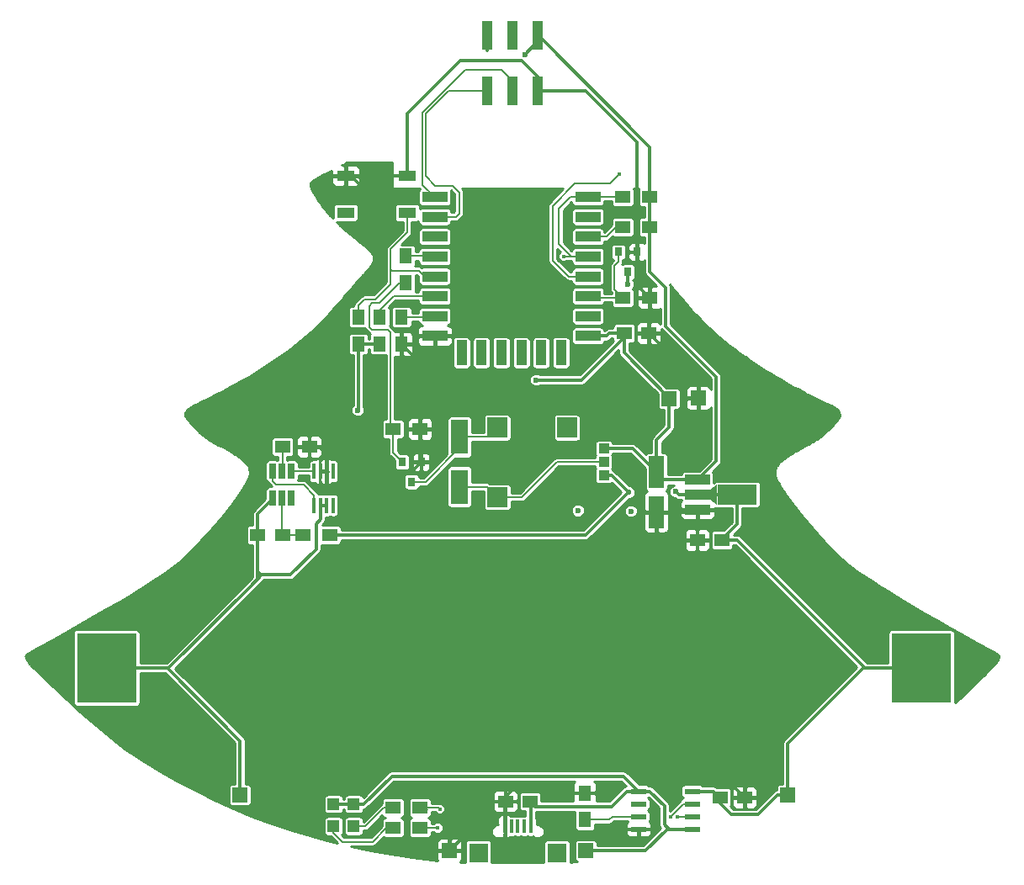
<source format=gbr>
G04 #@! TF.FileFunction,Copper,L2,Bot,Signal*
%FSLAX46Y46*%
G04 Gerber Fmt 4.6, Leading zero omitted, Abs format (unit mm)*
G04 Created by KiCad (PCBNEW 4.0.6+dfsg1-1) date Mon Jun 11 19:18:17 2018*
%MOMM*%
%LPD*%
G01*
G04 APERTURE LIST*
%ADD10C,0.100000*%
%ADD11R,0.300000X1.600000*%
%ADD12R,6.000000X7.000000*%
%ADD13R,2.000000X2.000000*%
%ADD14R,1.500000X1.250000*%
%ADD15R,1.500000X3.200000*%
%ADD16R,1.200000X1.200000*%
%ADD17R,1.800000X3.500000*%
%ADD18R,0.400000X1.350000*%
%ADD19R,1.900000X1.900000*%
%ADD20R,1.000000X3.000000*%
%ADD21R,1.000000X1.000000*%
%ADD22R,0.800000X0.900000*%
%ADD23R,1.500000X1.300000*%
%ADD24R,1.300000X1.500000*%
%ADD25R,1.800000X1.100000*%
%ADD26R,1.500000X1.500000*%
%ADD27R,1.550000X0.600000*%
%ADD28R,2.500000X1.000000*%
%ADD29R,4.000000X2.000000*%
%ADD30R,0.650000X1.560000*%
%ADD31R,2.500000X1.100000*%
%ADD32R,1.100000X2.500000*%
%ADD33C,0.600000*%
%ADD34C,0.400000*%
%ADD35C,0.300000*%
%ADD36C,0.500000*%
%ADD37C,0.150000*%
%ADD38C,0.250000*%
G04 APERTURE END LIST*
D10*
D11*
X150093000Y-100125000D03*
X149443000Y-100125000D03*
X148793000Y-100125000D03*
X148143000Y-100125000D03*
X148143000Y-96725000D03*
X148793000Y-96725000D03*
X149443000Y-96725000D03*
X150093000Y-96725000D03*
D12*
X127280000Y-116500000D03*
X209280000Y-116500000D03*
D13*
X166612000Y-99326000D03*
X166612000Y-92326000D03*
X173612000Y-92326000D03*
D14*
X169906000Y-129921000D03*
X167406000Y-129921000D03*
X188996000Y-129540000D03*
X191496000Y-129540000D03*
X144970500Y-103124000D03*
X142470500Y-103124000D03*
X189210000Y-103632000D03*
X186710000Y-103632000D03*
D15*
X182626000Y-96806000D03*
X182626000Y-100806000D03*
D14*
X179344000Y-82804000D03*
X181844000Y-82804000D03*
D16*
X150114000Y-130218000D03*
X150114000Y-132418000D03*
X152146000Y-130218000D03*
X152146000Y-132418000D03*
D17*
X162814000Y-98258000D03*
X162814000Y-93258000D03*
D18*
X167356000Y-132425000D03*
X168006000Y-132425000D03*
X169956000Y-132425000D03*
X169306000Y-132425000D03*
X168656000Y-132425000D03*
D19*
X172606000Y-135100000D03*
X164706000Y-135100000D03*
D20*
X170688000Y-58396000D03*
X170688000Y-52856000D03*
X168148000Y-58396000D03*
X168148000Y-52856000D03*
X165608000Y-58396000D03*
X165608000Y-52856000D03*
D21*
X177312000Y-94408000D03*
X177312000Y-97108000D03*
X177312000Y-95758000D03*
D22*
X178775000Y-74628500D03*
X180675000Y-74628500D03*
X179725000Y-76628500D03*
X157038000Y-95774000D03*
X158938000Y-95774000D03*
X157988000Y-97774000D03*
D23*
X149769500Y-103124000D03*
X147069500Y-103124000D03*
X158830000Y-132588000D03*
X156130000Y-132588000D03*
X158830000Y-130556000D03*
X156130000Y-130556000D03*
D24*
X175387000Y-131779000D03*
X175387000Y-129079000D03*
D23*
X144974000Y-94234000D03*
X147674000Y-94234000D03*
X179244000Y-72136000D03*
X181944000Y-72136000D03*
D24*
X154769500Y-83900000D03*
X154769500Y-81200000D03*
X152610500Y-83900000D03*
X152610500Y-81200000D03*
D23*
X181944000Y-69088000D03*
X179244000Y-69088000D03*
D24*
X156972000Y-81200000D03*
X156972000Y-83900000D03*
X157373000Y-77740500D03*
X157373000Y-75040500D03*
D23*
X156130000Y-92456000D03*
X158830000Y-92456000D03*
X179244000Y-79248000D03*
X181944000Y-79248000D03*
D25*
X151332000Y-70684000D03*
X157532000Y-70684000D03*
X151332000Y-66984000D03*
X157532000Y-66984000D03*
D26*
X175514000Y-134874000D03*
X195834000Y-129286000D03*
X186837000Y-89344500D03*
X140716000Y-129286000D03*
D27*
X180815000Y-132715000D03*
X180815000Y-131445000D03*
X180815000Y-130175000D03*
X180815000Y-128905000D03*
X186215000Y-128905000D03*
X186215000Y-130175000D03*
X186215000Y-131445000D03*
X186215000Y-132715000D03*
D28*
X186742000Y-100560000D03*
X186742000Y-99060000D03*
X186742000Y-97560000D03*
D29*
X190702000Y-99060000D03*
D10*
G36*
X187977000Y-98560000D02*
X188727000Y-98060000D01*
X188727000Y-100060000D01*
X187977000Y-99560000D01*
X187977000Y-98560000D01*
X187977000Y-98560000D01*
G37*
D30*
X143977000Y-96694000D03*
X144927000Y-96694000D03*
X145877000Y-96694000D03*
X145877000Y-99394000D03*
X143977000Y-99394000D03*
X144927000Y-99394000D03*
D31*
X175706000Y-69088000D03*
X175706000Y-71088000D03*
X175706000Y-73088000D03*
X175706000Y-75088000D03*
X175706000Y-77088000D03*
X175706000Y-79088000D03*
X175706000Y-81088000D03*
X175706000Y-83088000D03*
X160306000Y-83088000D03*
X160306000Y-81088000D03*
X160306000Y-79088000D03*
X160306000Y-77088000D03*
X160306000Y-75088000D03*
X160306000Y-73088000D03*
X160306000Y-71088000D03*
X160306000Y-69088000D03*
D32*
X173016000Y-84788000D03*
X171016000Y-84788000D03*
X169016000Y-84788000D03*
X167016000Y-84788000D03*
X165016000Y-84788000D03*
X163016000Y-84788000D03*
D26*
X183896000Y-89408000D03*
X161798000Y-134874000D03*
D33*
X174721200Y-100660200D03*
X180055200Y-100711000D03*
X184551000Y-98742500D03*
X179788500Y-98806000D03*
X168422000Y-128397000D03*
X194711000Y-103886000D03*
X188615000Y-107759500D03*
X186900500Y-92964000D03*
X152547000Y-90551000D03*
X170504800Y-87503000D03*
X169374500Y-54737000D03*
X179725000Y-77851000D03*
D34*
X184741500Y-131445000D03*
X160611500Y-132588000D03*
X160802000Y-130683000D03*
X184043000Y-131445000D03*
X173248000Y-75057000D03*
X178899500Y-66802000D03*
D35*
X179953600Y-100711000D02*
X180055200Y-100711000D01*
X142895000Y-107124500D02*
X142768000Y-107124500D01*
X142768000Y-107124500D02*
X142470500Y-106827000D01*
X148793000Y-100125000D02*
X148793000Y-101544000D01*
X142895000Y-107124500D02*
X141752000Y-108267500D01*
X145752500Y-107124500D02*
X142895000Y-107124500D01*
X148356000Y-104521000D02*
X145752500Y-107124500D01*
X148356000Y-101981000D02*
X148356000Y-104521000D01*
X148793000Y-101544000D02*
X148356000Y-101981000D01*
X148793000Y-100125000D02*
X149443000Y-100125000D01*
X127280000Y-116500000D02*
X133519500Y-116500000D01*
X133519500Y-116500000D02*
X141752000Y-108267500D01*
X142470500Y-107549000D02*
X142470500Y-106827000D01*
X141752000Y-108267500D02*
X142470500Y-107549000D01*
X142470500Y-106827000D02*
X142470500Y-103124000D01*
X143977000Y-99394000D02*
X143977000Y-99502000D01*
X143977000Y-99502000D02*
X142470500Y-101008500D01*
X142470500Y-101008500D02*
X142470500Y-103124000D01*
X127280000Y-116500000D02*
X133265500Y-116500000D01*
X133265500Y-116500000D02*
X133391000Y-116500000D01*
X133391000Y-116500000D02*
X140716000Y-123825000D01*
X140716000Y-123825000D02*
X140716000Y-129286000D01*
D36*
X127280000Y-116500000D02*
X127930000Y-116500000D01*
D35*
X149769500Y-103124000D02*
X175470500Y-103124000D01*
X175470500Y-103124000D02*
X179788500Y-98806000D01*
X190702000Y-99060000D02*
X188352000Y-99060000D01*
X188352000Y-99060000D02*
X186742000Y-99060000D01*
X177312000Y-97108000D02*
X178090500Y-97108000D01*
X184868500Y-99060000D02*
X186742000Y-99060000D01*
X184551000Y-98742500D02*
X184868500Y-99060000D01*
X178090500Y-97108000D02*
X179788500Y-98806000D01*
X189210000Y-103525000D02*
X190702000Y-102033000D01*
X190702000Y-102033000D02*
X190702000Y-99060000D01*
X189210000Y-103632000D02*
X190754000Y-103632000D01*
X190754000Y-103632000D02*
X203622000Y-116500000D01*
X203622000Y-116500000D02*
X209280000Y-116500000D01*
X189210000Y-103632000D02*
X189210000Y-103525000D01*
D36*
X190702000Y-99060000D02*
X191770000Y-99060000D01*
D35*
X188996000Y-129540000D02*
X188996000Y-130111500D01*
X188996000Y-130111500D02*
X190139000Y-131254500D01*
X194774500Y-129286000D02*
X195834000Y-129286000D01*
X192806000Y-131254500D02*
X194774500Y-129286000D01*
X190139000Y-131254500D02*
X192806000Y-131254500D01*
X186215000Y-128905000D02*
X188361000Y-128905000D01*
X188361000Y-128905000D02*
X188996000Y-129540000D01*
X195834000Y-129286000D02*
X195834000Y-124104400D01*
X195834000Y-124104400D02*
X203438400Y-116500000D01*
X203438400Y-116500000D02*
X209280000Y-116500000D01*
D37*
X166612000Y-99326000D02*
X169045000Y-99326000D01*
X172613000Y-95758000D02*
X177312000Y-95758000D01*
X169045000Y-99326000D02*
X172613000Y-95758000D01*
X162814000Y-98258000D02*
X165544000Y-98258000D01*
X165544000Y-98258000D02*
X166612000Y-99326000D01*
X157988000Y-97774000D02*
X159357500Y-97774000D01*
X159357500Y-97774000D02*
X162814000Y-94317500D01*
X162814000Y-94317500D02*
X162814000Y-93258000D01*
X162814000Y-93258000D02*
X165680000Y-93258000D01*
X165680000Y-93258000D02*
X166612000Y-92326000D01*
D35*
X152146000Y-130218000D02*
X153139000Y-130218000D01*
X179291000Y-127381000D02*
X180815000Y-128905000D01*
X155976000Y-127381000D02*
X179291000Y-127381000D01*
X153139000Y-130218000D02*
X155976000Y-127381000D01*
X180815000Y-128905000D02*
X181947500Y-128905000D01*
X181947500Y-128905000D02*
X183408000Y-130365500D01*
X183408000Y-130365500D02*
X183408000Y-132270500D01*
X183408000Y-132270500D02*
X183852500Y-132715000D01*
X175514000Y-134874000D02*
X181503000Y-134874000D01*
X181503000Y-134874000D02*
X183662000Y-132715000D01*
X183662000Y-132715000D02*
X183852500Y-132715000D01*
X183852500Y-132715000D02*
X186215000Y-132715000D01*
X180815000Y-128905000D02*
X179598000Y-128905000D01*
X179598000Y-128905000D02*
X178074000Y-130429000D01*
X178074000Y-130429000D02*
X170414000Y-130429000D01*
X170414000Y-130429000D02*
X169906000Y-129921000D01*
X169956000Y-132425000D02*
X169956000Y-129971000D01*
X169956000Y-129971000D02*
X169906000Y-129921000D01*
X150114000Y-130218000D02*
X152146000Y-130218000D01*
X168422000Y-128397000D02*
X168485500Y-128333500D01*
X149443000Y-94983246D02*
X149443000Y-96725000D01*
X186837000Y-89344500D02*
X186837000Y-92900500D01*
X186710000Y-105854500D02*
X186710000Y-103632000D01*
X188615000Y-107759500D02*
X186710000Y-105854500D01*
X186837000Y-92900500D02*
X186900500Y-92964000D01*
X149443000Y-96725000D02*
X149443000Y-97924500D01*
X153055000Y-98361500D02*
X154325000Y-97091500D01*
X149880000Y-98361500D02*
X153055000Y-98361500D01*
X149443000Y-97924500D02*
X149880000Y-98361500D01*
X186710000Y-103632000D02*
X186710000Y-122491500D01*
X191496000Y-127277500D02*
X191496000Y-129540000D01*
X186710000Y-122491500D02*
X191496000Y-127277500D01*
X157532000Y-66984000D02*
X157532000Y-60737500D01*
X169057000Y-55372000D02*
X170688000Y-57003000D01*
X162897500Y-55372000D02*
X169057000Y-55372000D01*
X157532000Y-60737500D02*
X162897500Y-55372000D01*
X170688000Y-57003000D02*
X170688000Y-58396000D01*
X180675000Y-74628500D02*
X180675000Y-63576820D01*
X175494180Y-58396000D02*
X170688000Y-58396000D01*
X180675000Y-63576820D02*
X175494180Y-58396000D01*
X149443000Y-96725000D02*
X148793000Y-96725000D01*
X147674000Y-94234000D02*
X148693754Y-94234000D01*
X148693754Y-94234000D02*
X149443000Y-94983246D01*
X154325000Y-97091500D02*
X154388500Y-97091500D01*
X154388500Y-97091500D02*
X154706000Y-96774000D01*
X154007500Y-96774000D02*
X153499500Y-96774000D01*
X154325000Y-97091500D02*
X154007500Y-96774000D01*
X186837000Y-89344500D02*
X186837000Y-87797000D01*
X186837000Y-87797000D02*
X181844000Y-82804000D01*
X151332000Y-66984000D02*
X151840000Y-66984000D01*
X151840000Y-66984000D02*
X154706000Y-69850000D01*
X154706000Y-69850000D02*
X154706000Y-76454000D01*
X154706000Y-76454000D02*
X151404000Y-79756000D01*
X151404000Y-79756000D02*
X151404000Y-91821000D01*
X157938000Y-96774000D02*
X158938000Y-95774000D01*
X154706000Y-96774000D02*
X157938000Y-96774000D01*
X153499500Y-96774000D02*
X154706000Y-96774000D01*
X151404000Y-94678500D02*
X153499500Y-96774000D01*
X151404000Y-92519500D02*
X151404000Y-94678500D01*
X151404000Y-91821000D02*
X151404000Y-92519500D01*
X151332000Y-66984000D02*
X157532000Y-66984000D01*
X181944000Y-79248000D02*
X181944000Y-82704000D01*
X181944000Y-82704000D02*
X181844000Y-82804000D01*
X180675000Y-74628500D02*
X180675000Y-75816500D01*
X181058500Y-78362500D02*
X181944000Y-79248000D01*
X181058500Y-76200000D02*
X181058500Y-78362500D01*
X180675000Y-75816500D02*
X181058500Y-76200000D01*
X158830000Y-92456000D02*
X158830000Y-85758000D01*
X158830000Y-85758000D02*
X156972000Y-83900000D01*
X156972000Y-83900000D02*
X158055000Y-83900000D01*
X158055000Y-83900000D02*
X158867000Y-83088000D01*
X158867000Y-83088000D02*
X161006000Y-83088000D01*
X158830000Y-92456000D02*
X158830000Y-95666000D01*
X158830000Y-95666000D02*
X158938000Y-95774000D01*
X186496000Y-100806000D02*
X182626000Y-100806000D01*
X186710000Y-103632000D02*
X186710000Y-100592000D01*
X186710000Y-100592000D02*
X186496000Y-100806000D01*
X167406000Y-129921000D02*
X161754500Y-129921000D01*
X161754500Y-129921000D02*
X160611500Y-128778000D01*
X160611500Y-128778000D02*
X155531500Y-128778000D01*
X155531500Y-128778000D02*
X153055000Y-131254500D01*
X153055000Y-131254500D02*
X146641500Y-131254500D01*
X146641500Y-131254500D02*
X145816000Y-130429000D01*
X145816000Y-130429000D02*
X145816000Y-129476500D01*
X145816000Y-129476500D02*
X148610000Y-126682500D01*
X148610000Y-126682500D02*
X188638500Y-126682500D01*
X188638500Y-126682500D02*
X191496000Y-129540000D01*
X161798000Y-134874000D02*
X161798000Y-132036500D01*
X163913500Y-129921000D02*
X167406000Y-129921000D01*
X161798000Y-132036500D02*
X163913500Y-129921000D01*
X175387000Y-129079000D02*
X173549000Y-129079000D01*
X172803500Y-128333500D02*
X168485500Y-128333500D01*
X173549000Y-129079000D02*
X172803500Y-128333500D01*
X168485500Y-128397000D02*
X168422000Y-128397000D01*
X168485500Y-128333500D02*
X168485500Y-128397000D01*
X180815000Y-132715000D02*
X178455000Y-132715000D01*
X163512500Y-133159500D02*
X161798000Y-134874000D01*
X165564500Y-133159500D02*
X163512500Y-133159500D01*
X166834500Y-134429500D02*
X165564500Y-133159500D01*
X170454000Y-134429500D02*
X166834500Y-134429500D01*
X171597000Y-133286500D02*
X170454000Y-134429500D01*
X177883500Y-133286500D02*
X171597000Y-133286500D01*
X178455000Y-132715000D02*
X177883500Y-133286500D01*
X167406000Y-129921000D02*
X167406000Y-129413000D01*
X167406000Y-129413000D02*
X168422000Y-128397000D01*
X167356000Y-132425000D02*
X167356000Y-129971000D01*
X167356000Y-129971000D02*
X167406000Y-129921000D01*
D37*
X144927000Y-99394000D02*
X144927000Y-103080500D01*
X144927000Y-103080500D02*
X144970500Y-103124000D01*
X147069500Y-103124000D02*
X144970500Y-103124000D01*
D35*
X152610500Y-83900000D02*
X152610500Y-90487500D01*
X152610500Y-90487500D02*
X152547000Y-90551000D01*
X175076800Y-87503000D02*
X179344000Y-83235800D01*
X170504800Y-87503000D02*
X175076800Y-87503000D01*
X179344000Y-83235800D02*
X179344000Y-82804000D01*
X170688000Y-52856000D02*
X170688000Y-53423500D01*
X170688000Y-53423500D02*
X169374500Y-54737000D01*
X181944000Y-69088000D02*
X181944000Y-64068000D01*
X181944000Y-64068000D02*
X170732000Y-52856000D01*
X170732000Y-52856000D02*
X170688000Y-52856000D01*
X177312000Y-94408000D02*
X180228000Y-94408000D01*
X180228000Y-94408000D02*
X182626000Y-96806000D01*
X181944000Y-72136000D02*
X181944000Y-76641000D01*
X188615000Y-95687000D02*
X186742000Y-97560000D01*
X188615000Y-87185500D02*
X188615000Y-95687000D01*
X183535000Y-82105500D02*
X188615000Y-87185500D01*
X183535000Y-78232000D02*
X183535000Y-82105500D01*
X181944000Y-76641000D02*
X183535000Y-78232000D01*
X183896000Y-89408000D02*
X183896000Y-89324500D01*
X183896000Y-89324500D02*
X179344000Y-84772500D01*
X179344000Y-84772500D02*
X179344000Y-82804000D01*
X152610500Y-83900000D02*
X154769500Y-83900000D01*
X186742000Y-97560000D02*
X187067000Y-97560000D01*
X179344000Y-82804000D02*
X177883500Y-82804000D01*
X177599500Y-83088000D02*
X175006000Y-83088000D01*
X177883500Y-82804000D02*
X177599500Y-83088000D01*
X181944000Y-69088000D02*
X181944000Y-72136000D01*
X183896000Y-89408000D02*
X183896000Y-92285500D01*
X182626000Y-93555500D02*
X182626000Y-96806000D01*
X183896000Y-92285500D02*
X182626000Y-93555500D01*
X186742000Y-97560000D02*
X183380000Y-97560000D01*
X183380000Y-97560000D02*
X182626000Y-96806000D01*
D37*
X156130000Y-132588000D02*
X155448000Y-132588000D01*
X155448000Y-132588000D02*
X154051000Y-133985000D01*
X154051000Y-133985000D02*
X151003000Y-133985000D01*
X151003000Y-133985000D02*
X150114000Y-133096000D01*
X150114000Y-133096000D02*
X150114000Y-132418000D01*
X156130000Y-130556000D02*
X155194000Y-130556000D01*
X153332000Y-132418000D02*
X152146000Y-132418000D01*
X155194000Y-130556000D02*
X153332000Y-132418000D01*
X161006000Y-69088000D02*
X160294000Y-69088000D01*
X160294000Y-69088000D02*
X159087500Y-67881500D01*
X159087500Y-67881500D02*
X159087500Y-60579000D01*
X159087500Y-60579000D02*
X163405500Y-56261000D01*
X163405500Y-56261000D02*
X167025000Y-56261000D01*
X167025000Y-56261000D02*
X168148000Y-57384000D01*
X168148000Y-57384000D02*
X168148000Y-58396000D01*
X165608000Y-58396000D02*
X161715000Y-58396000D01*
X162421500Y-71088000D02*
X161006000Y-71088000D01*
X162770500Y-70739000D02*
X162421500Y-71088000D01*
X162770500Y-68643500D02*
X162770500Y-70739000D01*
X162072000Y-67945000D02*
X162770500Y-68643500D01*
X160357500Y-67945000D02*
X162072000Y-67945000D01*
X159387502Y-66975002D02*
X160357500Y-67945000D01*
X159387502Y-60723498D02*
X159387502Y-66975002D01*
X161715000Y-58396000D02*
X159387502Y-60723498D01*
X143977000Y-96694000D02*
X143977000Y-97665500D01*
X148143000Y-99101000D02*
X148143000Y-100125000D01*
X147086000Y-98044000D02*
X148143000Y-99101000D01*
X144355500Y-98044000D02*
X147086000Y-98044000D01*
X143977000Y-97665500D02*
X144355500Y-98044000D01*
X145877000Y-96694000D02*
X148112000Y-96694000D01*
X148112000Y-96694000D02*
X148143000Y-96725000D01*
X178775000Y-74628500D02*
X178775000Y-75626000D01*
X178391500Y-78395500D02*
X179244000Y-79248000D01*
X178391500Y-76009500D02*
X178391500Y-78395500D01*
X178775000Y-75626000D02*
X178391500Y-76009500D01*
X179244000Y-79248000D02*
X175166000Y-79248000D01*
X175166000Y-79248000D02*
X175006000Y-79088000D01*
D35*
X179725000Y-76628500D02*
X179725000Y-77851000D01*
D37*
X157373000Y-77740500D02*
X156785000Y-77740500D01*
X156785000Y-77740500D02*
X154769500Y-79756000D01*
X154769500Y-79756000D02*
X154007500Y-79756000D01*
X154007500Y-79756000D02*
X153690000Y-80073500D01*
X153690000Y-80073500D02*
X153690000Y-82169000D01*
X153690000Y-82169000D02*
X154007500Y-82486500D01*
X154007500Y-82486500D02*
X155595000Y-82486500D01*
X155595000Y-82486500D02*
X155849000Y-82740500D01*
X155849000Y-82740500D02*
X155849000Y-92175000D01*
X155849000Y-92175000D02*
X156130000Y-92456000D01*
X155849000Y-92175000D02*
X156130000Y-92456000D01*
X156130000Y-92456000D02*
X156130000Y-94866000D01*
X156130000Y-94866000D02*
X157038000Y-95774000D01*
X186215000Y-131445000D02*
X184741500Y-131445000D01*
X160611500Y-132588000D02*
X158830000Y-132588000D01*
X160802000Y-130683000D02*
X160675000Y-130556000D01*
X158830000Y-130556000D02*
X160675000Y-130556000D01*
X185313000Y-130175000D02*
X186215000Y-130175000D01*
X184805000Y-130683000D02*
X185313000Y-130175000D01*
X184043000Y-131445000D02*
X184805000Y-130683000D01*
X159532000Y-130683000D02*
X158830000Y-130556000D01*
X158830000Y-130556000D02*
X159405000Y-130556000D01*
X158830000Y-130556000D02*
X159131000Y-130556000D01*
X158830000Y-130556000D02*
X159258000Y-130556000D01*
X175387000Y-131779000D02*
X177847000Y-131779000D01*
X178181000Y-131445000D02*
X180815000Y-131445000D01*
X177847000Y-131779000D02*
X178181000Y-131445000D01*
X144974000Y-94234000D02*
X144974000Y-96647000D01*
X144974000Y-96647000D02*
X144927000Y-96694000D01*
X179244000Y-72136000D02*
X178518500Y-72136000D01*
X178518500Y-72136000D02*
X177566500Y-73088000D01*
X177566500Y-73088000D02*
X175006000Y-73088000D01*
X154769500Y-81200000D02*
X154769500Y-80518000D01*
X154769500Y-80518000D02*
X156199500Y-79088000D01*
X156199500Y-79088000D02*
X161006000Y-79088000D01*
X154940000Y-81200000D02*
X154940000Y-80665000D01*
X155849000Y-76708000D02*
X155849000Y-76644500D01*
X155849000Y-76644500D02*
X155976000Y-76517500D01*
X155976000Y-76517500D02*
X155849000Y-76390500D01*
X155849000Y-76390500D02*
X155849000Y-76327000D01*
X161006000Y-77088000D02*
X159277000Y-77088000D01*
X159277000Y-77088000D02*
X158706500Y-76517500D01*
X158706500Y-76517500D02*
X155976000Y-76517500D01*
X155976000Y-76517500D02*
X155849000Y-76517500D01*
X157532000Y-70684000D02*
X157532000Y-72675500D01*
X157532000Y-72675500D02*
X155849000Y-74358500D01*
X155849000Y-74358500D02*
X155849000Y-76327000D01*
X152610500Y-80010000D02*
X152610500Y-81200000D01*
X153245500Y-79375000D02*
X152610500Y-80010000D01*
X154325000Y-79375000D02*
X153245500Y-79375000D01*
X155849000Y-77851000D02*
X154325000Y-79375000D01*
X155849000Y-76327000D02*
X155849000Y-76517500D01*
X155849000Y-76517500D02*
X155849000Y-76708000D01*
X155849000Y-76708000D02*
X155849000Y-77851000D01*
X151332000Y-70684000D02*
X151539500Y-70684000D01*
X175006000Y-75088000D02*
X173279000Y-75088000D01*
X173279000Y-75088000D02*
X173248000Y-75057000D01*
X175006000Y-75088000D02*
X174041000Y-75088000D01*
X173946500Y-69088000D02*
X175006000Y-69088000D01*
X172803500Y-70231000D02*
X173946500Y-69088000D01*
X172803500Y-73850500D02*
X172803500Y-70231000D01*
X174041000Y-75088000D02*
X172803500Y-73850500D01*
X179244000Y-69088000D02*
X175006000Y-69088000D01*
X156972000Y-81200000D02*
X160894000Y-81200000D01*
X160894000Y-81200000D02*
X161006000Y-81088000D01*
X157373000Y-75040500D02*
X160958500Y-75040500D01*
X160958500Y-75040500D02*
X161006000Y-75088000D01*
X175006000Y-77088000D02*
X173755000Y-77088000D01*
X172168500Y-75501500D02*
X173755000Y-77088000D01*
X172168500Y-69977000D02*
X172168500Y-75501500D01*
X174391000Y-67754500D02*
X172168500Y-69977000D01*
X177947000Y-67754500D02*
X174391000Y-67754500D01*
X178899500Y-66802000D02*
X177947000Y-67754500D01*
D35*
X165477000Y-52856000D02*
X165608000Y-52856000D01*
X165608000Y-54336000D02*
X165608000Y-52856000D01*
X165608000Y-53868000D02*
X165608000Y-52856000D01*
D38*
G36*
X156054200Y-68148200D02*
X156062749Y-68193632D01*
X156089599Y-68235359D01*
X156130568Y-68263352D01*
X156179200Y-68273200D01*
X158783068Y-68273200D01*
X158703777Y-68389246D01*
X158673654Y-68538000D01*
X158673654Y-69638000D01*
X158699802Y-69776966D01*
X158781931Y-69904599D01*
X158907246Y-69990223D01*
X159056000Y-70020346D01*
X161556000Y-70020346D01*
X161694966Y-69994198D01*
X161822599Y-69912069D01*
X161908223Y-69786754D01*
X161938346Y-69638000D01*
X161938346Y-68538000D01*
X161917427Y-68426823D01*
X162320500Y-68829896D01*
X162320500Y-70552604D01*
X162235104Y-70638000D01*
X161938346Y-70638000D01*
X161938346Y-70538000D01*
X161912198Y-70399034D01*
X161830069Y-70271401D01*
X161704754Y-70185777D01*
X161556000Y-70155654D01*
X159056000Y-70155654D01*
X158917034Y-70181802D01*
X158814346Y-70247879D01*
X158814346Y-70134000D01*
X158788198Y-69995034D01*
X158706069Y-69867401D01*
X158580754Y-69781777D01*
X158432000Y-69751654D01*
X156632000Y-69751654D01*
X156493034Y-69777802D01*
X156365401Y-69859931D01*
X156279777Y-69985246D01*
X156249654Y-70134000D01*
X156249654Y-71234000D01*
X156275802Y-71372966D01*
X156357931Y-71500599D01*
X156483246Y-71586223D01*
X156632000Y-71616346D01*
X157082000Y-71616346D01*
X157082000Y-72489104D01*
X155530802Y-74040302D01*
X155433254Y-74186292D01*
X155399000Y-74358500D01*
X155399000Y-77664604D01*
X154138604Y-78925000D01*
X153245500Y-78925000D01*
X153073293Y-78959253D01*
X152927302Y-79056802D01*
X152292302Y-79691802D01*
X152194754Y-79837792D01*
X152160500Y-80010000D01*
X152160500Y-80067654D01*
X151960500Y-80067654D01*
X151821534Y-80093802D01*
X151693901Y-80175931D01*
X151608277Y-80301246D01*
X151578154Y-80450000D01*
X151578154Y-81950000D01*
X151604302Y-82088966D01*
X151686431Y-82216599D01*
X151811746Y-82302223D01*
X151960500Y-82332346D01*
X153260500Y-82332346D01*
X153272059Y-82330171D01*
X153274254Y-82341208D01*
X153338391Y-82437195D01*
X153371802Y-82487198D01*
X153689302Y-82804698D01*
X153835037Y-82902076D01*
X153767277Y-83001246D01*
X153737154Y-83150000D01*
X153737154Y-83375000D01*
X153642846Y-83375000D01*
X153642846Y-83150000D01*
X153616698Y-83011034D01*
X153534569Y-82883401D01*
X153409254Y-82797777D01*
X153260500Y-82767654D01*
X151960500Y-82767654D01*
X151821534Y-82793802D01*
X151693901Y-82875931D01*
X151608277Y-83001246D01*
X151578154Y-83150000D01*
X151578154Y-84650000D01*
X151604302Y-84788966D01*
X151686431Y-84916599D01*
X151811746Y-85002223D01*
X151960500Y-85032346D01*
X152085500Y-85032346D01*
X152085500Y-90057933D01*
X151975097Y-90168144D01*
X151872117Y-90416145D01*
X151871883Y-90684677D01*
X151974429Y-90932857D01*
X152164144Y-91122903D01*
X152412145Y-91225883D01*
X152680677Y-91226117D01*
X152928857Y-91123571D01*
X153118903Y-90933856D01*
X153221883Y-90685855D01*
X153222117Y-90417323D01*
X153135500Y-90207694D01*
X153135500Y-85032346D01*
X153260500Y-85032346D01*
X153399466Y-85006198D01*
X153527099Y-84924069D01*
X153612723Y-84798754D01*
X153642846Y-84650000D01*
X153642846Y-84425000D01*
X153737154Y-84425000D01*
X153737154Y-84650000D01*
X153763302Y-84788966D01*
X153845431Y-84916599D01*
X153970746Y-85002223D01*
X154119500Y-85032346D01*
X155399000Y-85032346D01*
X155399000Y-91423654D01*
X155380000Y-91423654D01*
X155241034Y-91449802D01*
X155113401Y-91531931D01*
X155027777Y-91657246D01*
X154997654Y-91806000D01*
X154997654Y-93106000D01*
X155023802Y-93244966D01*
X155105931Y-93372599D01*
X155231246Y-93458223D01*
X155380000Y-93488346D01*
X155680000Y-93488346D01*
X155680000Y-94866000D01*
X155714254Y-95038208D01*
X155794343Y-95158069D01*
X155811802Y-95184198D01*
X156255654Y-95628050D01*
X156255654Y-96224000D01*
X156281802Y-96362966D01*
X156363931Y-96490599D01*
X156489246Y-96576223D01*
X156638000Y-96606346D01*
X157438000Y-96606346D01*
X157576966Y-96580198D01*
X157704599Y-96498069D01*
X157790223Y-96372754D01*
X157820346Y-96224000D01*
X157820346Y-95980250D01*
X158013000Y-95980250D01*
X158013000Y-96328429D01*
X158092926Y-96521389D01*
X158240611Y-96669074D01*
X158433571Y-96749000D01*
X158731750Y-96749000D01*
X158863000Y-96617750D01*
X158863000Y-95849000D01*
X159013000Y-95849000D01*
X159013000Y-96617750D01*
X159144250Y-96749000D01*
X159442429Y-96749000D01*
X159635389Y-96669074D01*
X159783074Y-96521389D01*
X159863000Y-96328429D01*
X159863000Y-95980250D01*
X159731750Y-95849000D01*
X159013000Y-95849000D01*
X158863000Y-95849000D01*
X158144250Y-95849000D01*
X158013000Y-95980250D01*
X157820346Y-95980250D01*
X157820346Y-95324000D01*
X157800697Y-95219571D01*
X158013000Y-95219571D01*
X158013000Y-95567750D01*
X158144250Y-95699000D01*
X158863000Y-95699000D01*
X158863000Y-94930250D01*
X159013000Y-94930250D01*
X159013000Y-95699000D01*
X159731750Y-95699000D01*
X159863000Y-95567750D01*
X159863000Y-95219571D01*
X159783074Y-95026611D01*
X159635389Y-94878926D01*
X159442429Y-94799000D01*
X159144250Y-94799000D01*
X159013000Y-94930250D01*
X158863000Y-94930250D01*
X158731750Y-94799000D01*
X158433571Y-94799000D01*
X158240611Y-94878926D01*
X158092926Y-95026611D01*
X158013000Y-95219571D01*
X157800697Y-95219571D01*
X157794198Y-95185034D01*
X157712069Y-95057401D01*
X157586754Y-94971777D01*
X157438000Y-94941654D01*
X156842050Y-94941654D01*
X156580000Y-94679604D01*
X156580000Y-93488346D01*
X156880000Y-93488346D01*
X157018966Y-93462198D01*
X157146599Y-93380069D01*
X157232223Y-93254754D01*
X157262346Y-93106000D01*
X157262346Y-92662250D01*
X157555000Y-92662250D01*
X157555000Y-93210429D01*
X157634926Y-93403389D01*
X157782611Y-93551074D01*
X157975571Y-93631000D01*
X158623750Y-93631000D01*
X158755000Y-93499750D01*
X158755000Y-92531000D01*
X158905000Y-92531000D01*
X158905000Y-93499750D01*
X159036250Y-93631000D01*
X159684429Y-93631000D01*
X159877389Y-93551074D01*
X160025074Y-93403389D01*
X160105000Y-93210429D01*
X160105000Y-92662250D01*
X159973750Y-92531000D01*
X158905000Y-92531000D01*
X158755000Y-92531000D01*
X157686250Y-92531000D01*
X157555000Y-92662250D01*
X157262346Y-92662250D01*
X157262346Y-91806000D01*
X157242697Y-91701571D01*
X157555000Y-91701571D01*
X157555000Y-92249750D01*
X157686250Y-92381000D01*
X158755000Y-92381000D01*
X158755000Y-91412250D01*
X158905000Y-91412250D01*
X158905000Y-92381000D01*
X159973750Y-92381000D01*
X160105000Y-92249750D01*
X160105000Y-91701571D01*
X160025074Y-91508611D01*
X159877389Y-91360926D01*
X159684429Y-91281000D01*
X159036250Y-91281000D01*
X158905000Y-91412250D01*
X158755000Y-91412250D01*
X158623750Y-91281000D01*
X157975571Y-91281000D01*
X157782611Y-91360926D01*
X157634926Y-91508611D01*
X157555000Y-91701571D01*
X157242697Y-91701571D01*
X157236198Y-91667034D01*
X157154069Y-91539401D01*
X157028754Y-91453777D01*
X156880000Y-91423654D01*
X156299000Y-91423654D01*
X156299000Y-85175000D01*
X156765750Y-85175000D01*
X156897000Y-85043750D01*
X156897000Y-83975000D01*
X157047000Y-83975000D01*
X157047000Y-85043750D01*
X157178250Y-85175000D01*
X157726429Y-85175000D01*
X157919389Y-85095074D01*
X158067074Y-84947389D01*
X158147000Y-84754429D01*
X158147000Y-84106250D01*
X158015750Y-83975000D01*
X157047000Y-83975000D01*
X156897000Y-83975000D01*
X156877000Y-83975000D01*
X156877000Y-83825000D01*
X156897000Y-83825000D01*
X156897000Y-82756250D01*
X157047000Y-82756250D01*
X157047000Y-83825000D01*
X158015750Y-83825000D01*
X158147000Y-83693750D01*
X158147000Y-83294250D01*
X158531000Y-83294250D01*
X158531000Y-83742429D01*
X158610926Y-83935389D01*
X158758611Y-84083074D01*
X158951571Y-84163000D01*
X160099750Y-84163000D01*
X160231000Y-84031750D01*
X160231000Y-83163000D01*
X160381000Y-83163000D01*
X160381000Y-84031750D01*
X160512250Y-84163000D01*
X161660429Y-84163000D01*
X161853389Y-84083074D01*
X162001074Y-83935389D01*
X162081000Y-83742429D01*
X162081000Y-83538000D01*
X162083654Y-83538000D01*
X162083654Y-86038000D01*
X162109802Y-86176966D01*
X162191931Y-86304599D01*
X162317246Y-86390223D01*
X162466000Y-86420346D01*
X163566000Y-86420346D01*
X163704966Y-86394198D01*
X163832599Y-86312069D01*
X163918223Y-86186754D01*
X163948346Y-86038000D01*
X163948346Y-83538000D01*
X164083654Y-83538000D01*
X164083654Y-86038000D01*
X164109802Y-86176966D01*
X164191931Y-86304599D01*
X164317246Y-86390223D01*
X164466000Y-86420346D01*
X165566000Y-86420346D01*
X165704966Y-86394198D01*
X165832599Y-86312069D01*
X165918223Y-86186754D01*
X165948346Y-86038000D01*
X165948346Y-83538000D01*
X166083654Y-83538000D01*
X166083654Y-86038000D01*
X166109802Y-86176966D01*
X166191931Y-86304599D01*
X166317246Y-86390223D01*
X166466000Y-86420346D01*
X167566000Y-86420346D01*
X167704966Y-86394198D01*
X167832599Y-86312069D01*
X167918223Y-86186754D01*
X167948346Y-86038000D01*
X167948346Y-83538000D01*
X168083654Y-83538000D01*
X168083654Y-86038000D01*
X168109802Y-86176966D01*
X168191931Y-86304599D01*
X168317246Y-86390223D01*
X168466000Y-86420346D01*
X169566000Y-86420346D01*
X169704966Y-86394198D01*
X169832599Y-86312069D01*
X169918223Y-86186754D01*
X169948346Y-86038000D01*
X169948346Y-83538000D01*
X170083654Y-83538000D01*
X170083654Y-86038000D01*
X170109802Y-86176966D01*
X170191931Y-86304599D01*
X170317246Y-86390223D01*
X170466000Y-86420346D01*
X171566000Y-86420346D01*
X171704966Y-86394198D01*
X171832599Y-86312069D01*
X171918223Y-86186754D01*
X171948346Y-86038000D01*
X171948346Y-83538000D01*
X172083654Y-83538000D01*
X172083654Y-86038000D01*
X172109802Y-86176966D01*
X172191931Y-86304599D01*
X172317246Y-86390223D01*
X172466000Y-86420346D01*
X173566000Y-86420346D01*
X173704966Y-86394198D01*
X173832599Y-86312069D01*
X173918223Y-86186754D01*
X173948346Y-86038000D01*
X173948346Y-83538000D01*
X173922198Y-83399034D01*
X173840069Y-83271401D01*
X173714754Y-83185777D01*
X173566000Y-83155654D01*
X172466000Y-83155654D01*
X172327034Y-83181802D01*
X172199401Y-83263931D01*
X172113777Y-83389246D01*
X172083654Y-83538000D01*
X171948346Y-83538000D01*
X171922198Y-83399034D01*
X171840069Y-83271401D01*
X171714754Y-83185777D01*
X171566000Y-83155654D01*
X170466000Y-83155654D01*
X170327034Y-83181802D01*
X170199401Y-83263931D01*
X170113777Y-83389246D01*
X170083654Y-83538000D01*
X169948346Y-83538000D01*
X169922198Y-83399034D01*
X169840069Y-83271401D01*
X169714754Y-83185777D01*
X169566000Y-83155654D01*
X168466000Y-83155654D01*
X168327034Y-83181802D01*
X168199401Y-83263931D01*
X168113777Y-83389246D01*
X168083654Y-83538000D01*
X167948346Y-83538000D01*
X167922198Y-83399034D01*
X167840069Y-83271401D01*
X167714754Y-83185777D01*
X167566000Y-83155654D01*
X166466000Y-83155654D01*
X166327034Y-83181802D01*
X166199401Y-83263931D01*
X166113777Y-83389246D01*
X166083654Y-83538000D01*
X165948346Y-83538000D01*
X165922198Y-83399034D01*
X165840069Y-83271401D01*
X165714754Y-83185777D01*
X165566000Y-83155654D01*
X164466000Y-83155654D01*
X164327034Y-83181802D01*
X164199401Y-83263931D01*
X164113777Y-83389246D01*
X164083654Y-83538000D01*
X163948346Y-83538000D01*
X163922198Y-83399034D01*
X163840069Y-83271401D01*
X163714754Y-83185777D01*
X163566000Y-83155654D01*
X162466000Y-83155654D01*
X162327034Y-83181802D01*
X162199401Y-83263931D01*
X162113777Y-83389246D01*
X162083654Y-83538000D01*
X162081000Y-83538000D01*
X162081000Y-83294250D01*
X161949750Y-83163000D01*
X160381000Y-83163000D01*
X160231000Y-83163000D01*
X158662250Y-83163000D01*
X158531000Y-83294250D01*
X158147000Y-83294250D01*
X158147000Y-83045571D01*
X158067074Y-82852611D01*
X157919389Y-82704926D01*
X157726429Y-82625000D01*
X157178250Y-82625000D01*
X157047000Y-82756250D01*
X156897000Y-82756250D01*
X156765750Y-82625000D01*
X156276026Y-82625000D01*
X156264746Y-82568292D01*
X156167198Y-82422302D01*
X155913198Y-82168302D01*
X155877202Y-82144250D01*
X155776179Y-82076748D01*
X155801846Y-81950000D01*
X155801846Y-80450000D01*
X155939654Y-80450000D01*
X155939654Y-81950000D01*
X155965802Y-82088966D01*
X156047931Y-82216599D01*
X156173246Y-82302223D01*
X156322000Y-82332346D01*
X157622000Y-82332346D01*
X157760966Y-82306198D01*
X157888599Y-82224069D01*
X157974223Y-82098754D01*
X158004346Y-81950000D01*
X158004346Y-81650000D01*
X158675912Y-81650000D01*
X158699802Y-81776966D01*
X158781931Y-81904599D01*
X158907246Y-81990223D01*
X159019724Y-82013000D01*
X158951571Y-82013000D01*
X158758611Y-82092926D01*
X158610926Y-82240611D01*
X158531000Y-82433571D01*
X158531000Y-82881750D01*
X158662250Y-83013000D01*
X160231000Y-83013000D01*
X160231000Y-82993000D01*
X160381000Y-82993000D01*
X160381000Y-83013000D01*
X161949750Y-83013000D01*
X162081000Y-82881750D01*
X162081000Y-82433571D01*
X162001074Y-82240611D01*
X161853389Y-82092926D01*
X161660429Y-82013000D01*
X161595041Y-82013000D01*
X161694966Y-81994198D01*
X161822599Y-81912069D01*
X161908223Y-81786754D01*
X161938346Y-81638000D01*
X161938346Y-80538000D01*
X174073654Y-80538000D01*
X174073654Y-81638000D01*
X174099802Y-81776966D01*
X174181931Y-81904599D01*
X174307246Y-81990223D01*
X174456000Y-82020346D01*
X176956000Y-82020346D01*
X177094966Y-81994198D01*
X177222599Y-81912069D01*
X177308223Y-81786754D01*
X177338346Y-81638000D01*
X177338346Y-80538000D01*
X177312198Y-80399034D01*
X177230069Y-80271401D01*
X177104754Y-80185777D01*
X176956000Y-80155654D01*
X174456000Y-80155654D01*
X174317034Y-80181802D01*
X174189401Y-80263931D01*
X174103777Y-80389246D01*
X174073654Y-80538000D01*
X161938346Y-80538000D01*
X161912198Y-80399034D01*
X161830069Y-80271401D01*
X161704754Y-80185777D01*
X161556000Y-80155654D01*
X159056000Y-80155654D01*
X158917034Y-80181802D01*
X158789401Y-80263931D01*
X158703777Y-80389246D01*
X158673654Y-80538000D01*
X158673654Y-80750000D01*
X158004346Y-80750000D01*
X158004346Y-80450000D01*
X157978198Y-80311034D01*
X157896069Y-80183401D01*
X157770754Y-80097777D01*
X157622000Y-80067654D01*
X156322000Y-80067654D01*
X156183034Y-80093802D01*
X156055401Y-80175931D01*
X155969777Y-80301246D01*
X155939654Y-80450000D01*
X155801846Y-80450000D01*
X155775698Y-80311034D01*
X155711942Y-80211954D01*
X156385896Y-79538000D01*
X158673654Y-79538000D01*
X158673654Y-79638000D01*
X158699802Y-79776966D01*
X158781931Y-79904599D01*
X158907246Y-79990223D01*
X159056000Y-80020346D01*
X161556000Y-80020346D01*
X161694966Y-79994198D01*
X161822599Y-79912069D01*
X161908223Y-79786754D01*
X161938346Y-79638000D01*
X161938346Y-78538000D01*
X174073654Y-78538000D01*
X174073654Y-79638000D01*
X174099802Y-79776966D01*
X174181931Y-79904599D01*
X174307246Y-79990223D01*
X174456000Y-80020346D01*
X176956000Y-80020346D01*
X177094966Y-79994198D01*
X177222599Y-79912069D01*
X177308223Y-79786754D01*
X177326196Y-79698000D01*
X178111654Y-79698000D01*
X178111654Y-79898000D01*
X178137802Y-80036966D01*
X178219931Y-80164599D01*
X178345246Y-80250223D01*
X178494000Y-80280346D01*
X179994000Y-80280346D01*
X180132966Y-80254198D01*
X180260599Y-80172069D01*
X180346223Y-80046754D01*
X180376346Y-79898000D01*
X180376346Y-79454250D01*
X180669000Y-79454250D01*
X180669000Y-80002429D01*
X180748926Y-80195389D01*
X180896611Y-80343074D01*
X181089571Y-80423000D01*
X181737750Y-80423000D01*
X181869000Y-80291750D01*
X181869000Y-79323000D01*
X180800250Y-79323000D01*
X180669000Y-79454250D01*
X180376346Y-79454250D01*
X180376346Y-78598000D01*
X180356697Y-78493571D01*
X180669000Y-78493571D01*
X180669000Y-79041750D01*
X180800250Y-79173000D01*
X181869000Y-79173000D01*
X181869000Y-78204250D01*
X181737750Y-78073000D01*
X181089571Y-78073000D01*
X180896611Y-78152926D01*
X180748926Y-78300611D01*
X180669000Y-78493571D01*
X180356697Y-78493571D01*
X180350198Y-78459034D01*
X180268069Y-78331401D01*
X180227177Y-78303461D01*
X180296903Y-78233856D01*
X180399883Y-77985855D01*
X180400117Y-77717323D01*
X180297571Y-77469143D01*
X180263309Y-77434822D01*
X180263966Y-77434698D01*
X180391599Y-77352569D01*
X180477223Y-77227254D01*
X180507346Y-77078500D01*
X180507346Y-76178500D01*
X180481198Y-76039534D01*
X180399069Y-75911901D01*
X180273754Y-75826277D01*
X180125000Y-75796154D01*
X179325000Y-75796154D01*
X179186034Y-75822302D01*
X179166058Y-75835156D01*
X179190746Y-75798208D01*
X179225000Y-75626000D01*
X179225000Y-75451438D01*
X179313966Y-75434698D01*
X179441599Y-75352569D01*
X179527223Y-75227254D01*
X179557346Y-75078500D01*
X179557346Y-74834750D01*
X179750000Y-74834750D01*
X179750000Y-75182929D01*
X179829926Y-75375889D01*
X179977611Y-75523574D01*
X180170571Y-75603500D01*
X180468750Y-75603500D01*
X180600000Y-75472250D01*
X180600000Y-74703500D01*
X179881250Y-74703500D01*
X179750000Y-74834750D01*
X179557346Y-74834750D01*
X179557346Y-74178500D01*
X179537697Y-74074071D01*
X179750000Y-74074071D01*
X179750000Y-74422250D01*
X179881250Y-74553500D01*
X180600000Y-74553500D01*
X180600000Y-73784750D01*
X180468750Y-73653500D01*
X180170571Y-73653500D01*
X179977611Y-73733426D01*
X179829926Y-73881111D01*
X179750000Y-74074071D01*
X179537697Y-74074071D01*
X179531198Y-74039534D01*
X179449069Y-73911901D01*
X179323754Y-73826277D01*
X179175000Y-73796154D01*
X178375000Y-73796154D01*
X178236034Y-73822302D01*
X178108401Y-73904431D01*
X178022777Y-74029746D01*
X177992654Y-74178500D01*
X177992654Y-75078500D01*
X178018802Y-75217466D01*
X178100931Y-75345099D01*
X178226246Y-75430723D01*
X178315755Y-75448849D01*
X178073302Y-75691302D01*
X177975754Y-75837292D01*
X177941500Y-76009500D01*
X177941500Y-78395500D01*
X177975754Y-78567708D01*
X177995995Y-78598000D01*
X178073302Y-78713698D01*
X178111654Y-78752050D01*
X178111654Y-78798000D01*
X177338346Y-78798000D01*
X177338346Y-78538000D01*
X177312198Y-78399034D01*
X177230069Y-78271401D01*
X177104754Y-78185777D01*
X176956000Y-78155654D01*
X174456000Y-78155654D01*
X174317034Y-78181802D01*
X174189401Y-78263931D01*
X174103777Y-78389246D01*
X174073654Y-78538000D01*
X161938346Y-78538000D01*
X161912198Y-78399034D01*
X161830069Y-78271401D01*
X161704754Y-78185777D01*
X161556000Y-78155654D01*
X159056000Y-78155654D01*
X158917034Y-78181802D01*
X158789401Y-78263931D01*
X158703777Y-78389246D01*
X158673654Y-78538000D01*
X158673654Y-78638000D01*
X158375477Y-78638000D01*
X158405346Y-78490500D01*
X158405346Y-76990500D01*
X158401018Y-76967500D01*
X158520104Y-76967500D01*
X158673654Y-77121050D01*
X158673654Y-77638000D01*
X158699802Y-77776966D01*
X158781931Y-77904599D01*
X158907246Y-77990223D01*
X159056000Y-78020346D01*
X161556000Y-78020346D01*
X161694966Y-77994198D01*
X161822599Y-77912069D01*
X161908223Y-77786754D01*
X161938346Y-77638000D01*
X161938346Y-76538000D01*
X161912198Y-76399034D01*
X161830069Y-76271401D01*
X161704754Y-76185777D01*
X161556000Y-76155654D01*
X159056000Y-76155654D01*
X158980606Y-76169840D01*
X158878708Y-76101754D01*
X158706500Y-76067500D01*
X158285044Y-76067500D01*
X158289599Y-76064569D01*
X158375223Y-75939254D01*
X158405346Y-75790500D01*
X158405346Y-75490500D01*
X158673654Y-75490500D01*
X158673654Y-75638000D01*
X158699802Y-75776966D01*
X158781931Y-75904599D01*
X158907246Y-75990223D01*
X159056000Y-76020346D01*
X161556000Y-76020346D01*
X161694966Y-75994198D01*
X161822599Y-75912069D01*
X161908223Y-75786754D01*
X161938346Y-75638000D01*
X161938346Y-74538000D01*
X161912198Y-74399034D01*
X161830069Y-74271401D01*
X161704754Y-74185777D01*
X161556000Y-74155654D01*
X159056000Y-74155654D01*
X158917034Y-74181802D01*
X158789401Y-74263931D01*
X158703777Y-74389246D01*
X158673654Y-74538000D01*
X158673654Y-74590500D01*
X158405346Y-74590500D01*
X158405346Y-74290500D01*
X158379198Y-74151534D01*
X158297069Y-74023901D01*
X158171754Y-73938277D01*
X158023000Y-73908154D01*
X156935742Y-73908154D01*
X157850198Y-72993698D01*
X157947746Y-72847708D01*
X157982000Y-72675500D01*
X157982000Y-72538000D01*
X158673654Y-72538000D01*
X158673654Y-73638000D01*
X158699802Y-73776966D01*
X158781931Y-73904599D01*
X158907246Y-73990223D01*
X159056000Y-74020346D01*
X161556000Y-74020346D01*
X161694966Y-73994198D01*
X161822599Y-73912069D01*
X161908223Y-73786754D01*
X161938346Y-73638000D01*
X161938346Y-72538000D01*
X161912198Y-72399034D01*
X161830069Y-72271401D01*
X161704754Y-72185777D01*
X161556000Y-72155654D01*
X159056000Y-72155654D01*
X158917034Y-72181802D01*
X158789401Y-72263931D01*
X158703777Y-72389246D01*
X158673654Y-72538000D01*
X157982000Y-72538000D01*
X157982000Y-71616346D01*
X158432000Y-71616346D01*
X158570966Y-71590198D01*
X158673654Y-71524121D01*
X158673654Y-71638000D01*
X158699802Y-71776966D01*
X158781931Y-71904599D01*
X158907246Y-71990223D01*
X159056000Y-72020346D01*
X161556000Y-72020346D01*
X161694966Y-71994198D01*
X161822599Y-71912069D01*
X161908223Y-71786754D01*
X161938346Y-71638000D01*
X161938346Y-71538000D01*
X162421500Y-71538000D01*
X162593708Y-71503746D01*
X162739698Y-71406198D01*
X163088698Y-71057198D01*
X163186247Y-70911207D01*
X163220500Y-70739000D01*
X163220500Y-68643500D01*
X163186246Y-68471292D01*
X163088698Y-68325302D01*
X163036596Y-68273200D01*
X173235904Y-68273200D01*
X171850302Y-69658802D01*
X171752754Y-69804792D01*
X171718500Y-69977000D01*
X171718500Y-75501500D01*
X171752754Y-75673708D01*
X171831743Y-75791923D01*
X171850302Y-75819698D01*
X173436802Y-77406198D01*
X173582792Y-77503746D01*
X173755000Y-77538000D01*
X174073654Y-77538000D01*
X174073654Y-77638000D01*
X174099802Y-77776966D01*
X174181931Y-77904599D01*
X174307246Y-77990223D01*
X174456000Y-78020346D01*
X176956000Y-78020346D01*
X177094966Y-77994198D01*
X177222599Y-77912069D01*
X177308223Y-77786754D01*
X177338346Y-77638000D01*
X177338346Y-76538000D01*
X177312198Y-76399034D01*
X177230069Y-76271401D01*
X177104754Y-76185777D01*
X176956000Y-76155654D01*
X174456000Y-76155654D01*
X174317034Y-76181802D01*
X174189401Y-76263931D01*
X174103777Y-76389246D01*
X174073654Y-76538000D01*
X174073654Y-76638000D01*
X173941396Y-76638000D01*
X172618500Y-75315104D01*
X172618500Y-74301896D01*
X172904270Y-74587666D01*
X172760823Y-74730863D01*
X172673100Y-74942124D01*
X172672900Y-75170873D01*
X172760254Y-75382286D01*
X172921863Y-75544177D01*
X173133124Y-75631900D01*
X173361873Y-75632100D01*
X173573286Y-75544746D01*
X173580044Y-75538000D01*
X174073654Y-75538000D01*
X174073654Y-75638000D01*
X174099802Y-75776966D01*
X174181931Y-75904599D01*
X174307246Y-75990223D01*
X174456000Y-76020346D01*
X176956000Y-76020346D01*
X177094966Y-75994198D01*
X177222599Y-75912069D01*
X177308223Y-75786754D01*
X177338346Y-75638000D01*
X177338346Y-74538000D01*
X177312198Y-74399034D01*
X177230069Y-74271401D01*
X177104754Y-74185777D01*
X176956000Y-74155654D01*
X174456000Y-74155654D01*
X174317034Y-74181802D01*
X174189401Y-74263931D01*
X174103777Y-74389246D01*
X174082704Y-74493308D01*
X173253500Y-73664104D01*
X173253500Y-72538000D01*
X174073654Y-72538000D01*
X174073654Y-73638000D01*
X174099802Y-73776966D01*
X174181931Y-73904599D01*
X174307246Y-73990223D01*
X174456000Y-74020346D01*
X176956000Y-74020346D01*
X177094966Y-73994198D01*
X177222599Y-73912069D01*
X177308223Y-73786754D01*
X177338346Y-73638000D01*
X177338346Y-73538000D01*
X177566500Y-73538000D01*
X177738708Y-73503746D01*
X177884698Y-73406198D01*
X178230842Y-73060054D01*
X178345246Y-73138223D01*
X178494000Y-73168346D01*
X179994000Y-73168346D01*
X180132966Y-73142198D01*
X180260599Y-73060069D01*
X180346223Y-72934754D01*
X180376346Y-72786000D01*
X180376346Y-71486000D01*
X180350198Y-71347034D01*
X180268069Y-71219401D01*
X180142754Y-71133777D01*
X179994000Y-71103654D01*
X178494000Y-71103654D01*
X178355034Y-71129802D01*
X178227401Y-71211931D01*
X178141777Y-71337246D01*
X178111654Y-71486000D01*
X178111654Y-71906450D01*
X177380104Y-72638000D01*
X177338346Y-72638000D01*
X177338346Y-72538000D01*
X177312198Y-72399034D01*
X177230069Y-72271401D01*
X177104754Y-72185777D01*
X176956000Y-72155654D01*
X174456000Y-72155654D01*
X174317034Y-72181802D01*
X174189401Y-72263931D01*
X174103777Y-72389246D01*
X174073654Y-72538000D01*
X173253500Y-72538000D01*
X173253500Y-70538000D01*
X174073654Y-70538000D01*
X174073654Y-71638000D01*
X174099802Y-71776966D01*
X174181931Y-71904599D01*
X174307246Y-71990223D01*
X174456000Y-72020346D01*
X176956000Y-72020346D01*
X177094966Y-71994198D01*
X177222599Y-71912069D01*
X177308223Y-71786754D01*
X177338346Y-71638000D01*
X177338346Y-70538000D01*
X177312198Y-70399034D01*
X177230069Y-70271401D01*
X177104754Y-70185777D01*
X176956000Y-70155654D01*
X174456000Y-70155654D01*
X174317034Y-70181802D01*
X174189401Y-70263931D01*
X174103777Y-70389246D01*
X174073654Y-70538000D01*
X173253500Y-70538000D01*
X173253500Y-70417396D01*
X174073654Y-69597242D01*
X174073654Y-69638000D01*
X174099802Y-69776966D01*
X174181931Y-69904599D01*
X174307246Y-69990223D01*
X174456000Y-70020346D01*
X176956000Y-70020346D01*
X177094966Y-69994198D01*
X177222599Y-69912069D01*
X177308223Y-69786754D01*
X177338346Y-69638000D01*
X177338346Y-69538000D01*
X178111654Y-69538000D01*
X178111654Y-69738000D01*
X178137802Y-69876966D01*
X178219931Y-70004599D01*
X178345246Y-70090223D01*
X178494000Y-70120346D01*
X179994000Y-70120346D01*
X180132966Y-70094198D01*
X180260599Y-70012069D01*
X180346223Y-69886754D01*
X180376346Y-69738000D01*
X180376346Y-68438000D01*
X180350198Y-68299034D01*
X180333574Y-68273200D01*
X180852741Y-68273200D01*
X180841777Y-68289246D01*
X180811654Y-68438000D01*
X180811654Y-69738000D01*
X180837802Y-69876966D01*
X180919931Y-70004599D01*
X181045246Y-70090223D01*
X181194000Y-70120346D01*
X181419000Y-70120346D01*
X181419000Y-71103654D01*
X181194000Y-71103654D01*
X181055034Y-71129802D01*
X180927401Y-71211931D01*
X180841777Y-71337246D01*
X180811654Y-71486000D01*
X180811654Y-72786000D01*
X180837802Y-72924966D01*
X180919931Y-73052599D01*
X181045246Y-73138223D01*
X181194000Y-73168346D01*
X181419000Y-73168346D01*
X181419000Y-73780037D01*
X181372389Y-73733426D01*
X181179429Y-73653500D01*
X180881250Y-73653500D01*
X180750000Y-73784750D01*
X180750000Y-74553500D01*
X180770000Y-74553500D01*
X180770000Y-74703500D01*
X180750000Y-74703500D01*
X180750000Y-75472250D01*
X180881250Y-75603500D01*
X181179429Y-75603500D01*
X181372389Y-75523574D01*
X181419000Y-75476963D01*
X181419000Y-76641000D01*
X181458963Y-76841909D01*
X181572769Y-77012231D01*
X182633538Y-78073000D01*
X182150250Y-78073000D01*
X182019000Y-78204250D01*
X182019000Y-79173000D01*
X182039000Y-79173000D01*
X182039000Y-79323000D01*
X182019000Y-79323000D01*
X182019000Y-80291750D01*
X182150250Y-80423000D01*
X182798429Y-80423000D01*
X182991389Y-80343074D01*
X183010000Y-80324463D01*
X183010000Y-81852537D01*
X182891389Y-81733926D01*
X182698429Y-81654000D01*
X182050250Y-81654000D01*
X181919000Y-81785250D01*
X181919000Y-82729000D01*
X182987750Y-82729000D01*
X183119000Y-82597750D01*
X183119000Y-82409730D01*
X183163769Y-82476731D01*
X188090000Y-87402962D01*
X188090000Y-88436958D01*
X188032074Y-88297111D01*
X187884389Y-88149426D01*
X187691429Y-88069500D01*
X187043250Y-88069500D01*
X186912000Y-88200750D01*
X186912000Y-89269500D01*
X186932000Y-89269500D01*
X186932000Y-89419500D01*
X186912000Y-89419500D01*
X186912000Y-90488250D01*
X187043250Y-90619500D01*
X187691429Y-90619500D01*
X187884389Y-90539574D01*
X188032074Y-90391889D01*
X188090000Y-90252042D01*
X188090000Y-95469538D01*
X186881884Y-96677654D01*
X185492000Y-96677654D01*
X185353034Y-96703802D01*
X185225401Y-96785931D01*
X185139777Y-96911246D01*
X185114717Y-97035000D01*
X183758346Y-97035000D01*
X183758346Y-95206000D01*
X183732198Y-95067034D01*
X183650069Y-94939401D01*
X183524754Y-94853777D01*
X183376000Y-94823654D01*
X183151000Y-94823654D01*
X183151000Y-93772962D01*
X184267231Y-92656731D01*
X184381037Y-92486409D01*
X184421000Y-92285500D01*
X184421000Y-90540346D01*
X184646000Y-90540346D01*
X184784966Y-90514198D01*
X184912599Y-90432069D01*
X184998223Y-90306754D01*
X185028346Y-90158000D01*
X185028346Y-89550750D01*
X185562000Y-89550750D01*
X185562000Y-90198929D01*
X185641926Y-90391889D01*
X185789611Y-90539574D01*
X185982571Y-90619500D01*
X186630750Y-90619500D01*
X186762000Y-90488250D01*
X186762000Y-89419500D01*
X185693250Y-89419500D01*
X185562000Y-89550750D01*
X185028346Y-89550750D01*
X185028346Y-88658000D01*
X185002198Y-88519034D01*
X184983561Y-88490071D01*
X185562000Y-88490071D01*
X185562000Y-89138250D01*
X185693250Y-89269500D01*
X186762000Y-89269500D01*
X186762000Y-88200750D01*
X186630750Y-88069500D01*
X185982571Y-88069500D01*
X185789611Y-88149426D01*
X185641926Y-88297111D01*
X185562000Y-88490071D01*
X184983561Y-88490071D01*
X184920069Y-88391401D01*
X184794754Y-88305777D01*
X184646000Y-88275654D01*
X183589616Y-88275654D01*
X179869000Y-84555038D01*
X179869000Y-83811346D01*
X180094000Y-83811346D01*
X180232966Y-83785198D01*
X180360599Y-83703069D01*
X180446223Y-83577754D01*
X180476346Y-83429000D01*
X180476346Y-83010250D01*
X180569000Y-83010250D01*
X180569000Y-83533429D01*
X180648926Y-83726389D01*
X180796611Y-83874074D01*
X180989571Y-83954000D01*
X181637750Y-83954000D01*
X181769000Y-83822750D01*
X181769000Y-82879000D01*
X181919000Y-82879000D01*
X181919000Y-83822750D01*
X182050250Y-83954000D01*
X182698429Y-83954000D01*
X182891389Y-83874074D01*
X183039074Y-83726389D01*
X183119000Y-83533429D01*
X183119000Y-83010250D01*
X182987750Y-82879000D01*
X181919000Y-82879000D01*
X181769000Y-82879000D01*
X180700250Y-82879000D01*
X180569000Y-83010250D01*
X180476346Y-83010250D01*
X180476346Y-82179000D01*
X180456697Y-82074571D01*
X180569000Y-82074571D01*
X180569000Y-82597750D01*
X180700250Y-82729000D01*
X181769000Y-82729000D01*
X181769000Y-81785250D01*
X181637750Y-81654000D01*
X180989571Y-81654000D01*
X180796611Y-81733926D01*
X180648926Y-81881611D01*
X180569000Y-82074571D01*
X180456697Y-82074571D01*
X180450198Y-82040034D01*
X180368069Y-81912401D01*
X180242754Y-81826777D01*
X180094000Y-81796654D01*
X178594000Y-81796654D01*
X178455034Y-81822802D01*
X178327401Y-81904931D01*
X178241777Y-82030246D01*
X178211654Y-82179000D01*
X178211654Y-82279000D01*
X177883500Y-82279000D01*
X177682591Y-82318963D01*
X177512269Y-82432769D01*
X177382038Y-82563000D01*
X177338346Y-82563000D01*
X177338346Y-82538000D01*
X177312198Y-82399034D01*
X177230069Y-82271401D01*
X177104754Y-82185777D01*
X176956000Y-82155654D01*
X174456000Y-82155654D01*
X174317034Y-82181802D01*
X174189401Y-82263931D01*
X174103777Y-82389246D01*
X174073654Y-82538000D01*
X174073654Y-83638000D01*
X174099802Y-83776966D01*
X174181931Y-83904599D01*
X174307246Y-83990223D01*
X174456000Y-84020346D01*
X176956000Y-84020346D01*
X177094966Y-83994198D01*
X177222599Y-83912069D01*
X177308223Y-83786754D01*
X177338346Y-83638000D01*
X177338346Y-83613000D01*
X177599500Y-83613000D01*
X177800409Y-83573037D01*
X177970731Y-83459231D01*
X178100962Y-83329000D01*
X178211654Y-83329000D01*
X178211654Y-83429000D01*
X178237802Y-83567966D01*
X178250163Y-83587175D01*
X174859338Y-86978000D01*
X170934477Y-86978000D01*
X170887656Y-86931097D01*
X170639655Y-86828117D01*
X170371123Y-86827883D01*
X170122943Y-86930429D01*
X169932897Y-87120144D01*
X169829917Y-87368145D01*
X169829683Y-87636677D01*
X169932229Y-87884857D01*
X170121944Y-88074903D01*
X170369945Y-88177883D01*
X170638477Y-88178117D01*
X170886657Y-88075571D01*
X170934311Y-88028000D01*
X175076800Y-88028000D01*
X175277709Y-87988037D01*
X175448031Y-87874231D01*
X178819000Y-84503262D01*
X178819000Y-84772500D01*
X178858963Y-84973409D01*
X178972769Y-85143731D01*
X182763654Y-88934616D01*
X182763654Y-90158000D01*
X182789802Y-90296966D01*
X182871931Y-90424599D01*
X182997246Y-90510223D01*
X183146000Y-90540346D01*
X183371000Y-90540346D01*
X183371000Y-92068038D01*
X182254769Y-93184269D01*
X182140963Y-93354591D01*
X182101000Y-93555500D01*
X182101000Y-94823654D01*
X181876000Y-94823654D01*
X181737034Y-94849802D01*
X181609401Y-94931931D01*
X181562717Y-95000255D01*
X180599231Y-94036769D01*
X180428909Y-93922963D01*
X180228000Y-93883000D01*
X178189642Y-93883000D01*
X178168198Y-93769034D01*
X178086069Y-93641401D01*
X177960754Y-93555777D01*
X177812000Y-93525654D01*
X176812000Y-93525654D01*
X176673034Y-93551802D01*
X176545401Y-93633931D01*
X176459777Y-93759246D01*
X176429654Y-93908000D01*
X176429654Y-94908000D01*
X176455802Y-95046966D01*
X176478369Y-95082036D01*
X176459777Y-95109246D01*
X176429654Y-95258000D01*
X176429654Y-95308000D01*
X172613000Y-95308000D01*
X172440792Y-95342254D01*
X172324441Y-95419998D01*
X172294802Y-95439802D01*
X168858604Y-98876000D01*
X167994346Y-98876000D01*
X167994346Y-98326000D01*
X167968198Y-98187034D01*
X167886069Y-98059401D01*
X167760754Y-97973777D01*
X167612000Y-97943654D01*
X165866050Y-97943654D01*
X165862198Y-97939802D01*
X165849371Y-97931231D01*
X165716208Y-97842254D01*
X165544000Y-97808000D01*
X164096346Y-97808000D01*
X164096346Y-96508000D01*
X164070198Y-96369034D01*
X163988069Y-96241401D01*
X163862754Y-96155777D01*
X163714000Y-96125654D01*
X161914000Y-96125654D01*
X161775034Y-96151802D01*
X161647401Y-96233931D01*
X161561777Y-96359246D01*
X161531654Y-96508000D01*
X161531654Y-100008000D01*
X161557802Y-100146966D01*
X161639931Y-100274599D01*
X161765246Y-100360223D01*
X161914000Y-100390346D01*
X163714000Y-100390346D01*
X163852966Y-100364198D01*
X163980599Y-100282069D01*
X164066223Y-100156754D01*
X164096346Y-100008000D01*
X164096346Y-98708000D01*
X165229654Y-98708000D01*
X165229654Y-100326000D01*
X165255802Y-100464966D01*
X165337931Y-100592599D01*
X165463246Y-100678223D01*
X165612000Y-100708346D01*
X167612000Y-100708346D01*
X167750966Y-100682198D01*
X167878599Y-100600069D01*
X167964223Y-100474754D01*
X167994346Y-100326000D01*
X167994346Y-99776000D01*
X169045000Y-99776000D01*
X169217208Y-99741746D01*
X169363198Y-99644198D01*
X172799396Y-96208000D01*
X176429654Y-96208000D01*
X176429654Y-96258000D01*
X176455802Y-96396966D01*
X176478369Y-96432036D01*
X176459777Y-96459246D01*
X176429654Y-96608000D01*
X176429654Y-97608000D01*
X176455802Y-97746966D01*
X176537931Y-97874599D01*
X176663246Y-97960223D01*
X176812000Y-97990346D01*
X177812000Y-97990346D01*
X177950966Y-97964198D01*
X178078599Y-97882069D01*
X178096260Y-97856222D01*
X179046038Y-98806000D01*
X175253038Y-102599000D01*
X150901846Y-102599000D01*
X150901846Y-102474000D01*
X150875698Y-102335034D01*
X150793569Y-102207401D01*
X150668254Y-102121777D01*
X150519500Y-102091654D01*
X149019500Y-102091654D01*
X148980463Y-102098999D01*
X149164231Y-101915231D01*
X149278037Y-101744909D01*
X149318000Y-101544000D01*
X149318000Y-101307346D01*
X149593000Y-101307346D01*
X149731966Y-101281198D01*
X149767036Y-101258631D01*
X149794246Y-101277223D01*
X149943000Y-101307346D01*
X150243000Y-101307346D01*
X150381966Y-101281198D01*
X150509599Y-101199069D01*
X150595223Y-101073754D01*
X150625346Y-100925000D01*
X150625346Y-100793877D01*
X174046083Y-100793877D01*
X174148629Y-101042057D01*
X174338344Y-101232103D01*
X174586345Y-101335083D01*
X174854877Y-101335317D01*
X175103057Y-101232771D01*
X175293103Y-101043056D01*
X175396083Y-100795055D01*
X175396317Y-100526523D01*
X175293771Y-100278343D01*
X175104056Y-100088297D01*
X174856055Y-99985317D01*
X174587523Y-99985083D01*
X174339343Y-100087629D01*
X174149297Y-100277344D01*
X174046317Y-100525345D01*
X174046083Y-100793877D01*
X150625346Y-100793877D01*
X150625346Y-99325000D01*
X150599198Y-99186034D01*
X150517069Y-99058401D01*
X150391754Y-98972777D01*
X150243000Y-98942654D01*
X149943000Y-98942654D01*
X149804034Y-98968802D01*
X149768964Y-98991369D01*
X149741754Y-98972777D01*
X149593000Y-98942654D01*
X149293000Y-98942654D01*
X149154034Y-98968802D01*
X149118964Y-98991369D01*
X149091754Y-98972777D01*
X148943000Y-98942654D01*
X148643000Y-98942654D01*
X148564443Y-98957435D01*
X148558746Y-98928792D01*
X148461198Y-98782802D01*
X147404198Y-97725802D01*
X147371273Y-97703802D01*
X147258208Y-97628254D01*
X147086000Y-97594000D01*
X146560046Y-97594000D01*
X146584346Y-97474000D01*
X146584346Y-97144000D01*
X147610654Y-97144000D01*
X147610654Y-97525000D01*
X147636802Y-97663966D01*
X147718931Y-97791599D01*
X147844246Y-97877223D01*
X147993000Y-97907346D01*
X148282883Y-97907346D01*
X148345611Y-97970074D01*
X148538571Y-98050000D01*
X148586750Y-98050000D01*
X148718000Y-97918750D01*
X148718000Y-96931250D01*
X148768000Y-96931250D01*
X148768000Y-97629429D01*
X148847926Y-97822389D01*
X148868000Y-97842463D01*
X148868000Y-97918750D01*
X148999250Y-98050000D01*
X149047429Y-98050000D01*
X149118000Y-98020769D01*
X149188571Y-98050000D01*
X149236750Y-98050000D01*
X149368000Y-97918750D01*
X149368000Y-97842463D01*
X149388074Y-97822389D01*
X149468000Y-97629429D01*
X149468000Y-96931250D01*
X149368000Y-96831250D01*
X149368000Y-96800000D01*
X148868000Y-96800000D01*
X148868000Y-96831250D01*
X148768000Y-96931250D01*
X148718000Y-96931250D01*
X148718000Y-96800000D01*
X148698000Y-96800000D01*
X148698000Y-96650000D01*
X148718000Y-96650000D01*
X148718000Y-95820571D01*
X148768000Y-95820571D01*
X148768000Y-96518750D01*
X148868000Y-96618750D01*
X148868000Y-96650000D01*
X149368000Y-96650000D01*
X149368000Y-96618750D01*
X149468000Y-96518750D01*
X149468000Y-95820571D01*
X149388074Y-95627611D01*
X149368000Y-95607537D01*
X149368000Y-95531250D01*
X149518000Y-95531250D01*
X149518000Y-96650000D01*
X149538000Y-96650000D01*
X149538000Y-96800000D01*
X149518000Y-96800000D01*
X149518000Y-97918750D01*
X149649250Y-98050000D01*
X149697429Y-98050000D01*
X149890389Y-97970074D01*
X149953117Y-97907346D01*
X150243000Y-97907346D01*
X150381966Y-97881198D01*
X150509599Y-97799069D01*
X150595223Y-97673754D01*
X150625346Y-97525000D01*
X150625346Y-97324000D01*
X157205654Y-97324000D01*
X157205654Y-98224000D01*
X157231802Y-98362966D01*
X157313931Y-98490599D01*
X157439246Y-98576223D01*
X157588000Y-98606346D01*
X158388000Y-98606346D01*
X158526966Y-98580198D01*
X158654599Y-98498069D01*
X158740223Y-98372754D01*
X158770346Y-98224000D01*
X159357500Y-98224000D01*
X159529708Y-98189746D01*
X159675698Y-98092198D01*
X162377550Y-95390346D01*
X163714000Y-95390346D01*
X163852966Y-95364198D01*
X163980599Y-95282069D01*
X164066223Y-95156754D01*
X164096346Y-95008000D01*
X164096346Y-93708000D01*
X165610291Y-93708000D01*
X165612000Y-93708346D01*
X167612000Y-93708346D01*
X167750966Y-93682198D01*
X167878599Y-93600069D01*
X167964223Y-93474754D01*
X167994346Y-93326000D01*
X167994346Y-91326000D01*
X172229654Y-91326000D01*
X172229654Y-93326000D01*
X172255802Y-93464966D01*
X172337931Y-93592599D01*
X172463246Y-93678223D01*
X172612000Y-93708346D01*
X174612000Y-93708346D01*
X174750966Y-93682198D01*
X174878599Y-93600069D01*
X174964223Y-93474754D01*
X174994346Y-93326000D01*
X174994346Y-91326000D01*
X174968198Y-91187034D01*
X174886069Y-91059401D01*
X174760754Y-90973777D01*
X174612000Y-90943654D01*
X172612000Y-90943654D01*
X172473034Y-90969802D01*
X172345401Y-91051931D01*
X172259777Y-91177246D01*
X172229654Y-91326000D01*
X167994346Y-91326000D01*
X167968198Y-91187034D01*
X167886069Y-91059401D01*
X167760754Y-90973777D01*
X167612000Y-90943654D01*
X165612000Y-90943654D01*
X165473034Y-90969802D01*
X165345401Y-91051931D01*
X165259777Y-91177246D01*
X165229654Y-91326000D01*
X165229654Y-92808000D01*
X164096346Y-92808000D01*
X164096346Y-91508000D01*
X164070198Y-91369034D01*
X163988069Y-91241401D01*
X163862754Y-91155777D01*
X163714000Y-91125654D01*
X161914000Y-91125654D01*
X161775034Y-91151802D01*
X161647401Y-91233931D01*
X161561777Y-91359246D01*
X161531654Y-91508000D01*
X161531654Y-94963450D01*
X159171104Y-97324000D01*
X158770346Y-97324000D01*
X158744198Y-97185034D01*
X158662069Y-97057401D01*
X158536754Y-96971777D01*
X158388000Y-96941654D01*
X157588000Y-96941654D01*
X157449034Y-96967802D01*
X157321401Y-97049931D01*
X157235777Y-97175246D01*
X157205654Y-97324000D01*
X150625346Y-97324000D01*
X150625346Y-95925000D01*
X150599198Y-95786034D01*
X150517069Y-95658401D01*
X150391754Y-95572777D01*
X150243000Y-95542654D01*
X149953117Y-95542654D01*
X149890389Y-95479926D01*
X149697429Y-95400000D01*
X149649250Y-95400000D01*
X149518000Y-95531250D01*
X149368000Y-95531250D01*
X149236750Y-95400000D01*
X149188571Y-95400000D01*
X149118000Y-95429231D01*
X149047429Y-95400000D01*
X148999250Y-95400000D01*
X148868000Y-95531250D01*
X148868000Y-95607537D01*
X148847926Y-95627611D01*
X148768000Y-95820571D01*
X148718000Y-95820571D01*
X148718000Y-95531250D01*
X148586750Y-95400000D01*
X148550157Y-95400000D01*
X148721389Y-95329074D01*
X148869074Y-95181389D01*
X148949000Y-94988429D01*
X148949000Y-94440250D01*
X148817750Y-94309000D01*
X147749000Y-94309000D01*
X147749000Y-95277750D01*
X147880250Y-95409000D01*
X148516843Y-95409000D01*
X148345611Y-95479926D01*
X148282883Y-95542654D01*
X147993000Y-95542654D01*
X147854034Y-95568802D01*
X147726401Y-95650931D01*
X147640777Y-95776246D01*
X147610654Y-95925000D01*
X147610654Y-96244000D01*
X146584346Y-96244000D01*
X146584346Y-95914000D01*
X146558198Y-95775034D01*
X146476069Y-95647401D01*
X146350754Y-95561777D01*
X146202000Y-95531654D01*
X145552000Y-95531654D01*
X145424000Y-95555739D01*
X145424000Y-95266346D01*
X145724000Y-95266346D01*
X145862966Y-95240198D01*
X145990599Y-95158069D01*
X146076223Y-95032754D01*
X146106346Y-94884000D01*
X146106346Y-94440250D01*
X146399000Y-94440250D01*
X146399000Y-94988429D01*
X146478926Y-95181389D01*
X146626611Y-95329074D01*
X146819571Y-95409000D01*
X147467750Y-95409000D01*
X147599000Y-95277750D01*
X147599000Y-94309000D01*
X146530250Y-94309000D01*
X146399000Y-94440250D01*
X146106346Y-94440250D01*
X146106346Y-93584000D01*
X146086697Y-93479571D01*
X146399000Y-93479571D01*
X146399000Y-94027750D01*
X146530250Y-94159000D01*
X147599000Y-94159000D01*
X147599000Y-93190250D01*
X147749000Y-93190250D01*
X147749000Y-94159000D01*
X148817750Y-94159000D01*
X148949000Y-94027750D01*
X148949000Y-93479571D01*
X148869074Y-93286611D01*
X148721389Y-93138926D01*
X148528429Y-93059000D01*
X147880250Y-93059000D01*
X147749000Y-93190250D01*
X147599000Y-93190250D01*
X147467750Y-93059000D01*
X146819571Y-93059000D01*
X146626611Y-93138926D01*
X146478926Y-93286611D01*
X146399000Y-93479571D01*
X146086697Y-93479571D01*
X146080198Y-93445034D01*
X145998069Y-93317401D01*
X145872754Y-93231777D01*
X145724000Y-93201654D01*
X144224000Y-93201654D01*
X144085034Y-93227802D01*
X143957401Y-93309931D01*
X143871777Y-93435246D01*
X143841654Y-93584000D01*
X143841654Y-94884000D01*
X143867802Y-95022966D01*
X143949931Y-95150599D01*
X144075246Y-95236223D01*
X144224000Y-95266346D01*
X144524000Y-95266346D01*
X144524000Y-95546331D01*
X144463034Y-95557802D01*
X144453714Y-95563799D01*
X144450754Y-95561777D01*
X144302000Y-95531654D01*
X143652000Y-95531654D01*
X143513034Y-95557802D01*
X143385401Y-95639931D01*
X143299777Y-95765246D01*
X143269654Y-95914000D01*
X143269654Y-97474000D01*
X143295802Y-97612966D01*
X143377931Y-97740599D01*
X143503246Y-97826223D01*
X143561456Y-97838011D01*
X143649517Y-97969802D01*
X143658802Y-97983698D01*
X143906758Y-98231654D01*
X143652000Y-98231654D01*
X143513034Y-98257802D01*
X143385401Y-98339931D01*
X143299777Y-98465246D01*
X143269654Y-98614000D01*
X143269654Y-99466884D01*
X142099269Y-100637269D01*
X141985463Y-100807591D01*
X141945500Y-101008500D01*
X141945500Y-102116654D01*
X141720500Y-102116654D01*
X141581534Y-102142802D01*
X141453901Y-102224931D01*
X141368277Y-102350246D01*
X141338154Y-102499000D01*
X141338154Y-103749000D01*
X141364302Y-103887966D01*
X141446431Y-104015599D01*
X141571746Y-104101223D01*
X141720500Y-104131346D01*
X141945500Y-104131346D01*
X141945500Y-107331538D01*
X133302038Y-115975000D01*
X130662346Y-115975000D01*
X130662346Y-113000000D01*
X130636198Y-112861034D01*
X130554069Y-112733401D01*
X130428754Y-112647777D01*
X130280000Y-112617654D01*
X124280000Y-112617654D01*
X124141034Y-112643802D01*
X124013401Y-112725931D01*
X123927777Y-112851246D01*
X123897654Y-113000000D01*
X123897654Y-120000000D01*
X123923802Y-120138966D01*
X124005931Y-120266599D01*
X124131246Y-120352223D01*
X124280000Y-120382346D01*
X130280000Y-120382346D01*
X130418966Y-120356198D01*
X130546599Y-120274069D01*
X130632223Y-120148754D01*
X130662346Y-120000000D01*
X130662346Y-117025000D01*
X133173538Y-117025000D01*
X140191000Y-124042462D01*
X140191000Y-128153654D01*
X139966000Y-128153654D01*
X139827034Y-128179802D01*
X139699401Y-128261931D01*
X139613777Y-128387246D01*
X139583654Y-128536000D01*
X139583654Y-130036000D01*
X139609802Y-130174966D01*
X139691931Y-130302599D01*
X139817246Y-130388223D01*
X139966000Y-130418346D01*
X141466000Y-130418346D01*
X141604966Y-130392198D01*
X141732599Y-130310069D01*
X141818223Y-130184754D01*
X141848346Y-130036000D01*
X141848346Y-128536000D01*
X141822198Y-128397034D01*
X141740069Y-128269401D01*
X141614754Y-128183777D01*
X141466000Y-128153654D01*
X141241000Y-128153654D01*
X141241000Y-123825000D01*
X141201037Y-123624091D01*
X141087231Y-123453769D01*
X134197712Y-116564250D01*
X143112462Y-107649500D01*
X145752500Y-107649500D01*
X145953409Y-107609537D01*
X146123731Y-107495731D01*
X148727231Y-104892231D01*
X148841037Y-104721909D01*
X148881000Y-104521000D01*
X148881000Y-104128299D01*
X149019500Y-104156346D01*
X150519500Y-104156346D01*
X150658466Y-104130198D01*
X150786099Y-104048069D01*
X150871723Y-103922754D01*
X150888835Y-103838250D01*
X185435000Y-103838250D01*
X185435000Y-104361429D01*
X185514926Y-104554389D01*
X185662611Y-104702074D01*
X185855571Y-104782000D01*
X186503750Y-104782000D01*
X186635000Y-104650750D01*
X186635000Y-103707000D01*
X186785000Y-103707000D01*
X186785000Y-104650750D01*
X186916250Y-104782000D01*
X187564429Y-104782000D01*
X187757389Y-104702074D01*
X187905074Y-104554389D01*
X187985000Y-104361429D01*
X187985000Y-103838250D01*
X187853750Y-103707000D01*
X186785000Y-103707000D01*
X186635000Y-103707000D01*
X185566250Y-103707000D01*
X185435000Y-103838250D01*
X150888835Y-103838250D01*
X150901846Y-103774000D01*
X150901846Y-103649000D01*
X175470500Y-103649000D01*
X175671409Y-103609037D01*
X175841731Y-103495231D01*
X178492285Y-100844677D01*
X179380083Y-100844677D01*
X179482629Y-101092857D01*
X179672344Y-101282903D01*
X179920345Y-101385883D01*
X180188877Y-101386117D01*
X180437057Y-101283571D01*
X180627103Y-101093856D01*
X180660989Y-101012250D01*
X181351000Y-101012250D01*
X181351000Y-102510429D01*
X181430926Y-102703389D01*
X181578611Y-102851074D01*
X181771571Y-102931000D01*
X182419750Y-102931000D01*
X182551000Y-102799750D01*
X182551000Y-100881000D01*
X182701000Y-100881000D01*
X182701000Y-102799750D01*
X182832250Y-102931000D01*
X183480429Y-102931000D01*
X183549063Y-102902571D01*
X185435000Y-102902571D01*
X185435000Y-103425750D01*
X185566250Y-103557000D01*
X186635000Y-103557000D01*
X186635000Y-102613250D01*
X186785000Y-102613250D01*
X186785000Y-103557000D01*
X187853750Y-103557000D01*
X187985000Y-103425750D01*
X187985000Y-102902571D01*
X187905074Y-102709611D01*
X187757389Y-102561926D01*
X187564429Y-102482000D01*
X186916250Y-102482000D01*
X186785000Y-102613250D01*
X186635000Y-102613250D01*
X186503750Y-102482000D01*
X185855571Y-102482000D01*
X185662611Y-102561926D01*
X185514926Y-102709611D01*
X185435000Y-102902571D01*
X183549063Y-102902571D01*
X183673389Y-102851074D01*
X183821074Y-102703389D01*
X183901000Y-102510429D01*
X183901000Y-101012250D01*
X183769750Y-100881000D01*
X182701000Y-100881000D01*
X182551000Y-100881000D01*
X181482250Y-100881000D01*
X181351000Y-101012250D01*
X180660989Y-101012250D01*
X180730083Y-100845855D01*
X180730152Y-100766250D01*
X184967000Y-100766250D01*
X184967000Y-101164429D01*
X185046926Y-101357389D01*
X185194611Y-101505074D01*
X185387571Y-101585000D01*
X186535750Y-101585000D01*
X186667000Y-101453750D01*
X186667000Y-100635000D01*
X186817000Y-100635000D01*
X186817000Y-101453750D01*
X186948250Y-101585000D01*
X188096429Y-101585000D01*
X188289389Y-101505074D01*
X188437074Y-101357389D01*
X188517000Y-101164429D01*
X188517000Y-100766250D01*
X188385750Y-100635000D01*
X186817000Y-100635000D01*
X186667000Y-100635000D01*
X185098250Y-100635000D01*
X184967000Y-100766250D01*
X180730152Y-100766250D01*
X180730317Y-100577323D01*
X180627771Y-100329143D01*
X180438056Y-100139097D01*
X180190055Y-100036117D01*
X179921523Y-100035883D01*
X179673343Y-100138429D01*
X179483297Y-100328144D01*
X179380317Y-100576145D01*
X179380083Y-100844677D01*
X178492285Y-100844677D01*
X179855903Y-99481059D01*
X179922177Y-99481117D01*
X180170357Y-99378571D01*
X180360403Y-99188856D01*
X180463383Y-98940855D01*
X180463617Y-98672323D01*
X180361071Y-98424143D01*
X180171356Y-98234097D01*
X179923355Y-98131117D01*
X179856020Y-98131058D01*
X178461731Y-96736769D01*
X178291409Y-96622963D01*
X178193497Y-96603487D01*
X178168198Y-96469034D01*
X178145631Y-96433964D01*
X178164223Y-96406754D01*
X178194346Y-96258000D01*
X178194346Y-95258000D01*
X178168198Y-95119034D01*
X178145631Y-95083964D01*
X178164223Y-95056754D01*
X178189283Y-94933000D01*
X180010538Y-94933000D01*
X181493654Y-96416116D01*
X181493654Y-98406000D01*
X181519802Y-98544966D01*
X181601931Y-98672599D01*
X181673611Y-98721576D01*
X181578611Y-98760926D01*
X181430926Y-98908611D01*
X181351000Y-99101571D01*
X181351000Y-100599750D01*
X181482250Y-100731000D01*
X182551000Y-100731000D01*
X182551000Y-100711000D01*
X182701000Y-100711000D01*
X182701000Y-100731000D01*
X183769750Y-100731000D01*
X183901000Y-100599750D01*
X183901000Y-99101571D01*
X183821074Y-98908611D01*
X183673389Y-98760926D01*
X183578210Y-98721502D01*
X183642599Y-98680069D01*
X183728223Y-98554754D01*
X183758346Y-98406000D01*
X183758346Y-98085000D01*
X184374687Y-98085000D01*
X184169143Y-98169929D01*
X183979097Y-98359644D01*
X183876117Y-98607645D01*
X183875883Y-98876177D01*
X183978429Y-99124357D01*
X184168144Y-99314403D01*
X184416145Y-99417383D01*
X184483480Y-99417442D01*
X184497269Y-99431231D01*
X184667591Y-99545037D01*
X184868500Y-99585000D01*
X185114358Y-99585000D01*
X185131806Y-99677731D01*
X185046926Y-99762611D01*
X184967000Y-99955571D01*
X184967000Y-100353750D01*
X185098250Y-100485000D01*
X186667000Y-100485000D01*
X186667000Y-100465000D01*
X186817000Y-100465000D01*
X186817000Y-100485000D01*
X188385750Y-100485000D01*
X188496975Y-100373775D01*
X188553246Y-100412223D01*
X188702000Y-100442346D01*
X190177000Y-100442346D01*
X190177000Y-101815538D01*
X189367884Y-102624654D01*
X188460000Y-102624654D01*
X188321034Y-102650802D01*
X188193401Y-102732931D01*
X188107777Y-102858246D01*
X188077654Y-103007000D01*
X188077654Y-104257000D01*
X188103802Y-104395966D01*
X188185931Y-104523599D01*
X188311246Y-104609223D01*
X188460000Y-104639346D01*
X189960000Y-104639346D01*
X190098966Y-104613198D01*
X190226599Y-104531069D01*
X190312223Y-104405754D01*
X190342346Y-104257000D01*
X190342346Y-104157000D01*
X190536538Y-104157000D01*
X202787738Y-116408200D01*
X195462769Y-123733169D01*
X195348963Y-123903491D01*
X195309000Y-124104400D01*
X195309000Y-128153654D01*
X195084000Y-128153654D01*
X194945034Y-128179802D01*
X194817401Y-128261931D01*
X194731777Y-128387246D01*
X194701654Y-128536000D01*
X194701654Y-128775490D01*
X194573591Y-128800963D01*
X194403269Y-128914769D01*
X192588538Y-130729500D01*
X190356462Y-130729500D01*
X190034288Y-130407326D01*
X190098223Y-130313754D01*
X190128346Y-130165000D01*
X190128346Y-129746250D01*
X190221000Y-129746250D01*
X190221000Y-130269429D01*
X190300926Y-130462389D01*
X190448611Y-130610074D01*
X190641571Y-130690000D01*
X191289750Y-130690000D01*
X191421000Y-130558750D01*
X191421000Y-129615000D01*
X191571000Y-129615000D01*
X191571000Y-130558750D01*
X191702250Y-130690000D01*
X192350429Y-130690000D01*
X192543389Y-130610074D01*
X192691074Y-130462389D01*
X192771000Y-130269429D01*
X192771000Y-129746250D01*
X192639750Y-129615000D01*
X191571000Y-129615000D01*
X191421000Y-129615000D01*
X190352250Y-129615000D01*
X190221000Y-129746250D01*
X190128346Y-129746250D01*
X190128346Y-128915000D01*
X190108697Y-128810571D01*
X190221000Y-128810571D01*
X190221000Y-129333750D01*
X190352250Y-129465000D01*
X191421000Y-129465000D01*
X191421000Y-128521250D01*
X191571000Y-128521250D01*
X191571000Y-129465000D01*
X192639750Y-129465000D01*
X192771000Y-129333750D01*
X192771000Y-128810571D01*
X192691074Y-128617611D01*
X192543389Y-128469926D01*
X192350429Y-128390000D01*
X191702250Y-128390000D01*
X191571000Y-128521250D01*
X191421000Y-128521250D01*
X191289750Y-128390000D01*
X190641571Y-128390000D01*
X190448611Y-128469926D01*
X190300926Y-128617611D01*
X190221000Y-128810571D01*
X190108697Y-128810571D01*
X190102198Y-128776034D01*
X190020069Y-128648401D01*
X189894754Y-128562777D01*
X189746000Y-128532654D01*
X188730562Y-128532654D01*
X188561909Y-128419963D01*
X188361000Y-128380000D01*
X187290837Y-128380000D01*
X187264069Y-128338401D01*
X187138754Y-128252777D01*
X186990000Y-128222654D01*
X185440000Y-128222654D01*
X185301034Y-128248802D01*
X185173401Y-128330931D01*
X185087777Y-128456246D01*
X185057654Y-128605000D01*
X185057654Y-129205000D01*
X185083802Y-129343966D01*
X185165931Y-129471599D01*
X185267034Y-129540680D01*
X185173401Y-129600931D01*
X185087777Y-129726246D01*
X185071751Y-129805386D01*
X184994802Y-129856802D01*
X183981658Y-130869946D01*
X183933000Y-130869903D01*
X183933000Y-130365500D01*
X183893037Y-130164591D01*
X183779231Y-129994269D01*
X182318731Y-128533769D01*
X182148409Y-128419963D01*
X181947500Y-128380000D01*
X181890837Y-128380000D01*
X181864069Y-128338401D01*
X181738754Y-128252777D01*
X181590000Y-128222654D01*
X180875116Y-128222654D01*
X179662231Y-127009769D01*
X179491909Y-126895963D01*
X179291000Y-126856000D01*
X155976000Y-126856000D01*
X155775091Y-126895963D01*
X155604769Y-127009769D01*
X153107472Y-129507066D01*
X153102198Y-129479034D01*
X153020069Y-129351401D01*
X152894754Y-129265777D01*
X152746000Y-129235654D01*
X151546000Y-129235654D01*
X151407034Y-129261802D01*
X151279401Y-129343931D01*
X151193777Y-129469246D01*
X151163654Y-129618000D01*
X151163654Y-129693000D01*
X151096346Y-129693000D01*
X151096346Y-129618000D01*
X151070198Y-129479034D01*
X150988069Y-129351401D01*
X150862754Y-129265777D01*
X150714000Y-129235654D01*
X149514000Y-129235654D01*
X149375034Y-129261802D01*
X149247401Y-129343931D01*
X149161777Y-129469246D01*
X149131654Y-129618000D01*
X149131654Y-130818000D01*
X149157802Y-130956966D01*
X149239931Y-131084599D01*
X149365246Y-131170223D01*
X149514000Y-131200346D01*
X150714000Y-131200346D01*
X150852966Y-131174198D01*
X150980599Y-131092069D01*
X151066223Y-130966754D01*
X151096346Y-130818000D01*
X151096346Y-130743000D01*
X151163654Y-130743000D01*
X151163654Y-130818000D01*
X151189802Y-130956966D01*
X151271931Y-131084599D01*
X151397246Y-131170223D01*
X151546000Y-131200346D01*
X152746000Y-131200346D01*
X152884966Y-131174198D01*
X153012599Y-131092069D01*
X153098223Y-130966754D01*
X153128346Y-130818000D01*
X153128346Y-130743000D01*
X153139000Y-130743000D01*
X153339909Y-130703037D01*
X153510231Y-130589231D01*
X154907891Y-129191571D01*
X166131000Y-129191571D01*
X166131000Y-129714750D01*
X166262250Y-129846000D01*
X167331000Y-129846000D01*
X167331000Y-128902250D01*
X167481000Y-128902250D01*
X167481000Y-129846000D01*
X168549750Y-129846000D01*
X168681000Y-129714750D01*
X168681000Y-129191571D01*
X168601074Y-128998611D01*
X168453389Y-128850926D01*
X168260429Y-128771000D01*
X167612250Y-128771000D01*
X167481000Y-128902250D01*
X167331000Y-128902250D01*
X167199750Y-128771000D01*
X166551571Y-128771000D01*
X166358611Y-128850926D01*
X166210926Y-128998611D01*
X166131000Y-129191571D01*
X154907891Y-129191571D01*
X156193462Y-127906000D01*
X174417537Y-127906000D01*
X174291926Y-128031611D01*
X174212000Y-128224571D01*
X174212000Y-128872750D01*
X174343250Y-129004000D01*
X175312000Y-129004000D01*
X175312000Y-128984000D01*
X175462000Y-128984000D01*
X175462000Y-129004000D01*
X176430750Y-129004000D01*
X176562000Y-128872750D01*
X176562000Y-128224571D01*
X176482074Y-128031611D01*
X176356463Y-127906000D01*
X179073538Y-127906000D01*
X179555910Y-128388372D01*
X179397091Y-128419963D01*
X179226769Y-128533769D01*
X177856538Y-129904000D01*
X176562000Y-129904000D01*
X176562000Y-129285250D01*
X176430750Y-129154000D01*
X175462000Y-129154000D01*
X175462000Y-129174000D01*
X175312000Y-129174000D01*
X175312000Y-129154000D01*
X174343250Y-129154000D01*
X174212000Y-129285250D01*
X174212000Y-129904000D01*
X171038346Y-129904000D01*
X171038346Y-129296000D01*
X171012198Y-129157034D01*
X170930069Y-129029401D01*
X170804754Y-128943777D01*
X170656000Y-128913654D01*
X169156000Y-128913654D01*
X169017034Y-128939802D01*
X168889401Y-129021931D01*
X168803777Y-129147246D01*
X168773654Y-129296000D01*
X168773654Y-130546000D01*
X168799802Y-130684966D01*
X168881931Y-130812599D01*
X169007246Y-130898223D01*
X169156000Y-130928346D01*
X169431000Y-130928346D01*
X169431000Y-131367654D01*
X169106000Y-131367654D01*
X168976411Y-131392038D01*
X168856000Y-131367654D01*
X168456000Y-131367654D01*
X168326411Y-131392038D01*
X168206000Y-131367654D01*
X167916117Y-131367654D01*
X167853389Y-131304926D01*
X167660429Y-131225000D01*
X167562250Y-131225000D01*
X167431000Y-131356250D01*
X167431000Y-131713724D01*
X167423654Y-131750000D01*
X167423654Y-133100000D01*
X167431000Y-133139041D01*
X167431000Y-133493750D01*
X167562250Y-133625000D01*
X167660429Y-133625000D01*
X167853389Y-133545074D01*
X167916117Y-133482346D01*
X168206000Y-133482346D01*
X168335589Y-133457962D01*
X168456000Y-133482346D01*
X168856000Y-133482346D01*
X168985589Y-133457962D01*
X169106000Y-133482346D01*
X169506000Y-133482346D01*
X169635589Y-133457962D01*
X169756000Y-133482346D01*
X170156000Y-133482346D01*
X170221376Y-133470045D01*
X170273144Y-133521903D01*
X170521145Y-133624883D01*
X170789677Y-133625117D01*
X171037857Y-133522571D01*
X171227903Y-133332856D01*
X171330883Y-133084855D01*
X171331025Y-132921250D01*
X179515000Y-132921250D01*
X179515000Y-133119429D01*
X179594926Y-133312389D01*
X179742611Y-133460074D01*
X179935571Y-133540000D01*
X180608750Y-133540000D01*
X180740000Y-133408750D01*
X180740000Y-132790000D01*
X180890000Y-132790000D01*
X180890000Y-133408750D01*
X181021250Y-133540000D01*
X181694429Y-133540000D01*
X181887389Y-133460074D01*
X182035074Y-133312389D01*
X182115000Y-133119429D01*
X182115000Y-132921250D01*
X181983750Y-132790000D01*
X180890000Y-132790000D01*
X180740000Y-132790000D01*
X179646250Y-132790000D01*
X179515000Y-132921250D01*
X171331025Y-132921250D01*
X171331117Y-132816323D01*
X171228571Y-132568143D01*
X171038856Y-132378097D01*
X170790855Y-132275117D01*
X170538346Y-132274897D01*
X170538346Y-131750000D01*
X170512198Y-131611034D01*
X170481000Y-131562551D01*
X170481000Y-130954000D01*
X174369842Y-130954000D01*
X174354654Y-131029000D01*
X174354654Y-132529000D01*
X174380802Y-132667966D01*
X174462931Y-132795599D01*
X174588246Y-132881223D01*
X174737000Y-132911346D01*
X176037000Y-132911346D01*
X176175966Y-132885198D01*
X176303599Y-132803069D01*
X176389223Y-132677754D01*
X176419346Y-132529000D01*
X176419346Y-132229000D01*
X177847000Y-132229000D01*
X178019208Y-132194746D01*
X178165198Y-132097198D01*
X178367396Y-131895000D01*
X179690902Y-131895000D01*
X179740484Y-131972053D01*
X179594926Y-132117611D01*
X179515000Y-132310571D01*
X179515000Y-132508750D01*
X179646250Y-132640000D01*
X180740000Y-132640000D01*
X180740000Y-132620000D01*
X180890000Y-132620000D01*
X180890000Y-132640000D01*
X181983750Y-132640000D01*
X182115000Y-132508750D01*
X182115000Y-132310571D01*
X182035074Y-132117611D01*
X181889045Y-131971582D01*
X181942223Y-131893754D01*
X181972346Y-131745000D01*
X181972346Y-131145000D01*
X181946198Y-131006034D01*
X181864069Y-130878401D01*
X181762966Y-130809320D01*
X181856599Y-130749069D01*
X181942223Y-130623754D01*
X181972346Y-130475000D01*
X181972346Y-129875000D01*
X181946198Y-129736034D01*
X181864069Y-129608401D01*
X181762966Y-129539320D01*
X181809448Y-129509410D01*
X182883000Y-130582962D01*
X182883000Y-132270500D01*
X182922963Y-132471409D01*
X183019160Y-132615378D01*
X181285538Y-134349000D01*
X176646346Y-134349000D01*
X176646346Y-134124000D01*
X176620198Y-133985034D01*
X176538069Y-133857401D01*
X176412754Y-133771777D01*
X176264000Y-133741654D01*
X174764000Y-133741654D01*
X174625034Y-133767802D01*
X174497401Y-133849931D01*
X174411777Y-133975246D01*
X174381654Y-134124000D01*
X174381654Y-135624000D01*
X174407802Y-135762966D01*
X174489931Y-135890599D01*
X174615246Y-135976223D01*
X174650200Y-135983301D01*
X174380361Y-136009089D01*
X173938346Y-136026548D01*
X173938346Y-134150000D01*
X173912198Y-134011034D01*
X173830069Y-133883401D01*
X173704754Y-133797777D01*
X173556000Y-133767654D01*
X171656000Y-133767654D01*
X171517034Y-133793802D01*
X171389401Y-133875931D01*
X171303777Y-134001246D01*
X171273654Y-134150000D01*
X171273654Y-136050000D01*
X171280267Y-136085148D01*
X170915721Y-136087488D01*
X169002890Y-136084491D01*
X169001331Y-136084799D01*
X168999767Y-136084497D01*
X166890634Y-136096687D01*
X166029279Y-136094775D01*
X166038346Y-136050000D01*
X166038346Y-134150000D01*
X166012198Y-134011034D01*
X165930069Y-133883401D01*
X165804754Y-133797777D01*
X165656000Y-133767654D01*
X163756000Y-133767654D01*
X163617034Y-133793802D01*
X163489401Y-133875931D01*
X163403777Y-134001246D01*
X163373654Y-134150000D01*
X163373654Y-136049036D01*
X162881904Y-136032559D01*
X162993074Y-135921389D01*
X163073000Y-135728429D01*
X163073000Y-135080250D01*
X162941750Y-134949000D01*
X161873000Y-134949000D01*
X161873000Y-134969000D01*
X161723000Y-134969000D01*
X161723000Y-134949000D01*
X160654250Y-134949000D01*
X160523000Y-135080250D01*
X160523000Y-135728429D01*
X160575727Y-135855725D01*
X160116427Y-135814730D01*
X158030499Y-135530578D01*
X155941496Y-135205170D01*
X153859239Y-134833783D01*
X151905632Y-134435000D01*
X154051000Y-134435000D01*
X154223208Y-134400746D01*
X154369198Y-134303198D01*
X154652825Y-134019571D01*
X160523000Y-134019571D01*
X160523000Y-134667750D01*
X160654250Y-134799000D01*
X161723000Y-134799000D01*
X161723000Y-133730250D01*
X161873000Y-133730250D01*
X161873000Y-134799000D01*
X162941750Y-134799000D01*
X163073000Y-134667750D01*
X163073000Y-134019571D01*
X162993074Y-133826611D01*
X162845389Y-133678926D01*
X162652429Y-133599000D01*
X162004250Y-133599000D01*
X161873000Y-133730250D01*
X161723000Y-133730250D01*
X161591750Y-133599000D01*
X160943571Y-133599000D01*
X160750611Y-133678926D01*
X160602926Y-133826611D01*
X160523000Y-134019571D01*
X154652825Y-134019571D01*
X155142684Y-133529712D01*
X155231246Y-133590223D01*
X155380000Y-133620346D01*
X156880000Y-133620346D01*
X157018966Y-133594198D01*
X157146599Y-133512069D01*
X157232223Y-133386754D01*
X157262346Y-133238000D01*
X157262346Y-131938000D01*
X157236198Y-131799034D01*
X157154069Y-131671401D01*
X157028754Y-131585777D01*
X156963683Y-131572600D01*
X157018966Y-131562198D01*
X157146599Y-131480069D01*
X157232223Y-131354754D01*
X157262346Y-131206000D01*
X157262346Y-129906000D01*
X157697654Y-129906000D01*
X157697654Y-131206000D01*
X157723802Y-131344966D01*
X157805931Y-131472599D01*
X157931246Y-131558223D01*
X157996317Y-131571400D01*
X157941034Y-131581802D01*
X157813401Y-131663931D01*
X157727777Y-131789246D01*
X157697654Y-131938000D01*
X157697654Y-133238000D01*
X157723802Y-133376966D01*
X157805931Y-133504599D01*
X157931246Y-133590223D01*
X158080000Y-133620346D01*
X159580000Y-133620346D01*
X159718966Y-133594198D01*
X159846599Y-133512069D01*
X159932223Y-133386754D01*
X159962346Y-133238000D01*
X159962346Y-133038000D01*
X160248251Y-133038000D01*
X160285363Y-133075177D01*
X160496624Y-133162900D01*
X160725373Y-133163100D01*
X160917591Y-133083677D01*
X165980883Y-133083677D01*
X166083429Y-133331857D01*
X166273144Y-133521903D01*
X166521145Y-133624883D01*
X166789677Y-133625117D01*
X166920927Y-133570886D01*
X167051571Y-133625000D01*
X167149750Y-133625000D01*
X167281000Y-133493750D01*
X167281000Y-133204985D01*
X167330883Y-133084855D01*
X167331117Y-132816323D01*
X167281000Y-132695031D01*
X167281000Y-132500000D01*
X167261000Y-132500000D01*
X167261000Y-132350000D01*
X167281000Y-132350000D01*
X167281000Y-131356250D01*
X167149750Y-131225000D01*
X167051571Y-131225000D01*
X166858611Y-131304926D01*
X166710926Y-131452611D01*
X166631000Y-131645571D01*
X166631000Y-132218750D01*
X166687277Y-132275027D01*
X166522323Y-132274883D01*
X166274143Y-132377429D01*
X166084097Y-132567144D01*
X165981117Y-132815145D01*
X165980883Y-133083677D01*
X160917591Y-133083677D01*
X160936786Y-133075746D01*
X161098677Y-132914137D01*
X161186400Y-132702876D01*
X161186600Y-132474127D01*
X161099246Y-132262714D01*
X160937637Y-132100823D01*
X160726376Y-132013100D01*
X160497627Y-132012900D01*
X160286214Y-132100254D01*
X160248402Y-132138000D01*
X159962346Y-132138000D01*
X159962346Y-131938000D01*
X159936198Y-131799034D01*
X159854069Y-131671401D01*
X159728754Y-131585777D01*
X159663683Y-131572600D01*
X159718966Y-131562198D01*
X159846599Y-131480069D01*
X159932223Y-131354754D01*
X159962346Y-131206000D01*
X159962346Y-131006000D01*
X160313309Y-131006000D01*
X160314254Y-131008286D01*
X160475863Y-131170177D01*
X160687124Y-131257900D01*
X160915873Y-131258100D01*
X161127286Y-131170746D01*
X161289177Y-131009137D01*
X161376900Y-130797876D01*
X161377100Y-130569127D01*
X161289746Y-130357714D01*
X161128137Y-130195823D01*
X160962995Y-130127250D01*
X166131000Y-130127250D01*
X166131000Y-130650429D01*
X166210926Y-130843389D01*
X166358611Y-130991074D01*
X166551571Y-131071000D01*
X167199750Y-131071000D01*
X167331000Y-130939750D01*
X167331000Y-129996000D01*
X167481000Y-129996000D01*
X167481000Y-130939750D01*
X167612250Y-131071000D01*
X168260429Y-131071000D01*
X168453389Y-130991074D01*
X168601074Y-130843389D01*
X168681000Y-130650429D01*
X168681000Y-130127250D01*
X168549750Y-129996000D01*
X167481000Y-129996000D01*
X167331000Y-129996000D01*
X166262250Y-129996000D01*
X166131000Y-130127250D01*
X160962995Y-130127250D01*
X160916876Y-130108100D01*
X160688127Y-130107900D01*
X160686965Y-130108380D01*
X160675000Y-130106000D01*
X159962346Y-130106000D01*
X159962346Y-129906000D01*
X159936198Y-129767034D01*
X159854069Y-129639401D01*
X159728754Y-129553777D01*
X159580000Y-129523654D01*
X158080000Y-129523654D01*
X157941034Y-129549802D01*
X157813401Y-129631931D01*
X157727777Y-129757246D01*
X157697654Y-129906000D01*
X157262346Y-129906000D01*
X157236198Y-129767034D01*
X157154069Y-129639401D01*
X157028754Y-129553777D01*
X156880000Y-129523654D01*
X155380000Y-129523654D01*
X155241034Y-129549802D01*
X155113401Y-129631931D01*
X155027777Y-129757246D01*
X154997654Y-129906000D01*
X154997654Y-130156382D01*
X154875802Y-130237802D01*
X153145604Y-131968000D01*
X153128346Y-131968000D01*
X153128346Y-131818000D01*
X153102198Y-131679034D01*
X153020069Y-131551401D01*
X152894754Y-131465777D01*
X152746000Y-131435654D01*
X151546000Y-131435654D01*
X151407034Y-131461802D01*
X151279401Y-131543931D01*
X151193777Y-131669246D01*
X151163654Y-131818000D01*
X151163654Y-133018000D01*
X151189802Y-133156966D01*
X151271931Y-133284599D01*
X151397246Y-133370223D01*
X151546000Y-133400346D01*
X152746000Y-133400346D01*
X152884966Y-133374198D01*
X153012599Y-133292069D01*
X153098223Y-133166754D01*
X153128346Y-133018000D01*
X153128346Y-132868000D01*
X153332000Y-132868000D01*
X153504208Y-132833746D01*
X153650198Y-132736198D01*
X155030704Y-131355692D01*
X155105931Y-131472599D01*
X155231246Y-131558223D01*
X155296317Y-131571400D01*
X155241034Y-131581802D01*
X155113401Y-131663931D01*
X155027777Y-131789246D01*
X154997654Y-131938000D01*
X154997654Y-132401950D01*
X153864604Y-133535000D01*
X151189396Y-133535000D01*
X150959830Y-133305434D01*
X150980599Y-133292069D01*
X151066223Y-133166754D01*
X151096346Y-133018000D01*
X151096346Y-131818000D01*
X151070198Y-131679034D01*
X150988069Y-131551401D01*
X150862754Y-131465777D01*
X150714000Y-131435654D01*
X149514000Y-131435654D01*
X149375034Y-131461802D01*
X149247401Y-131543931D01*
X149161777Y-131669246D01*
X149131654Y-131818000D01*
X149131654Y-133018000D01*
X149157802Y-133156966D01*
X149239931Y-133284599D01*
X149365246Y-133370223D01*
X149514000Y-133400346D01*
X149786546Y-133400346D01*
X149795802Y-133414198D01*
X150489838Y-134108234D01*
X149728473Y-133930654D01*
X147686855Y-133387768D01*
X145665592Y-132776582D01*
X143667123Y-132091195D01*
X141761661Y-131362239D01*
X139873991Y-130571645D01*
X138007680Y-129720512D01*
X136165524Y-128809680D01*
X134350305Y-127839931D01*
X132564836Y-126812120D01*
X130811885Y-125727038D01*
X129098274Y-124588172D01*
X127708879Y-123549644D01*
X126175016Y-122276285D01*
X124597121Y-120881485D01*
X123078626Y-119481858D01*
X121721613Y-118193149D01*
X120627455Y-117130552D01*
X119897201Y-116409029D01*
X119700793Y-116212763D01*
X119632498Y-116144106D01*
X119630619Y-116142843D01*
X119629348Y-116140973D01*
X119619359Y-116131139D01*
X119588852Y-116099556D01*
X119540306Y-116046651D01*
X119479483Y-115975922D01*
X119411712Y-115890676D01*
X119342320Y-115794426D01*
X119276631Y-115691323D01*
X119219773Y-115586155D01*
X119176240Y-115484568D01*
X119149074Y-115392967D01*
X119138573Y-115317539D01*
X119141491Y-115261179D01*
X119153817Y-115218448D01*
X119179161Y-115175453D01*
X119233385Y-115120404D01*
X119352565Y-115042422D01*
X120199205Y-114582481D01*
X120200408Y-114581480D01*
X120201896Y-114581006D01*
X121838619Y-113676486D01*
X121839782Y-113675504D01*
X121841228Y-113675032D01*
X124017412Y-112452342D01*
X124018875Y-112451089D01*
X124020700Y-112450475D01*
X126500992Y-111027735D01*
X126503025Y-111025963D01*
X126505570Y-111025071D01*
X129054623Y-109520361D01*
X129057706Y-109517604D01*
X129061584Y-109516162D01*
X131444051Y-108047621D01*
X131449349Y-108042698D01*
X131456038Y-108039952D01*
X133436564Y-106725683D01*
X133447837Y-106714481D01*
X133462053Y-106707378D01*
X134805295Y-105665468D01*
X134820685Y-105647733D01*
X134840418Y-105635006D01*
X135830573Y-104676466D01*
X135835811Y-104668896D01*
X135843330Y-104663579D01*
X136888494Y-103561619D01*
X136892309Y-103555569D01*
X136898007Y-103551250D01*
X137948673Y-102367339D01*
X137951907Y-102361812D01*
X137956892Y-102357796D01*
X138963551Y-101153396D01*
X138966735Y-101147566D01*
X138971777Y-101143241D01*
X139884920Y-99979821D01*
X139888588Y-99972583D01*
X139894544Y-99967073D01*
X140664665Y-98906083D01*
X140669697Y-98895156D01*
X140678058Y-98886505D01*
X141255649Y-97989425D01*
X141264211Y-97967719D01*
X141278511Y-97949279D01*
X141614063Y-97277569D01*
X141629563Y-97220891D01*
X141651503Y-97166389D01*
X141701433Y-96901589D01*
X141700699Y-96827978D01*
X141703247Y-96754404D01*
X141661357Y-96497654D01*
X141639133Y-96438266D01*
X141622553Y-96377065D01*
X141498397Y-96127045D01*
X141470197Y-96090504D01*
X141448825Y-96049588D01*
X141251939Y-95804978D01*
X141227873Y-95784842D01*
X141209432Y-95759446D01*
X140949361Y-95518916D01*
X140931448Y-95507933D01*
X140917504Y-95492222D01*
X140603789Y-95254452D01*
X140591239Y-95248356D01*
X140581318Y-95238539D01*
X140223504Y-95002189D01*
X140215149Y-94998780D01*
X140208474Y-94992706D01*
X139816102Y-94756476D01*
X139811081Y-94754668D01*
X139807046Y-94751175D01*
X139389660Y-94513725D01*
X139387402Y-94512975D01*
X139385584Y-94511435D01*
X138953097Y-94271652D01*
X138516657Y-94029106D01*
X138088356Y-93783999D01*
X137677822Y-93535404D01*
X137295232Y-93283038D01*
X136950840Y-93027340D01*
X136646891Y-92762872D01*
X136101178Y-92231879D01*
X135659517Y-91765303D01*
X135356243Y-91373930D01*
X135208711Y-91075839D01*
X135188882Y-90876285D01*
X135265413Y-90685638D01*
X135524670Y-90420063D01*
X136044416Y-90090663D01*
X136226512Y-90000351D01*
X136458613Y-89886490D01*
X136720391Y-89758517D01*
X136720512Y-89758425D01*
X136720658Y-89758386D01*
X137010122Y-89616626D01*
X137010509Y-89616330D01*
X137010982Y-89616204D01*
X137326273Y-89460914D01*
X137326874Y-89460453D01*
X137327602Y-89460256D01*
X137667186Y-89291526D01*
X137667963Y-89290926D01*
X137668909Y-89290665D01*
X138031248Y-89108575D01*
X138032168Y-89107858D01*
X138033292Y-89107541D01*
X138416851Y-88912191D01*
X138417904Y-88911361D01*
X138419193Y-88910989D01*
X138822433Y-88702459D01*
X138823596Y-88701531D01*
X138825024Y-88701108D01*
X139246412Y-88479508D01*
X139247689Y-88478474D01*
X139249258Y-88477997D01*
X139687256Y-88243407D01*
X139688631Y-88242277D01*
X139690331Y-88241744D01*
X140143401Y-87994264D01*
X140144879Y-87993029D01*
X140146710Y-87992437D01*
X140613319Y-87732147D01*
X140614893Y-87730807D01*
X140616853Y-87730153D01*
X141095463Y-87457143D01*
X141097130Y-87455696D01*
X141099218Y-87454976D01*
X141588291Y-87169346D01*
X141590056Y-87167783D01*
X141592272Y-87166991D01*
X142090275Y-86868831D01*
X142092131Y-86867150D01*
X142094481Y-86866280D01*
X142599876Y-86555689D01*
X142601833Y-86553875D01*
X142604323Y-86552918D01*
X143115572Y-86229978D01*
X143117628Y-86228025D01*
X143120261Y-86226973D01*
X143635829Y-85891773D01*
X143637985Y-85889671D01*
X143640767Y-85888514D01*
X144159118Y-85541144D01*
X144161376Y-85538880D01*
X144164307Y-85537610D01*
X144683904Y-85178170D01*
X144686265Y-85175731D01*
X144689359Y-85174333D01*
X145208665Y-84802913D01*
X145211132Y-84800284D01*
X145214391Y-84798745D01*
X145731873Y-84415435D01*
X145734445Y-84412601D01*
X145737879Y-84410904D01*
X146251996Y-84015804D01*
X146254680Y-84012739D01*
X146258298Y-84010866D01*
X146767517Y-83604046D01*
X146770309Y-83600734D01*
X146774111Y-83598668D01*
X147276894Y-83180228D01*
X147279788Y-83176652D01*
X147283782Y-83174370D01*
X147778592Y-82744420D01*
X147781593Y-82740546D01*
X147785794Y-82738018D01*
X148271097Y-82296628D01*
X148274198Y-82292432D01*
X148278600Y-82289636D01*
X148752858Y-81836906D01*
X148756051Y-81832360D01*
X148760662Y-81829262D01*
X149222339Y-81365282D01*
X149225615Y-81360353D01*
X149230437Y-81356918D01*
X149677997Y-80881777D01*
X149681343Y-80876430D01*
X149686372Y-80872622D01*
X150118277Y-80386412D01*
X150119937Y-80383579D01*
X150122523Y-80381558D01*
X150526637Y-79912489D01*
X150893012Y-79487343D01*
X150893013Y-79487341D01*
X151223488Y-79103972D01*
X151223488Y-79103971D01*
X151519871Y-78760264D01*
X151783893Y-78454195D01*
X151783895Y-78454193D01*
X152017561Y-78183453D01*
X152017561Y-78183452D01*
X152222504Y-77946084D01*
X152222505Y-77946082D01*
X152400544Y-77740004D01*
X152553411Y-77563175D01*
X152553414Y-77563173D01*
X152683226Y-77413133D01*
X152683227Y-77413132D01*
X152791458Y-77288155D01*
X152880062Y-77185930D01*
X152880063Y-77185929D01*
X152950540Y-77104791D01*
X152950543Y-77104789D01*
X153005262Y-77041840D01*
X153045251Y-76995975D01*
X153047115Y-76993847D01*
X153052892Y-76988164D01*
X153055663Y-76984090D01*
X153071790Y-76965682D01*
X153074300Y-76963633D01*
X153077600Y-76959632D01*
X153077723Y-76959403D01*
X153083505Y-76954654D01*
X153090093Y-76946620D01*
X153096891Y-76938527D01*
X153098770Y-76935106D01*
X153098919Y-76934937D01*
X153099995Y-76933081D01*
X153102090Y-76931421D01*
X153105490Y-76927420D01*
X153107183Y-76924381D01*
X153110560Y-76921374D01*
X153117360Y-76912374D01*
X153118470Y-76910081D01*
X153137538Y-76887258D01*
X153180976Y-76835556D01*
X153180977Y-76835555D01*
X153239275Y-76766326D01*
X153313248Y-76678725D01*
X153393763Y-76584480D01*
X153471333Y-76495139D01*
X153546480Y-76409282D01*
X153546597Y-76409079D01*
X153546781Y-76408937D01*
X153618572Y-76326737D01*
X153619268Y-76325526D01*
X153620365Y-76324669D01*
X153687865Y-76246369D01*
X153689301Y-76243833D01*
X153691575Y-76242007D01*
X153754405Y-76167107D01*
X153756584Y-76163134D01*
X153760058Y-76160223D01*
X153817848Y-76088323D01*
X153820884Y-76082500D01*
X153825787Y-76078132D01*
X153878176Y-76008733D01*
X153882083Y-76000651D01*
X153888533Y-75994404D01*
X153935143Y-75927003D01*
X153939754Y-75916355D01*
X153947645Y-75907843D01*
X153988095Y-75842042D01*
X153993158Y-75828378D01*
X154002318Y-75817047D01*
X154036238Y-75752447D01*
X154041278Y-75735380D01*
X154051284Y-75720663D01*
X154078314Y-75656863D01*
X154082631Y-75636035D01*
X154092792Y-75617349D01*
X154112552Y-75553850D01*
X154115118Y-75529575D01*
X154124268Y-75506945D01*
X154136378Y-75443245D01*
X154136152Y-75416611D01*
X154142997Y-75390873D01*
X154147097Y-75326473D01*
X154143432Y-75299033D01*
X154147040Y-75271587D01*
X154142740Y-75206187D01*
X154135701Y-75179937D01*
X154135805Y-75152760D01*
X154122766Y-75085860D01*
X154113143Y-75062374D01*
X154110243Y-75037161D01*
X154088073Y-74968162D01*
X154076961Y-74948168D01*
X154071944Y-74925849D01*
X154040274Y-74854449D01*
X154028839Y-74838221D01*
X154022715Y-74819334D01*
X153981164Y-74745034D01*
X153970190Y-74732169D01*
X153963728Y-74716544D01*
X153911938Y-74638944D01*
X153901876Y-74628871D01*
X153895578Y-74616104D01*
X153833178Y-74534804D01*
X153824408Y-74527115D01*
X153818686Y-74516943D01*
X153745295Y-74431343D01*
X153737576Y-74425281D01*
X153732378Y-74416952D01*
X153647628Y-74326753D01*
X153641076Y-74322074D01*
X153636562Y-74315407D01*
X153540082Y-74220106D01*
X153534649Y-74216524D01*
X153530839Y-74211247D01*
X153422253Y-74110267D01*
X153417582Y-74107385D01*
X153414259Y-74103021D01*
X153293199Y-73996041D01*
X153289320Y-73993782D01*
X153286526Y-73990266D01*
X153152618Y-73876796D01*
X153149359Y-73874987D01*
X153146992Y-73872112D01*
X152999866Y-73751732D01*
X152997187Y-73750305D01*
X152995226Y-73747990D01*
X152834509Y-73620210D01*
X152832280Y-73619063D01*
X152830640Y-73617171D01*
X152655960Y-73481561D01*
X152654128Y-73480645D01*
X152652769Y-73479107D01*
X152463755Y-73335217D01*
X152458773Y-73332784D01*
X152454998Y-73328727D01*
X152242124Y-73175133D01*
X152031740Y-73016502D01*
X151820477Y-72850590D01*
X151609037Y-72678082D01*
X151397898Y-72499514D01*
X151187619Y-72315503D01*
X150978750Y-72126604D01*
X150771874Y-71933491D01*
X150567501Y-71736721D01*
X150446221Y-71616346D01*
X152232000Y-71616346D01*
X152370966Y-71590198D01*
X152498599Y-71508069D01*
X152584223Y-71382754D01*
X152614346Y-71234000D01*
X152614346Y-70134000D01*
X152588198Y-69995034D01*
X152506069Y-69867401D01*
X152380754Y-69781777D01*
X152232000Y-69751654D01*
X150432000Y-69751654D01*
X150293034Y-69777802D01*
X150165401Y-69859931D01*
X150079777Y-69985246D01*
X150049654Y-70134000D01*
X150049654Y-71209425D01*
X149974833Y-71130550D01*
X149785862Y-70925233D01*
X149602105Y-70719326D01*
X149424000Y-70513358D01*
X149252176Y-70308062D01*
X149087119Y-70103995D01*
X148929340Y-69901814D01*
X148779472Y-69702268D01*
X148637917Y-69505840D01*
X148505289Y-69313348D01*
X148382144Y-69125533D01*
X148269011Y-68943129D01*
X148166437Y-68766959D01*
X148074929Y-68597890D01*
X147995073Y-68436986D01*
X147927290Y-68285241D01*
X147872020Y-68144032D01*
X147829549Y-68014878D01*
X147799902Y-67899616D01*
X147782662Y-67800391D01*
X147776892Y-67723404D01*
X147777324Y-67716511D01*
X147778067Y-67713243D01*
X147781823Y-67703761D01*
X147792258Y-67685356D01*
X147812862Y-67657411D01*
X147845903Y-67620823D01*
X147892140Y-67577280D01*
X147951832Y-67528109D01*
X148024719Y-67474201D01*
X148110195Y-67416444D01*
X148207800Y-67355144D01*
X148316941Y-67290579D01*
X148437060Y-67222870D01*
X148497192Y-67190250D01*
X149907000Y-67190250D01*
X149907000Y-67638429D01*
X149986926Y-67831389D01*
X150134611Y-67979074D01*
X150327571Y-68059000D01*
X151125750Y-68059000D01*
X151257000Y-67927750D01*
X151257000Y-67059000D01*
X151407000Y-67059000D01*
X151407000Y-67927750D01*
X151538250Y-68059000D01*
X152336429Y-68059000D01*
X152529389Y-67979074D01*
X152677074Y-67831389D01*
X152757000Y-67638429D01*
X152757000Y-67190250D01*
X152625750Y-67059000D01*
X151407000Y-67059000D01*
X151257000Y-67059000D01*
X150038250Y-67059000D01*
X149907000Y-67190250D01*
X148497192Y-67190250D01*
X148568026Y-67151825D01*
X148709236Y-67077263D01*
X148860034Y-66999275D01*
X149020583Y-66917312D01*
X149190045Y-66831423D01*
X149368123Y-66741468D01*
X149368344Y-66741295D01*
X149368615Y-66741219D01*
X149554892Y-66646819D01*
X149555370Y-66646444D01*
X149555956Y-66646278D01*
X149749956Y-66547278D01*
X149750699Y-66546691D01*
X149751608Y-66546430D01*
X149907000Y-66466274D01*
X149907000Y-66777750D01*
X150038250Y-66909000D01*
X151257000Y-66909000D01*
X151257000Y-66040250D01*
X151407000Y-66040250D01*
X151407000Y-66909000D01*
X152625750Y-66909000D01*
X152757000Y-66777750D01*
X152757000Y-66329571D01*
X152677074Y-66136611D01*
X152529389Y-65988926D01*
X152336429Y-65909000D01*
X151538250Y-65909000D01*
X151407000Y-66040250D01*
X151257000Y-66040250D01*
X151125750Y-65909000D01*
X150941327Y-65909000D01*
X151081573Y-65829821D01*
X151083247Y-65828381D01*
X151085341Y-65827669D01*
X151328233Y-65687248D01*
X151329996Y-65685700D01*
X151332213Y-65684919D01*
X151426386Y-65629104D01*
X156054200Y-65605000D01*
X156054200Y-68148200D01*
X156054200Y-68148200D01*
G37*
X156054200Y-68148200D02*
X156062749Y-68193632D01*
X156089599Y-68235359D01*
X156130568Y-68263352D01*
X156179200Y-68273200D01*
X158783068Y-68273200D01*
X158703777Y-68389246D01*
X158673654Y-68538000D01*
X158673654Y-69638000D01*
X158699802Y-69776966D01*
X158781931Y-69904599D01*
X158907246Y-69990223D01*
X159056000Y-70020346D01*
X161556000Y-70020346D01*
X161694966Y-69994198D01*
X161822599Y-69912069D01*
X161908223Y-69786754D01*
X161938346Y-69638000D01*
X161938346Y-68538000D01*
X161917427Y-68426823D01*
X162320500Y-68829896D01*
X162320500Y-70552604D01*
X162235104Y-70638000D01*
X161938346Y-70638000D01*
X161938346Y-70538000D01*
X161912198Y-70399034D01*
X161830069Y-70271401D01*
X161704754Y-70185777D01*
X161556000Y-70155654D01*
X159056000Y-70155654D01*
X158917034Y-70181802D01*
X158814346Y-70247879D01*
X158814346Y-70134000D01*
X158788198Y-69995034D01*
X158706069Y-69867401D01*
X158580754Y-69781777D01*
X158432000Y-69751654D01*
X156632000Y-69751654D01*
X156493034Y-69777802D01*
X156365401Y-69859931D01*
X156279777Y-69985246D01*
X156249654Y-70134000D01*
X156249654Y-71234000D01*
X156275802Y-71372966D01*
X156357931Y-71500599D01*
X156483246Y-71586223D01*
X156632000Y-71616346D01*
X157082000Y-71616346D01*
X157082000Y-72489104D01*
X155530802Y-74040302D01*
X155433254Y-74186292D01*
X155399000Y-74358500D01*
X155399000Y-77664604D01*
X154138604Y-78925000D01*
X153245500Y-78925000D01*
X153073293Y-78959253D01*
X152927302Y-79056802D01*
X152292302Y-79691802D01*
X152194754Y-79837792D01*
X152160500Y-80010000D01*
X152160500Y-80067654D01*
X151960500Y-80067654D01*
X151821534Y-80093802D01*
X151693901Y-80175931D01*
X151608277Y-80301246D01*
X151578154Y-80450000D01*
X151578154Y-81950000D01*
X151604302Y-82088966D01*
X151686431Y-82216599D01*
X151811746Y-82302223D01*
X151960500Y-82332346D01*
X153260500Y-82332346D01*
X153272059Y-82330171D01*
X153274254Y-82341208D01*
X153338391Y-82437195D01*
X153371802Y-82487198D01*
X153689302Y-82804698D01*
X153835037Y-82902076D01*
X153767277Y-83001246D01*
X153737154Y-83150000D01*
X153737154Y-83375000D01*
X153642846Y-83375000D01*
X153642846Y-83150000D01*
X153616698Y-83011034D01*
X153534569Y-82883401D01*
X153409254Y-82797777D01*
X153260500Y-82767654D01*
X151960500Y-82767654D01*
X151821534Y-82793802D01*
X151693901Y-82875931D01*
X151608277Y-83001246D01*
X151578154Y-83150000D01*
X151578154Y-84650000D01*
X151604302Y-84788966D01*
X151686431Y-84916599D01*
X151811746Y-85002223D01*
X151960500Y-85032346D01*
X152085500Y-85032346D01*
X152085500Y-90057933D01*
X151975097Y-90168144D01*
X151872117Y-90416145D01*
X151871883Y-90684677D01*
X151974429Y-90932857D01*
X152164144Y-91122903D01*
X152412145Y-91225883D01*
X152680677Y-91226117D01*
X152928857Y-91123571D01*
X153118903Y-90933856D01*
X153221883Y-90685855D01*
X153222117Y-90417323D01*
X153135500Y-90207694D01*
X153135500Y-85032346D01*
X153260500Y-85032346D01*
X153399466Y-85006198D01*
X153527099Y-84924069D01*
X153612723Y-84798754D01*
X153642846Y-84650000D01*
X153642846Y-84425000D01*
X153737154Y-84425000D01*
X153737154Y-84650000D01*
X153763302Y-84788966D01*
X153845431Y-84916599D01*
X153970746Y-85002223D01*
X154119500Y-85032346D01*
X155399000Y-85032346D01*
X155399000Y-91423654D01*
X155380000Y-91423654D01*
X155241034Y-91449802D01*
X155113401Y-91531931D01*
X155027777Y-91657246D01*
X154997654Y-91806000D01*
X154997654Y-93106000D01*
X155023802Y-93244966D01*
X155105931Y-93372599D01*
X155231246Y-93458223D01*
X155380000Y-93488346D01*
X155680000Y-93488346D01*
X155680000Y-94866000D01*
X155714254Y-95038208D01*
X155794343Y-95158069D01*
X155811802Y-95184198D01*
X156255654Y-95628050D01*
X156255654Y-96224000D01*
X156281802Y-96362966D01*
X156363931Y-96490599D01*
X156489246Y-96576223D01*
X156638000Y-96606346D01*
X157438000Y-96606346D01*
X157576966Y-96580198D01*
X157704599Y-96498069D01*
X157790223Y-96372754D01*
X157820346Y-96224000D01*
X157820346Y-95980250D01*
X158013000Y-95980250D01*
X158013000Y-96328429D01*
X158092926Y-96521389D01*
X158240611Y-96669074D01*
X158433571Y-96749000D01*
X158731750Y-96749000D01*
X158863000Y-96617750D01*
X158863000Y-95849000D01*
X159013000Y-95849000D01*
X159013000Y-96617750D01*
X159144250Y-96749000D01*
X159442429Y-96749000D01*
X159635389Y-96669074D01*
X159783074Y-96521389D01*
X159863000Y-96328429D01*
X159863000Y-95980250D01*
X159731750Y-95849000D01*
X159013000Y-95849000D01*
X158863000Y-95849000D01*
X158144250Y-95849000D01*
X158013000Y-95980250D01*
X157820346Y-95980250D01*
X157820346Y-95324000D01*
X157800697Y-95219571D01*
X158013000Y-95219571D01*
X158013000Y-95567750D01*
X158144250Y-95699000D01*
X158863000Y-95699000D01*
X158863000Y-94930250D01*
X159013000Y-94930250D01*
X159013000Y-95699000D01*
X159731750Y-95699000D01*
X159863000Y-95567750D01*
X159863000Y-95219571D01*
X159783074Y-95026611D01*
X159635389Y-94878926D01*
X159442429Y-94799000D01*
X159144250Y-94799000D01*
X159013000Y-94930250D01*
X158863000Y-94930250D01*
X158731750Y-94799000D01*
X158433571Y-94799000D01*
X158240611Y-94878926D01*
X158092926Y-95026611D01*
X158013000Y-95219571D01*
X157800697Y-95219571D01*
X157794198Y-95185034D01*
X157712069Y-95057401D01*
X157586754Y-94971777D01*
X157438000Y-94941654D01*
X156842050Y-94941654D01*
X156580000Y-94679604D01*
X156580000Y-93488346D01*
X156880000Y-93488346D01*
X157018966Y-93462198D01*
X157146599Y-93380069D01*
X157232223Y-93254754D01*
X157262346Y-93106000D01*
X157262346Y-92662250D01*
X157555000Y-92662250D01*
X157555000Y-93210429D01*
X157634926Y-93403389D01*
X157782611Y-93551074D01*
X157975571Y-93631000D01*
X158623750Y-93631000D01*
X158755000Y-93499750D01*
X158755000Y-92531000D01*
X158905000Y-92531000D01*
X158905000Y-93499750D01*
X159036250Y-93631000D01*
X159684429Y-93631000D01*
X159877389Y-93551074D01*
X160025074Y-93403389D01*
X160105000Y-93210429D01*
X160105000Y-92662250D01*
X159973750Y-92531000D01*
X158905000Y-92531000D01*
X158755000Y-92531000D01*
X157686250Y-92531000D01*
X157555000Y-92662250D01*
X157262346Y-92662250D01*
X157262346Y-91806000D01*
X157242697Y-91701571D01*
X157555000Y-91701571D01*
X157555000Y-92249750D01*
X157686250Y-92381000D01*
X158755000Y-92381000D01*
X158755000Y-91412250D01*
X158905000Y-91412250D01*
X158905000Y-92381000D01*
X159973750Y-92381000D01*
X160105000Y-92249750D01*
X160105000Y-91701571D01*
X160025074Y-91508611D01*
X159877389Y-91360926D01*
X159684429Y-91281000D01*
X159036250Y-91281000D01*
X158905000Y-91412250D01*
X158755000Y-91412250D01*
X158623750Y-91281000D01*
X157975571Y-91281000D01*
X157782611Y-91360926D01*
X157634926Y-91508611D01*
X157555000Y-91701571D01*
X157242697Y-91701571D01*
X157236198Y-91667034D01*
X157154069Y-91539401D01*
X157028754Y-91453777D01*
X156880000Y-91423654D01*
X156299000Y-91423654D01*
X156299000Y-85175000D01*
X156765750Y-85175000D01*
X156897000Y-85043750D01*
X156897000Y-83975000D01*
X157047000Y-83975000D01*
X157047000Y-85043750D01*
X157178250Y-85175000D01*
X157726429Y-85175000D01*
X157919389Y-85095074D01*
X158067074Y-84947389D01*
X158147000Y-84754429D01*
X158147000Y-84106250D01*
X158015750Y-83975000D01*
X157047000Y-83975000D01*
X156897000Y-83975000D01*
X156877000Y-83975000D01*
X156877000Y-83825000D01*
X156897000Y-83825000D01*
X156897000Y-82756250D01*
X157047000Y-82756250D01*
X157047000Y-83825000D01*
X158015750Y-83825000D01*
X158147000Y-83693750D01*
X158147000Y-83294250D01*
X158531000Y-83294250D01*
X158531000Y-83742429D01*
X158610926Y-83935389D01*
X158758611Y-84083074D01*
X158951571Y-84163000D01*
X160099750Y-84163000D01*
X160231000Y-84031750D01*
X160231000Y-83163000D01*
X160381000Y-83163000D01*
X160381000Y-84031750D01*
X160512250Y-84163000D01*
X161660429Y-84163000D01*
X161853389Y-84083074D01*
X162001074Y-83935389D01*
X162081000Y-83742429D01*
X162081000Y-83538000D01*
X162083654Y-83538000D01*
X162083654Y-86038000D01*
X162109802Y-86176966D01*
X162191931Y-86304599D01*
X162317246Y-86390223D01*
X162466000Y-86420346D01*
X163566000Y-86420346D01*
X163704966Y-86394198D01*
X163832599Y-86312069D01*
X163918223Y-86186754D01*
X163948346Y-86038000D01*
X163948346Y-83538000D01*
X164083654Y-83538000D01*
X164083654Y-86038000D01*
X164109802Y-86176966D01*
X164191931Y-86304599D01*
X164317246Y-86390223D01*
X164466000Y-86420346D01*
X165566000Y-86420346D01*
X165704966Y-86394198D01*
X165832599Y-86312069D01*
X165918223Y-86186754D01*
X165948346Y-86038000D01*
X165948346Y-83538000D01*
X166083654Y-83538000D01*
X166083654Y-86038000D01*
X166109802Y-86176966D01*
X166191931Y-86304599D01*
X166317246Y-86390223D01*
X166466000Y-86420346D01*
X167566000Y-86420346D01*
X167704966Y-86394198D01*
X167832599Y-86312069D01*
X167918223Y-86186754D01*
X167948346Y-86038000D01*
X167948346Y-83538000D01*
X168083654Y-83538000D01*
X168083654Y-86038000D01*
X168109802Y-86176966D01*
X168191931Y-86304599D01*
X168317246Y-86390223D01*
X168466000Y-86420346D01*
X169566000Y-86420346D01*
X169704966Y-86394198D01*
X169832599Y-86312069D01*
X169918223Y-86186754D01*
X169948346Y-86038000D01*
X169948346Y-83538000D01*
X170083654Y-83538000D01*
X170083654Y-86038000D01*
X170109802Y-86176966D01*
X170191931Y-86304599D01*
X170317246Y-86390223D01*
X170466000Y-86420346D01*
X171566000Y-86420346D01*
X171704966Y-86394198D01*
X171832599Y-86312069D01*
X171918223Y-86186754D01*
X171948346Y-86038000D01*
X171948346Y-83538000D01*
X172083654Y-83538000D01*
X172083654Y-86038000D01*
X172109802Y-86176966D01*
X172191931Y-86304599D01*
X172317246Y-86390223D01*
X172466000Y-86420346D01*
X173566000Y-86420346D01*
X173704966Y-86394198D01*
X173832599Y-86312069D01*
X173918223Y-86186754D01*
X173948346Y-86038000D01*
X173948346Y-83538000D01*
X173922198Y-83399034D01*
X173840069Y-83271401D01*
X173714754Y-83185777D01*
X173566000Y-83155654D01*
X172466000Y-83155654D01*
X172327034Y-83181802D01*
X172199401Y-83263931D01*
X172113777Y-83389246D01*
X172083654Y-83538000D01*
X171948346Y-83538000D01*
X171922198Y-83399034D01*
X171840069Y-83271401D01*
X171714754Y-83185777D01*
X171566000Y-83155654D01*
X170466000Y-83155654D01*
X170327034Y-83181802D01*
X170199401Y-83263931D01*
X170113777Y-83389246D01*
X170083654Y-83538000D01*
X169948346Y-83538000D01*
X169922198Y-83399034D01*
X169840069Y-83271401D01*
X169714754Y-83185777D01*
X169566000Y-83155654D01*
X168466000Y-83155654D01*
X168327034Y-83181802D01*
X168199401Y-83263931D01*
X168113777Y-83389246D01*
X168083654Y-83538000D01*
X167948346Y-83538000D01*
X167922198Y-83399034D01*
X167840069Y-83271401D01*
X167714754Y-83185777D01*
X167566000Y-83155654D01*
X166466000Y-83155654D01*
X166327034Y-83181802D01*
X166199401Y-83263931D01*
X166113777Y-83389246D01*
X166083654Y-83538000D01*
X165948346Y-83538000D01*
X165922198Y-83399034D01*
X165840069Y-83271401D01*
X165714754Y-83185777D01*
X165566000Y-83155654D01*
X164466000Y-83155654D01*
X164327034Y-83181802D01*
X164199401Y-83263931D01*
X164113777Y-83389246D01*
X164083654Y-83538000D01*
X163948346Y-83538000D01*
X163922198Y-83399034D01*
X163840069Y-83271401D01*
X163714754Y-83185777D01*
X163566000Y-83155654D01*
X162466000Y-83155654D01*
X162327034Y-83181802D01*
X162199401Y-83263931D01*
X162113777Y-83389246D01*
X162083654Y-83538000D01*
X162081000Y-83538000D01*
X162081000Y-83294250D01*
X161949750Y-83163000D01*
X160381000Y-83163000D01*
X160231000Y-83163000D01*
X158662250Y-83163000D01*
X158531000Y-83294250D01*
X158147000Y-83294250D01*
X158147000Y-83045571D01*
X158067074Y-82852611D01*
X157919389Y-82704926D01*
X157726429Y-82625000D01*
X157178250Y-82625000D01*
X157047000Y-82756250D01*
X156897000Y-82756250D01*
X156765750Y-82625000D01*
X156276026Y-82625000D01*
X156264746Y-82568292D01*
X156167198Y-82422302D01*
X155913198Y-82168302D01*
X155877202Y-82144250D01*
X155776179Y-82076748D01*
X155801846Y-81950000D01*
X155801846Y-80450000D01*
X155939654Y-80450000D01*
X155939654Y-81950000D01*
X155965802Y-82088966D01*
X156047931Y-82216599D01*
X156173246Y-82302223D01*
X156322000Y-82332346D01*
X157622000Y-82332346D01*
X157760966Y-82306198D01*
X157888599Y-82224069D01*
X157974223Y-82098754D01*
X158004346Y-81950000D01*
X158004346Y-81650000D01*
X158675912Y-81650000D01*
X158699802Y-81776966D01*
X158781931Y-81904599D01*
X158907246Y-81990223D01*
X159019724Y-82013000D01*
X158951571Y-82013000D01*
X158758611Y-82092926D01*
X158610926Y-82240611D01*
X158531000Y-82433571D01*
X158531000Y-82881750D01*
X158662250Y-83013000D01*
X160231000Y-83013000D01*
X160231000Y-82993000D01*
X160381000Y-82993000D01*
X160381000Y-83013000D01*
X161949750Y-83013000D01*
X162081000Y-82881750D01*
X162081000Y-82433571D01*
X162001074Y-82240611D01*
X161853389Y-82092926D01*
X161660429Y-82013000D01*
X161595041Y-82013000D01*
X161694966Y-81994198D01*
X161822599Y-81912069D01*
X161908223Y-81786754D01*
X161938346Y-81638000D01*
X161938346Y-80538000D01*
X174073654Y-80538000D01*
X174073654Y-81638000D01*
X174099802Y-81776966D01*
X174181931Y-81904599D01*
X174307246Y-81990223D01*
X174456000Y-82020346D01*
X176956000Y-82020346D01*
X177094966Y-81994198D01*
X177222599Y-81912069D01*
X177308223Y-81786754D01*
X177338346Y-81638000D01*
X177338346Y-80538000D01*
X177312198Y-80399034D01*
X177230069Y-80271401D01*
X177104754Y-80185777D01*
X176956000Y-80155654D01*
X174456000Y-80155654D01*
X174317034Y-80181802D01*
X174189401Y-80263931D01*
X174103777Y-80389246D01*
X174073654Y-80538000D01*
X161938346Y-80538000D01*
X161912198Y-80399034D01*
X161830069Y-80271401D01*
X161704754Y-80185777D01*
X161556000Y-80155654D01*
X159056000Y-80155654D01*
X158917034Y-80181802D01*
X158789401Y-80263931D01*
X158703777Y-80389246D01*
X158673654Y-80538000D01*
X158673654Y-80750000D01*
X158004346Y-80750000D01*
X158004346Y-80450000D01*
X157978198Y-80311034D01*
X157896069Y-80183401D01*
X157770754Y-80097777D01*
X157622000Y-80067654D01*
X156322000Y-80067654D01*
X156183034Y-80093802D01*
X156055401Y-80175931D01*
X155969777Y-80301246D01*
X155939654Y-80450000D01*
X155801846Y-80450000D01*
X155775698Y-80311034D01*
X155711942Y-80211954D01*
X156385896Y-79538000D01*
X158673654Y-79538000D01*
X158673654Y-79638000D01*
X158699802Y-79776966D01*
X158781931Y-79904599D01*
X158907246Y-79990223D01*
X159056000Y-80020346D01*
X161556000Y-80020346D01*
X161694966Y-79994198D01*
X161822599Y-79912069D01*
X161908223Y-79786754D01*
X161938346Y-79638000D01*
X161938346Y-78538000D01*
X174073654Y-78538000D01*
X174073654Y-79638000D01*
X174099802Y-79776966D01*
X174181931Y-79904599D01*
X174307246Y-79990223D01*
X174456000Y-80020346D01*
X176956000Y-80020346D01*
X177094966Y-79994198D01*
X177222599Y-79912069D01*
X177308223Y-79786754D01*
X177326196Y-79698000D01*
X178111654Y-79698000D01*
X178111654Y-79898000D01*
X178137802Y-80036966D01*
X178219931Y-80164599D01*
X178345246Y-80250223D01*
X178494000Y-80280346D01*
X179994000Y-80280346D01*
X180132966Y-80254198D01*
X180260599Y-80172069D01*
X180346223Y-80046754D01*
X180376346Y-79898000D01*
X180376346Y-79454250D01*
X180669000Y-79454250D01*
X180669000Y-80002429D01*
X180748926Y-80195389D01*
X180896611Y-80343074D01*
X181089571Y-80423000D01*
X181737750Y-80423000D01*
X181869000Y-80291750D01*
X181869000Y-79323000D01*
X180800250Y-79323000D01*
X180669000Y-79454250D01*
X180376346Y-79454250D01*
X180376346Y-78598000D01*
X180356697Y-78493571D01*
X180669000Y-78493571D01*
X180669000Y-79041750D01*
X180800250Y-79173000D01*
X181869000Y-79173000D01*
X181869000Y-78204250D01*
X181737750Y-78073000D01*
X181089571Y-78073000D01*
X180896611Y-78152926D01*
X180748926Y-78300611D01*
X180669000Y-78493571D01*
X180356697Y-78493571D01*
X180350198Y-78459034D01*
X180268069Y-78331401D01*
X180227177Y-78303461D01*
X180296903Y-78233856D01*
X180399883Y-77985855D01*
X180400117Y-77717323D01*
X180297571Y-77469143D01*
X180263309Y-77434822D01*
X180263966Y-77434698D01*
X180391599Y-77352569D01*
X180477223Y-77227254D01*
X180507346Y-77078500D01*
X180507346Y-76178500D01*
X180481198Y-76039534D01*
X180399069Y-75911901D01*
X180273754Y-75826277D01*
X180125000Y-75796154D01*
X179325000Y-75796154D01*
X179186034Y-75822302D01*
X179166058Y-75835156D01*
X179190746Y-75798208D01*
X179225000Y-75626000D01*
X179225000Y-75451438D01*
X179313966Y-75434698D01*
X179441599Y-75352569D01*
X179527223Y-75227254D01*
X179557346Y-75078500D01*
X179557346Y-74834750D01*
X179750000Y-74834750D01*
X179750000Y-75182929D01*
X179829926Y-75375889D01*
X179977611Y-75523574D01*
X180170571Y-75603500D01*
X180468750Y-75603500D01*
X180600000Y-75472250D01*
X180600000Y-74703500D01*
X179881250Y-74703500D01*
X179750000Y-74834750D01*
X179557346Y-74834750D01*
X179557346Y-74178500D01*
X179537697Y-74074071D01*
X179750000Y-74074071D01*
X179750000Y-74422250D01*
X179881250Y-74553500D01*
X180600000Y-74553500D01*
X180600000Y-73784750D01*
X180468750Y-73653500D01*
X180170571Y-73653500D01*
X179977611Y-73733426D01*
X179829926Y-73881111D01*
X179750000Y-74074071D01*
X179537697Y-74074071D01*
X179531198Y-74039534D01*
X179449069Y-73911901D01*
X179323754Y-73826277D01*
X179175000Y-73796154D01*
X178375000Y-73796154D01*
X178236034Y-73822302D01*
X178108401Y-73904431D01*
X178022777Y-74029746D01*
X177992654Y-74178500D01*
X177992654Y-75078500D01*
X178018802Y-75217466D01*
X178100931Y-75345099D01*
X178226246Y-75430723D01*
X178315755Y-75448849D01*
X178073302Y-75691302D01*
X177975754Y-75837292D01*
X177941500Y-76009500D01*
X177941500Y-78395500D01*
X177975754Y-78567708D01*
X177995995Y-78598000D01*
X178073302Y-78713698D01*
X178111654Y-78752050D01*
X178111654Y-78798000D01*
X177338346Y-78798000D01*
X177338346Y-78538000D01*
X177312198Y-78399034D01*
X177230069Y-78271401D01*
X177104754Y-78185777D01*
X176956000Y-78155654D01*
X174456000Y-78155654D01*
X174317034Y-78181802D01*
X174189401Y-78263931D01*
X174103777Y-78389246D01*
X174073654Y-78538000D01*
X161938346Y-78538000D01*
X161912198Y-78399034D01*
X161830069Y-78271401D01*
X161704754Y-78185777D01*
X161556000Y-78155654D01*
X159056000Y-78155654D01*
X158917034Y-78181802D01*
X158789401Y-78263931D01*
X158703777Y-78389246D01*
X158673654Y-78538000D01*
X158673654Y-78638000D01*
X158375477Y-78638000D01*
X158405346Y-78490500D01*
X158405346Y-76990500D01*
X158401018Y-76967500D01*
X158520104Y-76967500D01*
X158673654Y-77121050D01*
X158673654Y-77638000D01*
X158699802Y-77776966D01*
X158781931Y-77904599D01*
X158907246Y-77990223D01*
X159056000Y-78020346D01*
X161556000Y-78020346D01*
X161694966Y-77994198D01*
X161822599Y-77912069D01*
X161908223Y-77786754D01*
X161938346Y-77638000D01*
X161938346Y-76538000D01*
X161912198Y-76399034D01*
X161830069Y-76271401D01*
X161704754Y-76185777D01*
X161556000Y-76155654D01*
X159056000Y-76155654D01*
X158980606Y-76169840D01*
X158878708Y-76101754D01*
X158706500Y-76067500D01*
X158285044Y-76067500D01*
X158289599Y-76064569D01*
X158375223Y-75939254D01*
X158405346Y-75790500D01*
X158405346Y-75490500D01*
X158673654Y-75490500D01*
X158673654Y-75638000D01*
X158699802Y-75776966D01*
X158781931Y-75904599D01*
X158907246Y-75990223D01*
X159056000Y-76020346D01*
X161556000Y-76020346D01*
X161694966Y-75994198D01*
X161822599Y-75912069D01*
X161908223Y-75786754D01*
X161938346Y-75638000D01*
X161938346Y-74538000D01*
X161912198Y-74399034D01*
X161830069Y-74271401D01*
X161704754Y-74185777D01*
X161556000Y-74155654D01*
X159056000Y-74155654D01*
X158917034Y-74181802D01*
X158789401Y-74263931D01*
X158703777Y-74389246D01*
X158673654Y-74538000D01*
X158673654Y-74590500D01*
X158405346Y-74590500D01*
X158405346Y-74290500D01*
X158379198Y-74151534D01*
X158297069Y-74023901D01*
X158171754Y-73938277D01*
X158023000Y-73908154D01*
X156935742Y-73908154D01*
X157850198Y-72993698D01*
X157947746Y-72847708D01*
X157982000Y-72675500D01*
X157982000Y-72538000D01*
X158673654Y-72538000D01*
X158673654Y-73638000D01*
X158699802Y-73776966D01*
X158781931Y-73904599D01*
X158907246Y-73990223D01*
X159056000Y-74020346D01*
X161556000Y-74020346D01*
X161694966Y-73994198D01*
X161822599Y-73912069D01*
X161908223Y-73786754D01*
X161938346Y-73638000D01*
X161938346Y-72538000D01*
X161912198Y-72399034D01*
X161830069Y-72271401D01*
X161704754Y-72185777D01*
X161556000Y-72155654D01*
X159056000Y-72155654D01*
X158917034Y-72181802D01*
X158789401Y-72263931D01*
X158703777Y-72389246D01*
X158673654Y-72538000D01*
X157982000Y-72538000D01*
X157982000Y-71616346D01*
X158432000Y-71616346D01*
X158570966Y-71590198D01*
X158673654Y-71524121D01*
X158673654Y-71638000D01*
X158699802Y-71776966D01*
X158781931Y-71904599D01*
X158907246Y-71990223D01*
X159056000Y-72020346D01*
X161556000Y-72020346D01*
X161694966Y-71994198D01*
X161822599Y-71912069D01*
X161908223Y-71786754D01*
X161938346Y-71638000D01*
X161938346Y-71538000D01*
X162421500Y-71538000D01*
X162593708Y-71503746D01*
X162739698Y-71406198D01*
X163088698Y-71057198D01*
X163186247Y-70911207D01*
X163220500Y-70739000D01*
X163220500Y-68643500D01*
X163186246Y-68471292D01*
X163088698Y-68325302D01*
X163036596Y-68273200D01*
X173235904Y-68273200D01*
X171850302Y-69658802D01*
X171752754Y-69804792D01*
X171718500Y-69977000D01*
X171718500Y-75501500D01*
X171752754Y-75673708D01*
X171831743Y-75791923D01*
X171850302Y-75819698D01*
X173436802Y-77406198D01*
X173582792Y-77503746D01*
X173755000Y-77538000D01*
X174073654Y-77538000D01*
X174073654Y-77638000D01*
X174099802Y-77776966D01*
X174181931Y-77904599D01*
X174307246Y-77990223D01*
X174456000Y-78020346D01*
X176956000Y-78020346D01*
X177094966Y-77994198D01*
X177222599Y-77912069D01*
X177308223Y-77786754D01*
X177338346Y-77638000D01*
X177338346Y-76538000D01*
X177312198Y-76399034D01*
X177230069Y-76271401D01*
X177104754Y-76185777D01*
X176956000Y-76155654D01*
X174456000Y-76155654D01*
X174317034Y-76181802D01*
X174189401Y-76263931D01*
X174103777Y-76389246D01*
X174073654Y-76538000D01*
X174073654Y-76638000D01*
X173941396Y-76638000D01*
X172618500Y-75315104D01*
X172618500Y-74301896D01*
X172904270Y-74587666D01*
X172760823Y-74730863D01*
X172673100Y-74942124D01*
X172672900Y-75170873D01*
X172760254Y-75382286D01*
X172921863Y-75544177D01*
X173133124Y-75631900D01*
X173361873Y-75632100D01*
X173573286Y-75544746D01*
X173580044Y-75538000D01*
X174073654Y-75538000D01*
X174073654Y-75638000D01*
X174099802Y-75776966D01*
X174181931Y-75904599D01*
X174307246Y-75990223D01*
X174456000Y-76020346D01*
X176956000Y-76020346D01*
X177094966Y-75994198D01*
X177222599Y-75912069D01*
X177308223Y-75786754D01*
X177338346Y-75638000D01*
X177338346Y-74538000D01*
X177312198Y-74399034D01*
X177230069Y-74271401D01*
X177104754Y-74185777D01*
X176956000Y-74155654D01*
X174456000Y-74155654D01*
X174317034Y-74181802D01*
X174189401Y-74263931D01*
X174103777Y-74389246D01*
X174082704Y-74493308D01*
X173253500Y-73664104D01*
X173253500Y-72538000D01*
X174073654Y-72538000D01*
X174073654Y-73638000D01*
X174099802Y-73776966D01*
X174181931Y-73904599D01*
X174307246Y-73990223D01*
X174456000Y-74020346D01*
X176956000Y-74020346D01*
X177094966Y-73994198D01*
X177222599Y-73912069D01*
X177308223Y-73786754D01*
X177338346Y-73638000D01*
X177338346Y-73538000D01*
X177566500Y-73538000D01*
X177738708Y-73503746D01*
X177884698Y-73406198D01*
X178230842Y-73060054D01*
X178345246Y-73138223D01*
X178494000Y-73168346D01*
X179994000Y-73168346D01*
X180132966Y-73142198D01*
X180260599Y-73060069D01*
X180346223Y-72934754D01*
X180376346Y-72786000D01*
X180376346Y-71486000D01*
X180350198Y-71347034D01*
X180268069Y-71219401D01*
X180142754Y-71133777D01*
X179994000Y-71103654D01*
X178494000Y-71103654D01*
X178355034Y-71129802D01*
X178227401Y-71211931D01*
X178141777Y-71337246D01*
X178111654Y-71486000D01*
X178111654Y-71906450D01*
X177380104Y-72638000D01*
X177338346Y-72638000D01*
X177338346Y-72538000D01*
X177312198Y-72399034D01*
X177230069Y-72271401D01*
X177104754Y-72185777D01*
X176956000Y-72155654D01*
X174456000Y-72155654D01*
X174317034Y-72181802D01*
X174189401Y-72263931D01*
X174103777Y-72389246D01*
X174073654Y-72538000D01*
X173253500Y-72538000D01*
X173253500Y-70538000D01*
X174073654Y-70538000D01*
X174073654Y-71638000D01*
X174099802Y-71776966D01*
X174181931Y-71904599D01*
X174307246Y-71990223D01*
X174456000Y-72020346D01*
X176956000Y-72020346D01*
X177094966Y-71994198D01*
X177222599Y-71912069D01*
X177308223Y-71786754D01*
X177338346Y-71638000D01*
X177338346Y-70538000D01*
X177312198Y-70399034D01*
X177230069Y-70271401D01*
X177104754Y-70185777D01*
X176956000Y-70155654D01*
X174456000Y-70155654D01*
X174317034Y-70181802D01*
X174189401Y-70263931D01*
X174103777Y-70389246D01*
X174073654Y-70538000D01*
X173253500Y-70538000D01*
X173253500Y-70417396D01*
X174073654Y-69597242D01*
X174073654Y-69638000D01*
X174099802Y-69776966D01*
X174181931Y-69904599D01*
X174307246Y-69990223D01*
X174456000Y-70020346D01*
X176956000Y-70020346D01*
X177094966Y-69994198D01*
X177222599Y-69912069D01*
X177308223Y-69786754D01*
X177338346Y-69638000D01*
X177338346Y-69538000D01*
X178111654Y-69538000D01*
X178111654Y-69738000D01*
X178137802Y-69876966D01*
X178219931Y-70004599D01*
X178345246Y-70090223D01*
X178494000Y-70120346D01*
X179994000Y-70120346D01*
X180132966Y-70094198D01*
X180260599Y-70012069D01*
X180346223Y-69886754D01*
X180376346Y-69738000D01*
X180376346Y-68438000D01*
X180350198Y-68299034D01*
X180333574Y-68273200D01*
X180852741Y-68273200D01*
X180841777Y-68289246D01*
X180811654Y-68438000D01*
X180811654Y-69738000D01*
X180837802Y-69876966D01*
X180919931Y-70004599D01*
X181045246Y-70090223D01*
X181194000Y-70120346D01*
X181419000Y-70120346D01*
X181419000Y-71103654D01*
X181194000Y-71103654D01*
X181055034Y-71129802D01*
X180927401Y-71211931D01*
X180841777Y-71337246D01*
X180811654Y-71486000D01*
X180811654Y-72786000D01*
X180837802Y-72924966D01*
X180919931Y-73052599D01*
X181045246Y-73138223D01*
X181194000Y-73168346D01*
X181419000Y-73168346D01*
X181419000Y-73780037D01*
X181372389Y-73733426D01*
X181179429Y-73653500D01*
X180881250Y-73653500D01*
X180750000Y-73784750D01*
X180750000Y-74553500D01*
X180770000Y-74553500D01*
X180770000Y-74703500D01*
X180750000Y-74703500D01*
X180750000Y-75472250D01*
X180881250Y-75603500D01*
X181179429Y-75603500D01*
X181372389Y-75523574D01*
X181419000Y-75476963D01*
X181419000Y-76641000D01*
X181458963Y-76841909D01*
X181572769Y-77012231D01*
X182633538Y-78073000D01*
X182150250Y-78073000D01*
X182019000Y-78204250D01*
X182019000Y-79173000D01*
X182039000Y-79173000D01*
X182039000Y-79323000D01*
X182019000Y-79323000D01*
X182019000Y-80291750D01*
X182150250Y-80423000D01*
X182798429Y-80423000D01*
X182991389Y-80343074D01*
X183010000Y-80324463D01*
X183010000Y-81852537D01*
X182891389Y-81733926D01*
X182698429Y-81654000D01*
X182050250Y-81654000D01*
X181919000Y-81785250D01*
X181919000Y-82729000D01*
X182987750Y-82729000D01*
X183119000Y-82597750D01*
X183119000Y-82409730D01*
X183163769Y-82476731D01*
X188090000Y-87402962D01*
X188090000Y-88436958D01*
X188032074Y-88297111D01*
X187884389Y-88149426D01*
X187691429Y-88069500D01*
X187043250Y-88069500D01*
X186912000Y-88200750D01*
X186912000Y-89269500D01*
X186932000Y-89269500D01*
X186932000Y-89419500D01*
X186912000Y-89419500D01*
X186912000Y-90488250D01*
X187043250Y-90619500D01*
X187691429Y-90619500D01*
X187884389Y-90539574D01*
X188032074Y-90391889D01*
X188090000Y-90252042D01*
X188090000Y-95469538D01*
X186881884Y-96677654D01*
X185492000Y-96677654D01*
X185353034Y-96703802D01*
X185225401Y-96785931D01*
X185139777Y-96911246D01*
X185114717Y-97035000D01*
X183758346Y-97035000D01*
X183758346Y-95206000D01*
X183732198Y-95067034D01*
X183650069Y-94939401D01*
X183524754Y-94853777D01*
X183376000Y-94823654D01*
X183151000Y-94823654D01*
X183151000Y-93772962D01*
X184267231Y-92656731D01*
X184381037Y-92486409D01*
X184421000Y-92285500D01*
X184421000Y-90540346D01*
X184646000Y-90540346D01*
X184784966Y-90514198D01*
X184912599Y-90432069D01*
X184998223Y-90306754D01*
X185028346Y-90158000D01*
X185028346Y-89550750D01*
X185562000Y-89550750D01*
X185562000Y-90198929D01*
X185641926Y-90391889D01*
X185789611Y-90539574D01*
X185982571Y-90619500D01*
X186630750Y-90619500D01*
X186762000Y-90488250D01*
X186762000Y-89419500D01*
X185693250Y-89419500D01*
X185562000Y-89550750D01*
X185028346Y-89550750D01*
X185028346Y-88658000D01*
X185002198Y-88519034D01*
X184983561Y-88490071D01*
X185562000Y-88490071D01*
X185562000Y-89138250D01*
X185693250Y-89269500D01*
X186762000Y-89269500D01*
X186762000Y-88200750D01*
X186630750Y-88069500D01*
X185982571Y-88069500D01*
X185789611Y-88149426D01*
X185641926Y-88297111D01*
X185562000Y-88490071D01*
X184983561Y-88490071D01*
X184920069Y-88391401D01*
X184794754Y-88305777D01*
X184646000Y-88275654D01*
X183589616Y-88275654D01*
X179869000Y-84555038D01*
X179869000Y-83811346D01*
X180094000Y-83811346D01*
X180232966Y-83785198D01*
X180360599Y-83703069D01*
X180446223Y-83577754D01*
X180476346Y-83429000D01*
X180476346Y-83010250D01*
X180569000Y-83010250D01*
X180569000Y-83533429D01*
X180648926Y-83726389D01*
X180796611Y-83874074D01*
X180989571Y-83954000D01*
X181637750Y-83954000D01*
X181769000Y-83822750D01*
X181769000Y-82879000D01*
X181919000Y-82879000D01*
X181919000Y-83822750D01*
X182050250Y-83954000D01*
X182698429Y-83954000D01*
X182891389Y-83874074D01*
X183039074Y-83726389D01*
X183119000Y-83533429D01*
X183119000Y-83010250D01*
X182987750Y-82879000D01*
X181919000Y-82879000D01*
X181769000Y-82879000D01*
X180700250Y-82879000D01*
X180569000Y-83010250D01*
X180476346Y-83010250D01*
X180476346Y-82179000D01*
X180456697Y-82074571D01*
X180569000Y-82074571D01*
X180569000Y-82597750D01*
X180700250Y-82729000D01*
X181769000Y-82729000D01*
X181769000Y-81785250D01*
X181637750Y-81654000D01*
X180989571Y-81654000D01*
X180796611Y-81733926D01*
X180648926Y-81881611D01*
X180569000Y-82074571D01*
X180456697Y-82074571D01*
X180450198Y-82040034D01*
X180368069Y-81912401D01*
X180242754Y-81826777D01*
X180094000Y-81796654D01*
X178594000Y-81796654D01*
X178455034Y-81822802D01*
X178327401Y-81904931D01*
X178241777Y-82030246D01*
X178211654Y-82179000D01*
X178211654Y-82279000D01*
X177883500Y-82279000D01*
X177682591Y-82318963D01*
X177512269Y-82432769D01*
X177382038Y-82563000D01*
X177338346Y-82563000D01*
X177338346Y-82538000D01*
X177312198Y-82399034D01*
X177230069Y-82271401D01*
X177104754Y-82185777D01*
X176956000Y-82155654D01*
X174456000Y-82155654D01*
X174317034Y-82181802D01*
X174189401Y-82263931D01*
X174103777Y-82389246D01*
X174073654Y-82538000D01*
X174073654Y-83638000D01*
X174099802Y-83776966D01*
X174181931Y-83904599D01*
X174307246Y-83990223D01*
X174456000Y-84020346D01*
X176956000Y-84020346D01*
X177094966Y-83994198D01*
X177222599Y-83912069D01*
X177308223Y-83786754D01*
X177338346Y-83638000D01*
X177338346Y-83613000D01*
X177599500Y-83613000D01*
X177800409Y-83573037D01*
X177970731Y-83459231D01*
X178100962Y-83329000D01*
X178211654Y-83329000D01*
X178211654Y-83429000D01*
X178237802Y-83567966D01*
X178250163Y-83587175D01*
X174859338Y-86978000D01*
X170934477Y-86978000D01*
X170887656Y-86931097D01*
X170639655Y-86828117D01*
X170371123Y-86827883D01*
X170122943Y-86930429D01*
X169932897Y-87120144D01*
X169829917Y-87368145D01*
X169829683Y-87636677D01*
X169932229Y-87884857D01*
X170121944Y-88074903D01*
X170369945Y-88177883D01*
X170638477Y-88178117D01*
X170886657Y-88075571D01*
X170934311Y-88028000D01*
X175076800Y-88028000D01*
X175277709Y-87988037D01*
X175448031Y-87874231D01*
X178819000Y-84503262D01*
X178819000Y-84772500D01*
X178858963Y-84973409D01*
X178972769Y-85143731D01*
X182763654Y-88934616D01*
X182763654Y-90158000D01*
X182789802Y-90296966D01*
X182871931Y-90424599D01*
X182997246Y-90510223D01*
X183146000Y-90540346D01*
X183371000Y-90540346D01*
X183371000Y-92068038D01*
X182254769Y-93184269D01*
X182140963Y-93354591D01*
X182101000Y-93555500D01*
X182101000Y-94823654D01*
X181876000Y-94823654D01*
X181737034Y-94849802D01*
X181609401Y-94931931D01*
X181562717Y-95000255D01*
X180599231Y-94036769D01*
X180428909Y-93922963D01*
X180228000Y-93883000D01*
X178189642Y-93883000D01*
X178168198Y-93769034D01*
X178086069Y-93641401D01*
X177960754Y-93555777D01*
X177812000Y-93525654D01*
X176812000Y-93525654D01*
X176673034Y-93551802D01*
X176545401Y-93633931D01*
X176459777Y-93759246D01*
X176429654Y-93908000D01*
X176429654Y-94908000D01*
X176455802Y-95046966D01*
X176478369Y-95082036D01*
X176459777Y-95109246D01*
X176429654Y-95258000D01*
X176429654Y-95308000D01*
X172613000Y-95308000D01*
X172440792Y-95342254D01*
X172324441Y-95419998D01*
X172294802Y-95439802D01*
X168858604Y-98876000D01*
X167994346Y-98876000D01*
X167994346Y-98326000D01*
X167968198Y-98187034D01*
X167886069Y-98059401D01*
X167760754Y-97973777D01*
X167612000Y-97943654D01*
X165866050Y-97943654D01*
X165862198Y-97939802D01*
X165849371Y-97931231D01*
X165716208Y-97842254D01*
X165544000Y-97808000D01*
X164096346Y-97808000D01*
X164096346Y-96508000D01*
X164070198Y-96369034D01*
X163988069Y-96241401D01*
X163862754Y-96155777D01*
X163714000Y-96125654D01*
X161914000Y-96125654D01*
X161775034Y-96151802D01*
X161647401Y-96233931D01*
X161561777Y-96359246D01*
X161531654Y-96508000D01*
X161531654Y-100008000D01*
X161557802Y-100146966D01*
X161639931Y-100274599D01*
X161765246Y-100360223D01*
X161914000Y-100390346D01*
X163714000Y-100390346D01*
X163852966Y-100364198D01*
X163980599Y-100282069D01*
X164066223Y-100156754D01*
X164096346Y-100008000D01*
X164096346Y-98708000D01*
X165229654Y-98708000D01*
X165229654Y-100326000D01*
X165255802Y-100464966D01*
X165337931Y-100592599D01*
X165463246Y-100678223D01*
X165612000Y-100708346D01*
X167612000Y-100708346D01*
X167750966Y-100682198D01*
X167878599Y-100600069D01*
X167964223Y-100474754D01*
X167994346Y-100326000D01*
X167994346Y-99776000D01*
X169045000Y-99776000D01*
X169217208Y-99741746D01*
X169363198Y-99644198D01*
X172799396Y-96208000D01*
X176429654Y-96208000D01*
X176429654Y-96258000D01*
X176455802Y-96396966D01*
X176478369Y-96432036D01*
X176459777Y-96459246D01*
X176429654Y-96608000D01*
X176429654Y-97608000D01*
X176455802Y-97746966D01*
X176537931Y-97874599D01*
X176663246Y-97960223D01*
X176812000Y-97990346D01*
X177812000Y-97990346D01*
X177950966Y-97964198D01*
X178078599Y-97882069D01*
X178096260Y-97856222D01*
X179046038Y-98806000D01*
X175253038Y-102599000D01*
X150901846Y-102599000D01*
X150901846Y-102474000D01*
X150875698Y-102335034D01*
X150793569Y-102207401D01*
X150668254Y-102121777D01*
X150519500Y-102091654D01*
X149019500Y-102091654D01*
X148980463Y-102098999D01*
X149164231Y-101915231D01*
X149278037Y-101744909D01*
X149318000Y-101544000D01*
X149318000Y-101307346D01*
X149593000Y-101307346D01*
X149731966Y-101281198D01*
X149767036Y-101258631D01*
X149794246Y-101277223D01*
X149943000Y-101307346D01*
X150243000Y-101307346D01*
X150381966Y-101281198D01*
X150509599Y-101199069D01*
X150595223Y-101073754D01*
X150625346Y-100925000D01*
X150625346Y-100793877D01*
X174046083Y-100793877D01*
X174148629Y-101042057D01*
X174338344Y-101232103D01*
X174586345Y-101335083D01*
X174854877Y-101335317D01*
X175103057Y-101232771D01*
X175293103Y-101043056D01*
X175396083Y-100795055D01*
X175396317Y-100526523D01*
X175293771Y-100278343D01*
X175104056Y-100088297D01*
X174856055Y-99985317D01*
X174587523Y-99985083D01*
X174339343Y-100087629D01*
X174149297Y-100277344D01*
X174046317Y-100525345D01*
X174046083Y-100793877D01*
X150625346Y-100793877D01*
X150625346Y-99325000D01*
X150599198Y-99186034D01*
X150517069Y-99058401D01*
X150391754Y-98972777D01*
X150243000Y-98942654D01*
X149943000Y-98942654D01*
X149804034Y-98968802D01*
X149768964Y-98991369D01*
X149741754Y-98972777D01*
X149593000Y-98942654D01*
X149293000Y-98942654D01*
X149154034Y-98968802D01*
X149118964Y-98991369D01*
X149091754Y-98972777D01*
X148943000Y-98942654D01*
X148643000Y-98942654D01*
X148564443Y-98957435D01*
X148558746Y-98928792D01*
X148461198Y-98782802D01*
X147404198Y-97725802D01*
X147371273Y-97703802D01*
X147258208Y-97628254D01*
X147086000Y-97594000D01*
X146560046Y-97594000D01*
X146584346Y-97474000D01*
X146584346Y-97144000D01*
X147610654Y-97144000D01*
X147610654Y-97525000D01*
X147636802Y-97663966D01*
X147718931Y-97791599D01*
X147844246Y-97877223D01*
X147993000Y-97907346D01*
X148282883Y-97907346D01*
X148345611Y-97970074D01*
X148538571Y-98050000D01*
X148586750Y-98050000D01*
X148718000Y-97918750D01*
X148718000Y-96931250D01*
X148768000Y-96931250D01*
X148768000Y-97629429D01*
X148847926Y-97822389D01*
X148868000Y-97842463D01*
X148868000Y-97918750D01*
X148999250Y-98050000D01*
X149047429Y-98050000D01*
X149118000Y-98020769D01*
X149188571Y-98050000D01*
X149236750Y-98050000D01*
X149368000Y-97918750D01*
X149368000Y-97842463D01*
X149388074Y-97822389D01*
X149468000Y-97629429D01*
X149468000Y-96931250D01*
X149368000Y-96831250D01*
X149368000Y-96800000D01*
X148868000Y-96800000D01*
X148868000Y-96831250D01*
X148768000Y-96931250D01*
X148718000Y-96931250D01*
X148718000Y-96800000D01*
X148698000Y-96800000D01*
X148698000Y-96650000D01*
X148718000Y-96650000D01*
X148718000Y-95820571D01*
X148768000Y-95820571D01*
X148768000Y-96518750D01*
X148868000Y-96618750D01*
X148868000Y-96650000D01*
X149368000Y-96650000D01*
X149368000Y-96618750D01*
X149468000Y-96518750D01*
X149468000Y-95820571D01*
X149388074Y-95627611D01*
X149368000Y-95607537D01*
X149368000Y-95531250D01*
X149518000Y-95531250D01*
X149518000Y-96650000D01*
X149538000Y-96650000D01*
X149538000Y-96800000D01*
X149518000Y-96800000D01*
X149518000Y-97918750D01*
X149649250Y-98050000D01*
X149697429Y-98050000D01*
X149890389Y-97970074D01*
X149953117Y-97907346D01*
X150243000Y-97907346D01*
X150381966Y-97881198D01*
X150509599Y-97799069D01*
X150595223Y-97673754D01*
X150625346Y-97525000D01*
X150625346Y-97324000D01*
X157205654Y-97324000D01*
X157205654Y-98224000D01*
X157231802Y-98362966D01*
X157313931Y-98490599D01*
X157439246Y-98576223D01*
X157588000Y-98606346D01*
X158388000Y-98606346D01*
X158526966Y-98580198D01*
X158654599Y-98498069D01*
X158740223Y-98372754D01*
X158770346Y-98224000D01*
X159357500Y-98224000D01*
X159529708Y-98189746D01*
X159675698Y-98092198D01*
X162377550Y-95390346D01*
X163714000Y-95390346D01*
X163852966Y-95364198D01*
X163980599Y-95282069D01*
X164066223Y-95156754D01*
X164096346Y-95008000D01*
X164096346Y-93708000D01*
X165610291Y-93708000D01*
X165612000Y-93708346D01*
X167612000Y-93708346D01*
X167750966Y-93682198D01*
X167878599Y-93600069D01*
X167964223Y-93474754D01*
X167994346Y-93326000D01*
X167994346Y-91326000D01*
X172229654Y-91326000D01*
X172229654Y-93326000D01*
X172255802Y-93464966D01*
X172337931Y-93592599D01*
X172463246Y-93678223D01*
X172612000Y-93708346D01*
X174612000Y-93708346D01*
X174750966Y-93682198D01*
X174878599Y-93600069D01*
X174964223Y-93474754D01*
X174994346Y-93326000D01*
X174994346Y-91326000D01*
X174968198Y-91187034D01*
X174886069Y-91059401D01*
X174760754Y-90973777D01*
X174612000Y-90943654D01*
X172612000Y-90943654D01*
X172473034Y-90969802D01*
X172345401Y-91051931D01*
X172259777Y-91177246D01*
X172229654Y-91326000D01*
X167994346Y-91326000D01*
X167968198Y-91187034D01*
X167886069Y-91059401D01*
X167760754Y-90973777D01*
X167612000Y-90943654D01*
X165612000Y-90943654D01*
X165473034Y-90969802D01*
X165345401Y-91051931D01*
X165259777Y-91177246D01*
X165229654Y-91326000D01*
X165229654Y-92808000D01*
X164096346Y-92808000D01*
X164096346Y-91508000D01*
X164070198Y-91369034D01*
X163988069Y-91241401D01*
X163862754Y-91155777D01*
X163714000Y-91125654D01*
X161914000Y-91125654D01*
X161775034Y-91151802D01*
X161647401Y-91233931D01*
X161561777Y-91359246D01*
X161531654Y-91508000D01*
X161531654Y-94963450D01*
X159171104Y-97324000D01*
X158770346Y-97324000D01*
X158744198Y-97185034D01*
X158662069Y-97057401D01*
X158536754Y-96971777D01*
X158388000Y-96941654D01*
X157588000Y-96941654D01*
X157449034Y-96967802D01*
X157321401Y-97049931D01*
X157235777Y-97175246D01*
X157205654Y-97324000D01*
X150625346Y-97324000D01*
X150625346Y-95925000D01*
X150599198Y-95786034D01*
X150517069Y-95658401D01*
X150391754Y-95572777D01*
X150243000Y-95542654D01*
X149953117Y-95542654D01*
X149890389Y-95479926D01*
X149697429Y-95400000D01*
X149649250Y-95400000D01*
X149518000Y-95531250D01*
X149368000Y-95531250D01*
X149236750Y-95400000D01*
X149188571Y-95400000D01*
X149118000Y-95429231D01*
X149047429Y-95400000D01*
X148999250Y-95400000D01*
X148868000Y-95531250D01*
X148868000Y-95607537D01*
X148847926Y-95627611D01*
X148768000Y-95820571D01*
X148718000Y-95820571D01*
X148718000Y-95531250D01*
X148586750Y-95400000D01*
X148550157Y-95400000D01*
X148721389Y-95329074D01*
X148869074Y-95181389D01*
X148949000Y-94988429D01*
X148949000Y-94440250D01*
X148817750Y-94309000D01*
X147749000Y-94309000D01*
X147749000Y-95277750D01*
X147880250Y-95409000D01*
X148516843Y-95409000D01*
X148345611Y-95479926D01*
X148282883Y-95542654D01*
X147993000Y-95542654D01*
X147854034Y-95568802D01*
X147726401Y-95650931D01*
X147640777Y-95776246D01*
X147610654Y-95925000D01*
X147610654Y-96244000D01*
X146584346Y-96244000D01*
X146584346Y-95914000D01*
X146558198Y-95775034D01*
X146476069Y-95647401D01*
X146350754Y-95561777D01*
X146202000Y-95531654D01*
X145552000Y-95531654D01*
X145424000Y-95555739D01*
X145424000Y-95266346D01*
X145724000Y-95266346D01*
X145862966Y-95240198D01*
X145990599Y-95158069D01*
X146076223Y-95032754D01*
X146106346Y-94884000D01*
X146106346Y-94440250D01*
X146399000Y-94440250D01*
X146399000Y-94988429D01*
X146478926Y-95181389D01*
X146626611Y-95329074D01*
X146819571Y-95409000D01*
X147467750Y-95409000D01*
X147599000Y-95277750D01*
X147599000Y-94309000D01*
X146530250Y-94309000D01*
X146399000Y-94440250D01*
X146106346Y-94440250D01*
X146106346Y-93584000D01*
X146086697Y-93479571D01*
X146399000Y-93479571D01*
X146399000Y-94027750D01*
X146530250Y-94159000D01*
X147599000Y-94159000D01*
X147599000Y-93190250D01*
X147749000Y-93190250D01*
X147749000Y-94159000D01*
X148817750Y-94159000D01*
X148949000Y-94027750D01*
X148949000Y-93479571D01*
X148869074Y-93286611D01*
X148721389Y-93138926D01*
X148528429Y-93059000D01*
X147880250Y-93059000D01*
X147749000Y-93190250D01*
X147599000Y-93190250D01*
X147467750Y-93059000D01*
X146819571Y-93059000D01*
X146626611Y-93138926D01*
X146478926Y-93286611D01*
X146399000Y-93479571D01*
X146086697Y-93479571D01*
X146080198Y-93445034D01*
X145998069Y-93317401D01*
X145872754Y-93231777D01*
X145724000Y-93201654D01*
X144224000Y-93201654D01*
X144085034Y-93227802D01*
X143957401Y-93309931D01*
X143871777Y-93435246D01*
X143841654Y-93584000D01*
X143841654Y-94884000D01*
X143867802Y-95022966D01*
X143949931Y-95150599D01*
X144075246Y-95236223D01*
X144224000Y-95266346D01*
X144524000Y-95266346D01*
X144524000Y-95546331D01*
X144463034Y-95557802D01*
X144453714Y-95563799D01*
X144450754Y-95561777D01*
X144302000Y-95531654D01*
X143652000Y-95531654D01*
X143513034Y-95557802D01*
X143385401Y-95639931D01*
X143299777Y-95765246D01*
X143269654Y-95914000D01*
X143269654Y-97474000D01*
X143295802Y-97612966D01*
X143377931Y-97740599D01*
X143503246Y-97826223D01*
X143561456Y-97838011D01*
X143649517Y-97969802D01*
X143658802Y-97983698D01*
X143906758Y-98231654D01*
X143652000Y-98231654D01*
X143513034Y-98257802D01*
X143385401Y-98339931D01*
X143299777Y-98465246D01*
X143269654Y-98614000D01*
X143269654Y-99466884D01*
X142099269Y-100637269D01*
X141985463Y-100807591D01*
X141945500Y-101008500D01*
X141945500Y-102116654D01*
X141720500Y-102116654D01*
X141581534Y-102142802D01*
X141453901Y-102224931D01*
X141368277Y-102350246D01*
X141338154Y-102499000D01*
X141338154Y-103749000D01*
X141364302Y-103887966D01*
X141446431Y-104015599D01*
X141571746Y-104101223D01*
X141720500Y-104131346D01*
X141945500Y-104131346D01*
X141945500Y-107331538D01*
X133302038Y-115975000D01*
X130662346Y-115975000D01*
X130662346Y-113000000D01*
X130636198Y-112861034D01*
X130554069Y-112733401D01*
X130428754Y-112647777D01*
X130280000Y-112617654D01*
X124280000Y-112617654D01*
X124141034Y-112643802D01*
X124013401Y-112725931D01*
X123927777Y-112851246D01*
X123897654Y-113000000D01*
X123897654Y-120000000D01*
X123923802Y-120138966D01*
X124005931Y-120266599D01*
X124131246Y-120352223D01*
X124280000Y-120382346D01*
X130280000Y-120382346D01*
X130418966Y-120356198D01*
X130546599Y-120274069D01*
X130632223Y-120148754D01*
X130662346Y-120000000D01*
X130662346Y-117025000D01*
X133173538Y-117025000D01*
X140191000Y-124042462D01*
X140191000Y-128153654D01*
X139966000Y-128153654D01*
X139827034Y-128179802D01*
X139699401Y-128261931D01*
X139613777Y-128387246D01*
X139583654Y-128536000D01*
X139583654Y-130036000D01*
X139609802Y-130174966D01*
X139691931Y-130302599D01*
X139817246Y-130388223D01*
X139966000Y-130418346D01*
X141466000Y-130418346D01*
X141604966Y-130392198D01*
X141732599Y-130310069D01*
X141818223Y-130184754D01*
X141848346Y-130036000D01*
X141848346Y-128536000D01*
X141822198Y-128397034D01*
X141740069Y-128269401D01*
X141614754Y-128183777D01*
X141466000Y-128153654D01*
X141241000Y-128153654D01*
X141241000Y-123825000D01*
X141201037Y-123624091D01*
X141087231Y-123453769D01*
X134197712Y-116564250D01*
X143112462Y-107649500D01*
X145752500Y-107649500D01*
X145953409Y-107609537D01*
X146123731Y-107495731D01*
X148727231Y-104892231D01*
X148841037Y-104721909D01*
X148881000Y-104521000D01*
X148881000Y-104128299D01*
X149019500Y-104156346D01*
X150519500Y-104156346D01*
X150658466Y-104130198D01*
X150786099Y-104048069D01*
X150871723Y-103922754D01*
X150888835Y-103838250D01*
X185435000Y-103838250D01*
X185435000Y-104361429D01*
X185514926Y-104554389D01*
X185662611Y-104702074D01*
X185855571Y-104782000D01*
X186503750Y-104782000D01*
X186635000Y-104650750D01*
X186635000Y-103707000D01*
X186785000Y-103707000D01*
X186785000Y-104650750D01*
X186916250Y-104782000D01*
X187564429Y-104782000D01*
X187757389Y-104702074D01*
X187905074Y-104554389D01*
X187985000Y-104361429D01*
X187985000Y-103838250D01*
X187853750Y-103707000D01*
X186785000Y-103707000D01*
X186635000Y-103707000D01*
X185566250Y-103707000D01*
X185435000Y-103838250D01*
X150888835Y-103838250D01*
X150901846Y-103774000D01*
X150901846Y-103649000D01*
X175470500Y-103649000D01*
X175671409Y-103609037D01*
X175841731Y-103495231D01*
X178492285Y-100844677D01*
X179380083Y-100844677D01*
X179482629Y-101092857D01*
X179672344Y-101282903D01*
X179920345Y-101385883D01*
X180188877Y-101386117D01*
X180437057Y-101283571D01*
X180627103Y-101093856D01*
X180660989Y-101012250D01*
X181351000Y-101012250D01*
X181351000Y-102510429D01*
X181430926Y-102703389D01*
X181578611Y-102851074D01*
X181771571Y-102931000D01*
X182419750Y-102931000D01*
X182551000Y-102799750D01*
X182551000Y-100881000D01*
X182701000Y-100881000D01*
X182701000Y-102799750D01*
X182832250Y-102931000D01*
X183480429Y-102931000D01*
X183549063Y-102902571D01*
X185435000Y-102902571D01*
X185435000Y-103425750D01*
X185566250Y-103557000D01*
X186635000Y-103557000D01*
X186635000Y-102613250D01*
X186785000Y-102613250D01*
X186785000Y-103557000D01*
X187853750Y-103557000D01*
X187985000Y-103425750D01*
X187985000Y-102902571D01*
X187905074Y-102709611D01*
X187757389Y-102561926D01*
X187564429Y-102482000D01*
X186916250Y-102482000D01*
X186785000Y-102613250D01*
X186635000Y-102613250D01*
X186503750Y-102482000D01*
X185855571Y-102482000D01*
X185662611Y-102561926D01*
X185514926Y-102709611D01*
X185435000Y-102902571D01*
X183549063Y-102902571D01*
X183673389Y-102851074D01*
X183821074Y-102703389D01*
X183901000Y-102510429D01*
X183901000Y-101012250D01*
X183769750Y-100881000D01*
X182701000Y-100881000D01*
X182551000Y-100881000D01*
X181482250Y-100881000D01*
X181351000Y-101012250D01*
X180660989Y-101012250D01*
X180730083Y-100845855D01*
X180730152Y-100766250D01*
X184967000Y-100766250D01*
X184967000Y-101164429D01*
X185046926Y-101357389D01*
X185194611Y-101505074D01*
X185387571Y-101585000D01*
X186535750Y-101585000D01*
X186667000Y-101453750D01*
X186667000Y-100635000D01*
X186817000Y-100635000D01*
X186817000Y-101453750D01*
X186948250Y-101585000D01*
X188096429Y-101585000D01*
X188289389Y-101505074D01*
X188437074Y-101357389D01*
X188517000Y-101164429D01*
X188517000Y-100766250D01*
X188385750Y-100635000D01*
X186817000Y-100635000D01*
X186667000Y-100635000D01*
X185098250Y-100635000D01*
X184967000Y-100766250D01*
X180730152Y-100766250D01*
X180730317Y-100577323D01*
X180627771Y-100329143D01*
X180438056Y-100139097D01*
X180190055Y-100036117D01*
X179921523Y-100035883D01*
X179673343Y-100138429D01*
X179483297Y-100328144D01*
X179380317Y-100576145D01*
X179380083Y-100844677D01*
X178492285Y-100844677D01*
X179855903Y-99481059D01*
X179922177Y-99481117D01*
X180170357Y-99378571D01*
X180360403Y-99188856D01*
X180463383Y-98940855D01*
X180463617Y-98672323D01*
X180361071Y-98424143D01*
X180171356Y-98234097D01*
X179923355Y-98131117D01*
X179856020Y-98131058D01*
X178461731Y-96736769D01*
X178291409Y-96622963D01*
X178193497Y-96603487D01*
X178168198Y-96469034D01*
X178145631Y-96433964D01*
X178164223Y-96406754D01*
X178194346Y-96258000D01*
X178194346Y-95258000D01*
X178168198Y-95119034D01*
X178145631Y-95083964D01*
X178164223Y-95056754D01*
X178189283Y-94933000D01*
X180010538Y-94933000D01*
X181493654Y-96416116D01*
X181493654Y-98406000D01*
X181519802Y-98544966D01*
X181601931Y-98672599D01*
X181673611Y-98721576D01*
X181578611Y-98760926D01*
X181430926Y-98908611D01*
X181351000Y-99101571D01*
X181351000Y-100599750D01*
X181482250Y-100731000D01*
X182551000Y-100731000D01*
X182551000Y-100711000D01*
X182701000Y-100711000D01*
X182701000Y-100731000D01*
X183769750Y-100731000D01*
X183901000Y-100599750D01*
X183901000Y-99101571D01*
X183821074Y-98908611D01*
X183673389Y-98760926D01*
X183578210Y-98721502D01*
X183642599Y-98680069D01*
X183728223Y-98554754D01*
X183758346Y-98406000D01*
X183758346Y-98085000D01*
X184374687Y-98085000D01*
X184169143Y-98169929D01*
X183979097Y-98359644D01*
X183876117Y-98607645D01*
X183875883Y-98876177D01*
X183978429Y-99124357D01*
X184168144Y-99314403D01*
X184416145Y-99417383D01*
X184483480Y-99417442D01*
X184497269Y-99431231D01*
X184667591Y-99545037D01*
X184868500Y-99585000D01*
X185114358Y-99585000D01*
X185131806Y-99677731D01*
X185046926Y-99762611D01*
X184967000Y-99955571D01*
X184967000Y-100353750D01*
X185098250Y-100485000D01*
X186667000Y-100485000D01*
X186667000Y-100465000D01*
X186817000Y-100465000D01*
X186817000Y-100485000D01*
X188385750Y-100485000D01*
X188496975Y-100373775D01*
X188553246Y-100412223D01*
X188702000Y-100442346D01*
X190177000Y-100442346D01*
X190177000Y-101815538D01*
X189367884Y-102624654D01*
X188460000Y-102624654D01*
X188321034Y-102650802D01*
X188193401Y-102732931D01*
X188107777Y-102858246D01*
X188077654Y-103007000D01*
X188077654Y-104257000D01*
X188103802Y-104395966D01*
X188185931Y-104523599D01*
X188311246Y-104609223D01*
X188460000Y-104639346D01*
X189960000Y-104639346D01*
X190098966Y-104613198D01*
X190226599Y-104531069D01*
X190312223Y-104405754D01*
X190342346Y-104257000D01*
X190342346Y-104157000D01*
X190536538Y-104157000D01*
X202787738Y-116408200D01*
X195462769Y-123733169D01*
X195348963Y-123903491D01*
X195309000Y-124104400D01*
X195309000Y-128153654D01*
X195084000Y-128153654D01*
X194945034Y-128179802D01*
X194817401Y-128261931D01*
X194731777Y-128387246D01*
X194701654Y-128536000D01*
X194701654Y-128775490D01*
X194573591Y-128800963D01*
X194403269Y-128914769D01*
X192588538Y-130729500D01*
X190356462Y-130729500D01*
X190034288Y-130407326D01*
X190098223Y-130313754D01*
X190128346Y-130165000D01*
X190128346Y-129746250D01*
X190221000Y-129746250D01*
X190221000Y-130269429D01*
X190300926Y-130462389D01*
X190448611Y-130610074D01*
X190641571Y-130690000D01*
X191289750Y-130690000D01*
X191421000Y-130558750D01*
X191421000Y-129615000D01*
X191571000Y-129615000D01*
X191571000Y-130558750D01*
X191702250Y-130690000D01*
X192350429Y-130690000D01*
X192543389Y-130610074D01*
X192691074Y-130462389D01*
X192771000Y-130269429D01*
X192771000Y-129746250D01*
X192639750Y-129615000D01*
X191571000Y-129615000D01*
X191421000Y-129615000D01*
X190352250Y-129615000D01*
X190221000Y-129746250D01*
X190128346Y-129746250D01*
X190128346Y-128915000D01*
X190108697Y-128810571D01*
X190221000Y-128810571D01*
X190221000Y-129333750D01*
X190352250Y-129465000D01*
X191421000Y-129465000D01*
X191421000Y-128521250D01*
X191571000Y-128521250D01*
X191571000Y-129465000D01*
X192639750Y-129465000D01*
X192771000Y-129333750D01*
X192771000Y-128810571D01*
X192691074Y-128617611D01*
X192543389Y-128469926D01*
X192350429Y-128390000D01*
X191702250Y-128390000D01*
X191571000Y-128521250D01*
X191421000Y-128521250D01*
X191289750Y-128390000D01*
X190641571Y-128390000D01*
X190448611Y-128469926D01*
X190300926Y-128617611D01*
X190221000Y-128810571D01*
X190108697Y-128810571D01*
X190102198Y-128776034D01*
X190020069Y-128648401D01*
X189894754Y-128562777D01*
X189746000Y-128532654D01*
X188730562Y-128532654D01*
X188561909Y-128419963D01*
X188361000Y-128380000D01*
X187290837Y-128380000D01*
X187264069Y-128338401D01*
X187138754Y-128252777D01*
X186990000Y-128222654D01*
X185440000Y-128222654D01*
X185301034Y-128248802D01*
X185173401Y-128330931D01*
X185087777Y-128456246D01*
X185057654Y-128605000D01*
X185057654Y-129205000D01*
X185083802Y-129343966D01*
X185165931Y-129471599D01*
X185267034Y-129540680D01*
X185173401Y-129600931D01*
X185087777Y-129726246D01*
X185071751Y-129805386D01*
X184994802Y-129856802D01*
X183981658Y-130869946D01*
X183933000Y-130869903D01*
X183933000Y-130365500D01*
X183893037Y-130164591D01*
X183779231Y-129994269D01*
X182318731Y-128533769D01*
X182148409Y-128419963D01*
X181947500Y-128380000D01*
X181890837Y-128380000D01*
X181864069Y-128338401D01*
X181738754Y-128252777D01*
X181590000Y-128222654D01*
X180875116Y-128222654D01*
X179662231Y-127009769D01*
X179491909Y-126895963D01*
X179291000Y-126856000D01*
X155976000Y-126856000D01*
X155775091Y-126895963D01*
X155604769Y-127009769D01*
X153107472Y-129507066D01*
X153102198Y-129479034D01*
X153020069Y-129351401D01*
X152894754Y-129265777D01*
X152746000Y-129235654D01*
X151546000Y-129235654D01*
X151407034Y-129261802D01*
X151279401Y-129343931D01*
X151193777Y-129469246D01*
X151163654Y-129618000D01*
X151163654Y-129693000D01*
X151096346Y-129693000D01*
X151096346Y-129618000D01*
X151070198Y-129479034D01*
X150988069Y-129351401D01*
X150862754Y-129265777D01*
X150714000Y-129235654D01*
X149514000Y-129235654D01*
X149375034Y-129261802D01*
X149247401Y-129343931D01*
X149161777Y-129469246D01*
X149131654Y-129618000D01*
X149131654Y-130818000D01*
X149157802Y-130956966D01*
X149239931Y-131084599D01*
X149365246Y-131170223D01*
X149514000Y-131200346D01*
X150714000Y-131200346D01*
X150852966Y-131174198D01*
X150980599Y-131092069D01*
X151066223Y-130966754D01*
X151096346Y-130818000D01*
X151096346Y-130743000D01*
X151163654Y-130743000D01*
X151163654Y-130818000D01*
X151189802Y-130956966D01*
X151271931Y-131084599D01*
X151397246Y-131170223D01*
X151546000Y-131200346D01*
X152746000Y-131200346D01*
X152884966Y-131174198D01*
X153012599Y-131092069D01*
X153098223Y-130966754D01*
X153128346Y-130818000D01*
X153128346Y-130743000D01*
X153139000Y-130743000D01*
X153339909Y-130703037D01*
X153510231Y-130589231D01*
X154907891Y-129191571D01*
X166131000Y-129191571D01*
X166131000Y-129714750D01*
X166262250Y-129846000D01*
X167331000Y-129846000D01*
X167331000Y-128902250D01*
X167481000Y-128902250D01*
X167481000Y-129846000D01*
X168549750Y-129846000D01*
X168681000Y-129714750D01*
X168681000Y-129191571D01*
X168601074Y-128998611D01*
X168453389Y-128850926D01*
X168260429Y-128771000D01*
X167612250Y-128771000D01*
X167481000Y-128902250D01*
X167331000Y-128902250D01*
X167199750Y-128771000D01*
X166551571Y-128771000D01*
X166358611Y-128850926D01*
X166210926Y-128998611D01*
X166131000Y-129191571D01*
X154907891Y-129191571D01*
X156193462Y-127906000D01*
X174417537Y-127906000D01*
X174291926Y-128031611D01*
X174212000Y-128224571D01*
X174212000Y-128872750D01*
X174343250Y-129004000D01*
X175312000Y-129004000D01*
X175312000Y-128984000D01*
X175462000Y-128984000D01*
X175462000Y-129004000D01*
X176430750Y-129004000D01*
X176562000Y-128872750D01*
X176562000Y-128224571D01*
X176482074Y-128031611D01*
X176356463Y-127906000D01*
X179073538Y-127906000D01*
X179555910Y-128388372D01*
X179397091Y-128419963D01*
X179226769Y-128533769D01*
X177856538Y-129904000D01*
X176562000Y-129904000D01*
X176562000Y-129285250D01*
X176430750Y-129154000D01*
X175462000Y-129154000D01*
X175462000Y-129174000D01*
X175312000Y-129174000D01*
X175312000Y-129154000D01*
X174343250Y-129154000D01*
X174212000Y-129285250D01*
X174212000Y-129904000D01*
X171038346Y-129904000D01*
X171038346Y-129296000D01*
X171012198Y-129157034D01*
X170930069Y-129029401D01*
X170804754Y-128943777D01*
X170656000Y-128913654D01*
X169156000Y-128913654D01*
X169017034Y-128939802D01*
X168889401Y-129021931D01*
X168803777Y-129147246D01*
X168773654Y-129296000D01*
X168773654Y-130546000D01*
X168799802Y-130684966D01*
X168881931Y-130812599D01*
X169007246Y-130898223D01*
X169156000Y-130928346D01*
X169431000Y-130928346D01*
X169431000Y-131367654D01*
X169106000Y-131367654D01*
X168976411Y-131392038D01*
X168856000Y-131367654D01*
X168456000Y-131367654D01*
X168326411Y-131392038D01*
X168206000Y-131367654D01*
X167916117Y-131367654D01*
X167853389Y-131304926D01*
X167660429Y-131225000D01*
X167562250Y-131225000D01*
X167431000Y-131356250D01*
X167431000Y-131713724D01*
X167423654Y-131750000D01*
X167423654Y-133100000D01*
X167431000Y-133139041D01*
X167431000Y-133493750D01*
X167562250Y-133625000D01*
X167660429Y-133625000D01*
X167853389Y-133545074D01*
X167916117Y-133482346D01*
X168206000Y-133482346D01*
X168335589Y-133457962D01*
X168456000Y-133482346D01*
X168856000Y-133482346D01*
X168985589Y-133457962D01*
X169106000Y-133482346D01*
X169506000Y-133482346D01*
X169635589Y-133457962D01*
X169756000Y-133482346D01*
X170156000Y-133482346D01*
X170221376Y-133470045D01*
X170273144Y-133521903D01*
X170521145Y-133624883D01*
X170789677Y-133625117D01*
X171037857Y-133522571D01*
X171227903Y-133332856D01*
X171330883Y-133084855D01*
X171331025Y-132921250D01*
X179515000Y-132921250D01*
X179515000Y-133119429D01*
X179594926Y-133312389D01*
X179742611Y-133460074D01*
X179935571Y-133540000D01*
X180608750Y-133540000D01*
X180740000Y-133408750D01*
X180740000Y-132790000D01*
X180890000Y-132790000D01*
X180890000Y-133408750D01*
X181021250Y-133540000D01*
X181694429Y-133540000D01*
X181887389Y-133460074D01*
X182035074Y-133312389D01*
X182115000Y-133119429D01*
X182115000Y-132921250D01*
X181983750Y-132790000D01*
X180890000Y-132790000D01*
X180740000Y-132790000D01*
X179646250Y-132790000D01*
X179515000Y-132921250D01*
X171331025Y-132921250D01*
X171331117Y-132816323D01*
X171228571Y-132568143D01*
X171038856Y-132378097D01*
X170790855Y-132275117D01*
X170538346Y-132274897D01*
X170538346Y-131750000D01*
X170512198Y-131611034D01*
X170481000Y-131562551D01*
X170481000Y-130954000D01*
X174369842Y-130954000D01*
X174354654Y-131029000D01*
X174354654Y-132529000D01*
X174380802Y-132667966D01*
X174462931Y-132795599D01*
X174588246Y-132881223D01*
X174737000Y-132911346D01*
X176037000Y-132911346D01*
X176175966Y-132885198D01*
X176303599Y-132803069D01*
X176389223Y-132677754D01*
X176419346Y-132529000D01*
X176419346Y-132229000D01*
X177847000Y-132229000D01*
X178019208Y-132194746D01*
X178165198Y-132097198D01*
X178367396Y-131895000D01*
X179690902Y-131895000D01*
X179740484Y-131972053D01*
X179594926Y-132117611D01*
X179515000Y-132310571D01*
X179515000Y-132508750D01*
X179646250Y-132640000D01*
X180740000Y-132640000D01*
X180740000Y-132620000D01*
X180890000Y-132620000D01*
X180890000Y-132640000D01*
X181983750Y-132640000D01*
X182115000Y-132508750D01*
X182115000Y-132310571D01*
X182035074Y-132117611D01*
X181889045Y-131971582D01*
X181942223Y-131893754D01*
X181972346Y-131745000D01*
X181972346Y-131145000D01*
X181946198Y-131006034D01*
X181864069Y-130878401D01*
X181762966Y-130809320D01*
X181856599Y-130749069D01*
X181942223Y-130623754D01*
X181972346Y-130475000D01*
X181972346Y-129875000D01*
X181946198Y-129736034D01*
X181864069Y-129608401D01*
X181762966Y-129539320D01*
X181809448Y-129509410D01*
X182883000Y-130582962D01*
X182883000Y-132270500D01*
X182922963Y-132471409D01*
X183019160Y-132615378D01*
X181285538Y-134349000D01*
X176646346Y-134349000D01*
X176646346Y-134124000D01*
X176620198Y-133985034D01*
X176538069Y-133857401D01*
X176412754Y-133771777D01*
X176264000Y-133741654D01*
X174764000Y-133741654D01*
X174625034Y-133767802D01*
X174497401Y-133849931D01*
X174411777Y-133975246D01*
X174381654Y-134124000D01*
X174381654Y-135624000D01*
X174407802Y-135762966D01*
X174489931Y-135890599D01*
X174615246Y-135976223D01*
X174650200Y-135983301D01*
X174380361Y-136009089D01*
X173938346Y-136026548D01*
X173938346Y-134150000D01*
X173912198Y-134011034D01*
X173830069Y-133883401D01*
X173704754Y-133797777D01*
X173556000Y-133767654D01*
X171656000Y-133767654D01*
X171517034Y-133793802D01*
X171389401Y-133875931D01*
X171303777Y-134001246D01*
X171273654Y-134150000D01*
X171273654Y-136050000D01*
X171280267Y-136085148D01*
X170915721Y-136087488D01*
X169002890Y-136084491D01*
X169001331Y-136084799D01*
X168999767Y-136084497D01*
X166890634Y-136096687D01*
X166029279Y-136094775D01*
X166038346Y-136050000D01*
X166038346Y-134150000D01*
X166012198Y-134011034D01*
X165930069Y-133883401D01*
X165804754Y-133797777D01*
X165656000Y-133767654D01*
X163756000Y-133767654D01*
X163617034Y-133793802D01*
X163489401Y-133875931D01*
X163403777Y-134001246D01*
X163373654Y-134150000D01*
X163373654Y-136049036D01*
X162881904Y-136032559D01*
X162993074Y-135921389D01*
X163073000Y-135728429D01*
X163073000Y-135080250D01*
X162941750Y-134949000D01*
X161873000Y-134949000D01*
X161873000Y-134969000D01*
X161723000Y-134969000D01*
X161723000Y-134949000D01*
X160654250Y-134949000D01*
X160523000Y-135080250D01*
X160523000Y-135728429D01*
X160575727Y-135855725D01*
X160116427Y-135814730D01*
X158030499Y-135530578D01*
X155941496Y-135205170D01*
X153859239Y-134833783D01*
X151905632Y-134435000D01*
X154051000Y-134435000D01*
X154223208Y-134400746D01*
X154369198Y-134303198D01*
X154652825Y-134019571D01*
X160523000Y-134019571D01*
X160523000Y-134667750D01*
X160654250Y-134799000D01*
X161723000Y-134799000D01*
X161723000Y-133730250D01*
X161873000Y-133730250D01*
X161873000Y-134799000D01*
X162941750Y-134799000D01*
X163073000Y-134667750D01*
X163073000Y-134019571D01*
X162993074Y-133826611D01*
X162845389Y-133678926D01*
X162652429Y-133599000D01*
X162004250Y-133599000D01*
X161873000Y-133730250D01*
X161723000Y-133730250D01*
X161591750Y-133599000D01*
X160943571Y-133599000D01*
X160750611Y-133678926D01*
X160602926Y-133826611D01*
X160523000Y-134019571D01*
X154652825Y-134019571D01*
X155142684Y-133529712D01*
X155231246Y-133590223D01*
X155380000Y-133620346D01*
X156880000Y-133620346D01*
X157018966Y-133594198D01*
X157146599Y-133512069D01*
X157232223Y-133386754D01*
X157262346Y-133238000D01*
X157262346Y-131938000D01*
X157236198Y-131799034D01*
X157154069Y-131671401D01*
X157028754Y-131585777D01*
X156963683Y-131572600D01*
X157018966Y-131562198D01*
X157146599Y-131480069D01*
X157232223Y-131354754D01*
X157262346Y-131206000D01*
X157262346Y-129906000D01*
X157697654Y-129906000D01*
X157697654Y-131206000D01*
X157723802Y-131344966D01*
X157805931Y-131472599D01*
X157931246Y-131558223D01*
X157996317Y-131571400D01*
X157941034Y-131581802D01*
X157813401Y-131663931D01*
X157727777Y-131789246D01*
X157697654Y-131938000D01*
X157697654Y-133238000D01*
X157723802Y-133376966D01*
X157805931Y-133504599D01*
X157931246Y-133590223D01*
X158080000Y-133620346D01*
X159580000Y-133620346D01*
X159718966Y-133594198D01*
X159846599Y-133512069D01*
X159932223Y-133386754D01*
X159962346Y-133238000D01*
X159962346Y-133038000D01*
X160248251Y-133038000D01*
X160285363Y-133075177D01*
X160496624Y-133162900D01*
X160725373Y-133163100D01*
X160917591Y-133083677D01*
X165980883Y-133083677D01*
X166083429Y-133331857D01*
X166273144Y-133521903D01*
X166521145Y-133624883D01*
X166789677Y-133625117D01*
X166920927Y-133570886D01*
X167051571Y-133625000D01*
X167149750Y-133625000D01*
X167281000Y-133493750D01*
X167281000Y-133204985D01*
X167330883Y-133084855D01*
X167331117Y-132816323D01*
X167281000Y-132695031D01*
X167281000Y-132500000D01*
X167261000Y-132500000D01*
X167261000Y-132350000D01*
X167281000Y-132350000D01*
X167281000Y-131356250D01*
X167149750Y-131225000D01*
X167051571Y-131225000D01*
X166858611Y-131304926D01*
X166710926Y-131452611D01*
X166631000Y-131645571D01*
X166631000Y-132218750D01*
X166687277Y-132275027D01*
X166522323Y-132274883D01*
X166274143Y-132377429D01*
X166084097Y-132567144D01*
X165981117Y-132815145D01*
X165980883Y-133083677D01*
X160917591Y-133083677D01*
X160936786Y-133075746D01*
X161098677Y-132914137D01*
X161186400Y-132702876D01*
X161186600Y-132474127D01*
X161099246Y-132262714D01*
X160937637Y-132100823D01*
X160726376Y-132013100D01*
X160497627Y-132012900D01*
X160286214Y-132100254D01*
X160248402Y-132138000D01*
X159962346Y-132138000D01*
X159962346Y-131938000D01*
X159936198Y-131799034D01*
X159854069Y-131671401D01*
X159728754Y-131585777D01*
X159663683Y-131572600D01*
X159718966Y-131562198D01*
X159846599Y-131480069D01*
X159932223Y-131354754D01*
X159962346Y-131206000D01*
X159962346Y-131006000D01*
X160313309Y-131006000D01*
X160314254Y-131008286D01*
X160475863Y-131170177D01*
X160687124Y-131257900D01*
X160915873Y-131258100D01*
X161127286Y-131170746D01*
X161289177Y-131009137D01*
X161376900Y-130797876D01*
X161377100Y-130569127D01*
X161289746Y-130357714D01*
X161128137Y-130195823D01*
X160962995Y-130127250D01*
X166131000Y-130127250D01*
X166131000Y-130650429D01*
X166210926Y-130843389D01*
X166358611Y-130991074D01*
X166551571Y-131071000D01*
X167199750Y-131071000D01*
X167331000Y-130939750D01*
X167331000Y-129996000D01*
X167481000Y-129996000D01*
X167481000Y-130939750D01*
X167612250Y-131071000D01*
X168260429Y-131071000D01*
X168453389Y-130991074D01*
X168601074Y-130843389D01*
X168681000Y-130650429D01*
X168681000Y-130127250D01*
X168549750Y-129996000D01*
X167481000Y-129996000D01*
X167331000Y-129996000D01*
X166262250Y-129996000D01*
X166131000Y-130127250D01*
X160962995Y-130127250D01*
X160916876Y-130108100D01*
X160688127Y-130107900D01*
X160686965Y-130108380D01*
X160675000Y-130106000D01*
X159962346Y-130106000D01*
X159962346Y-129906000D01*
X159936198Y-129767034D01*
X159854069Y-129639401D01*
X159728754Y-129553777D01*
X159580000Y-129523654D01*
X158080000Y-129523654D01*
X157941034Y-129549802D01*
X157813401Y-129631931D01*
X157727777Y-129757246D01*
X157697654Y-129906000D01*
X157262346Y-129906000D01*
X157236198Y-129767034D01*
X157154069Y-129639401D01*
X157028754Y-129553777D01*
X156880000Y-129523654D01*
X155380000Y-129523654D01*
X155241034Y-129549802D01*
X155113401Y-129631931D01*
X155027777Y-129757246D01*
X154997654Y-129906000D01*
X154997654Y-130156382D01*
X154875802Y-130237802D01*
X153145604Y-131968000D01*
X153128346Y-131968000D01*
X153128346Y-131818000D01*
X153102198Y-131679034D01*
X153020069Y-131551401D01*
X152894754Y-131465777D01*
X152746000Y-131435654D01*
X151546000Y-131435654D01*
X151407034Y-131461802D01*
X151279401Y-131543931D01*
X151193777Y-131669246D01*
X151163654Y-131818000D01*
X151163654Y-133018000D01*
X151189802Y-133156966D01*
X151271931Y-133284599D01*
X151397246Y-133370223D01*
X151546000Y-133400346D01*
X152746000Y-133400346D01*
X152884966Y-133374198D01*
X153012599Y-133292069D01*
X153098223Y-133166754D01*
X153128346Y-133018000D01*
X153128346Y-132868000D01*
X153332000Y-132868000D01*
X153504208Y-132833746D01*
X153650198Y-132736198D01*
X155030704Y-131355692D01*
X155105931Y-131472599D01*
X155231246Y-131558223D01*
X155296317Y-131571400D01*
X155241034Y-131581802D01*
X155113401Y-131663931D01*
X155027777Y-131789246D01*
X154997654Y-131938000D01*
X154997654Y-132401950D01*
X153864604Y-133535000D01*
X151189396Y-133535000D01*
X150959830Y-133305434D01*
X150980599Y-133292069D01*
X151066223Y-133166754D01*
X151096346Y-133018000D01*
X151096346Y-131818000D01*
X151070198Y-131679034D01*
X150988069Y-131551401D01*
X150862754Y-131465777D01*
X150714000Y-131435654D01*
X149514000Y-131435654D01*
X149375034Y-131461802D01*
X149247401Y-131543931D01*
X149161777Y-131669246D01*
X149131654Y-131818000D01*
X149131654Y-133018000D01*
X149157802Y-133156966D01*
X149239931Y-133284599D01*
X149365246Y-133370223D01*
X149514000Y-133400346D01*
X149786546Y-133400346D01*
X149795802Y-133414198D01*
X150489838Y-134108234D01*
X149728473Y-133930654D01*
X147686855Y-133387768D01*
X145665592Y-132776582D01*
X143667123Y-132091195D01*
X141761661Y-131362239D01*
X139873991Y-130571645D01*
X138007680Y-129720512D01*
X136165524Y-128809680D01*
X134350305Y-127839931D01*
X132564836Y-126812120D01*
X130811885Y-125727038D01*
X129098274Y-124588172D01*
X127708879Y-123549644D01*
X126175016Y-122276285D01*
X124597121Y-120881485D01*
X123078626Y-119481858D01*
X121721613Y-118193149D01*
X120627455Y-117130552D01*
X119897201Y-116409029D01*
X119700793Y-116212763D01*
X119632498Y-116144106D01*
X119630619Y-116142843D01*
X119629348Y-116140973D01*
X119619359Y-116131139D01*
X119588852Y-116099556D01*
X119540306Y-116046651D01*
X119479483Y-115975922D01*
X119411712Y-115890676D01*
X119342320Y-115794426D01*
X119276631Y-115691323D01*
X119219773Y-115586155D01*
X119176240Y-115484568D01*
X119149074Y-115392967D01*
X119138573Y-115317539D01*
X119141491Y-115261179D01*
X119153817Y-115218448D01*
X119179161Y-115175453D01*
X119233385Y-115120404D01*
X119352565Y-115042422D01*
X120199205Y-114582481D01*
X120200408Y-114581480D01*
X120201896Y-114581006D01*
X121838619Y-113676486D01*
X121839782Y-113675504D01*
X121841228Y-113675032D01*
X124017412Y-112452342D01*
X124018875Y-112451089D01*
X124020700Y-112450475D01*
X126500992Y-111027735D01*
X126503025Y-111025963D01*
X126505570Y-111025071D01*
X129054623Y-109520361D01*
X129057706Y-109517604D01*
X129061584Y-109516162D01*
X131444051Y-108047621D01*
X131449349Y-108042698D01*
X131456038Y-108039952D01*
X133436564Y-106725683D01*
X133447837Y-106714481D01*
X133462053Y-106707378D01*
X134805295Y-105665468D01*
X134820685Y-105647733D01*
X134840418Y-105635006D01*
X135830573Y-104676466D01*
X135835811Y-104668896D01*
X135843330Y-104663579D01*
X136888494Y-103561619D01*
X136892309Y-103555569D01*
X136898007Y-103551250D01*
X137948673Y-102367339D01*
X137951907Y-102361812D01*
X137956892Y-102357796D01*
X138963551Y-101153396D01*
X138966735Y-101147566D01*
X138971777Y-101143241D01*
X139884920Y-99979821D01*
X139888588Y-99972583D01*
X139894544Y-99967073D01*
X140664665Y-98906083D01*
X140669697Y-98895156D01*
X140678058Y-98886505D01*
X141255649Y-97989425D01*
X141264211Y-97967719D01*
X141278511Y-97949279D01*
X141614063Y-97277569D01*
X141629563Y-97220891D01*
X141651503Y-97166389D01*
X141701433Y-96901589D01*
X141700699Y-96827978D01*
X141703247Y-96754404D01*
X141661357Y-96497654D01*
X141639133Y-96438266D01*
X141622553Y-96377065D01*
X141498397Y-96127045D01*
X141470197Y-96090504D01*
X141448825Y-96049588D01*
X141251939Y-95804978D01*
X141227873Y-95784842D01*
X141209432Y-95759446D01*
X140949361Y-95518916D01*
X140931448Y-95507933D01*
X140917504Y-95492222D01*
X140603789Y-95254452D01*
X140591239Y-95248356D01*
X140581318Y-95238539D01*
X140223504Y-95002189D01*
X140215149Y-94998780D01*
X140208474Y-94992706D01*
X139816102Y-94756476D01*
X139811081Y-94754668D01*
X139807046Y-94751175D01*
X139389660Y-94513725D01*
X139387402Y-94512975D01*
X139385584Y-94511435D01*
X138953097Y-94271652D01*
X138516657Y-94029106D01*
X138088356Y-93783999D01*
X137677822Y-93535404D01*
X137295232Y-93283038D01*
X136950840Y-93027340D01*
X136646891Y-92762872D01*
X136101178Y-92231879D01*
X135659517Y-91765303D01*
X135356243Y-91373930D01*
X135208711Y-91075839D01*
X135188882Y-90876285D01*
X135265413Y-90685638D01*
X135524670Y-90420063D01*
X136044416Y-90090663D01*
X136226512Y-90000351D01*
X136458613Y-89886490D01*
X136720391Y-89758517D01*
X136720512Y-89758425D01*
X136720658Y-89758386D01*
X137010122Y-89616626D01*
X137010509Y-89616330D01*
X137010982Y-89616204D01*
X137326273Y-89460914D01*
X137326874Y-89460453D01*
X137327602Y-89460256D01*
X137667186Y-89291526D01*
X137667963Y-89290926D01*
X137668909Y-89290665D01*
X138031248Y-89108575D01*
X138032168Y-89107858D01*
X138033292Y-89107541D01*
X138416851Y-88912191D01*
X138417904Y-88911361D01*
X138419193Y-88910989D01*
X138822433Y-88702459D01*
X138823596Y-88701531D01*
X138825024Y-88701108D01*
X139246412Y-88479508D01*
X139247689Y-88478474D01*
X139249258Y-88477997D01*
X139687256Y-88243407D01*
X139688631Y-88242277D01*
X139690331Y-88241744D01*
X140143401Y-87994264D01*
X140144879Y-87993029D01*
X140146710Y-87992437D01*
X140613319Y-87732147D01*
X140614893Y-87730807D01*
X140616853Y-87730153D01*
X141095463Y-87457143D01*
X141097130Y-87455696D01*
X141099218Y-87454976D01*
X141588291Y-87169346D01*
X141590056Y-87167783D01*
X141592272Y-87166991D01*
X142090275Y-86868831D01*
X142092131Y-86867150D01*
X142094481Y-86866280D01*
X142599876Y-86555689D01*
X142601833Y-86553875D01*
X142604323Y-86552918D01*
X143115572Y-86229978D01*
X143117628Y-86228025D01*
X143120261Y-86226973D01*
X143635829Y-85891773D01*
X143637985Y-85889671D01*
X143640767Y-85888514D01*
X144159118Y-85541144D01*
X144161376Y-85538880D01*
X144164307Y-85537610D01*
X144683904Y-85178170D01*
X144686265Y-85175731D01*
X144689359Y-85174333D01*
X145208665Y-84802913D01*
X145211132Y-84800284D01*
X145214391Y-84798745D01*
X145731873Y-84415435D01*
X145734445Y-84412601D01*
X145737879Y-84410904D01*
X146251996Y-84015804D01*
X146254680Y-84012739D01*
X146258298Y-84010866D01*
X146767517Y-83604046D01*
X146770309Y-83600734D01*
X146774111Y-83598668D01*
X147276894Y-83180228D01*
X147279788Y-83176652D01*
X147283782Y-83174370D01*
X147778592Y-82744420D01*
X147781593Y-82740546D01*
X147785794Y-82738018D01*
X148271097Y-82296628D01*
X148274198Y-82292432D01*
X148278600Y-82289636D01*
X148752858Y-81836906D01*
X148756051Y-81832360D01*
X148760662Y-81829262D01*
X149222339Y-81365282D01*
X149225615Y-81360353D01*
X149230437Y-81356918D01*
X149677997Y-80881777D01*
X149681343Y-80876430D01*
X149686372Y-80872622D01*
X150118277Y-80386412D01*
X150119937Y-80383579D01*
X150122523Y-80381558D01*
X150526637Y-79912489D01*
X150893012Y-79487343D01*
X150893013Y-79487341D01*
X151223488Y-79103972D01*
X151223488Y-79103971D01*
X151519871Y-78760264D01*
X151783893Y-78454195D01*
X151783895Y-78454193D01*
X152017561Y-78183453D01*
X152017561Y-78183452D01*
X152222504Y-77946084D01*
X152222505Y-77946082D01*
X152400544Y-77740004D01*
X152553411Y-77563175D01*
X152553414Y-77563173D01*
X152683226Y-77413133D01*
X152683227Y-77413132D01*
X152791458Y-77288155D01*
X152880062Y-77185930D01*
X152880063Y-77185929D01*
X152950540Y-77104791D01*
X152950543Y-77104789D01*
X153005262Y-77041840D01*
X153045251Y-76995975D01*
X153047115Y-76993847D01*
X153052892Y-76988164D01*
X153055663Y-76984090D01*
X153071790Y-76965682D01*
X153074300Y-76963633D01*
X153077600Y-76959632D01*
X153077723Y-76959403D01*
X153083505Y-76954654D01*
X153090093Y-76946620D01*
X153096891Y-76938527D01*
X153098770Y-76935106D01*
X153098919Y-76934937D01*
X153099995Y-76933081D01*
X153102090Y-76931421D01*
X153105490Y-76927420D01*
X153107183Y-76924381D01*
X153110560Y-76921374D01*
X153117360Y-76912374D01*
X153118470Y-76910081D01*
X153137538Y-76887258D01*
X153180976Y-76835556D01*
X153180977Y-76835555D01*
X153239275Y-76766326D01*
X153313248Y-76678725D01*
X153393763Y-76584480D01*
X153471333Y-76495139D01*
X153546480Y-76409282D01*
X153546597Y-76409079D01*
X153546781Y-76408937D01*
X153618572Y-76326737D01*
X153619268Y-76325526D01*
X153620365Y-76324669D01*
X153687865Y-76246369D01*
X153689301Y-76243833D01*
X153691575Y-76242007D01*
X153754405Y-76167107D01*
X153756584Y-76163134D01*
X153760058Y-76160223D01*
X153817848Y-76088323D01*
X153820884Y-76082500D01*
X153825787Y-76078132D01*
X153878176Y-76008733D01*
X153882083Y-76000651D01*
X153888533Y-75994404D01*
X153935143Y-75927003D01*
X153939754Y-75916355D01*
X153947645Y-75907843D01*
X153988095Y-75842042D01*
X153993158Y-75828378D01*
X154002318Y-75817047D01*
X154036238Y-75752447D01*
X154041278Y-75735380D01*
X154051284Y-75720663D01*
X154078314Y-75656863D01*
X154082631Y-75636035D01*
X154092792Y-75617349D01*
X154112552Y-75553850D01*
X154115118Y-75529575D01*
X154124268Y-75506945D01*
X154136378Y-75443245D01*
X154136152Y-75416611D01*
X154142997Y-75390873D01*
X154147097Y-75326473D01*
X154143432Y-75299033D01*
X154147040Y-75271587D01*
X154142740Y-75206187D01*
X154135701Y-75179937D01*
X154135805Y-75152760D01*
X154122766Y-75085860D01*
X154113143Y-75062374D01*
X154110243Y-75037161D01*
X154088073Y-74968162D01*
X154076961Y-74948168D01*
X154071944Y-74925849D01*
X154040274Y-74854449D01*
X154028839Y-74838221D01*
X154022715Y-74819334D01*
X153981164Y-74745034D01*
X153970190Y-74732169D01*
X153963728Y-74716544D01*
X153911938Y-74638944D01*
X153901876Y-74628871D01*
X153895578Y-74616104D01*
X153833178Y-74534804D01*
X153824408Y-74527115D01*
X153818686Y-74516943D01*
X153745295Y-74431343D01*
X153737576Y-74425281D01*
X153732378Y-74416952D01*
X153647628Y-74326753D01*
X153641076Y-74322074D01*
X153636562Y-74315407D01*
X153540082Y-74220106D01*
X153534649Y-74216524D01*
X153530839Y-74211247D01*
X153422253Y-74110267D01*
X153417582Y-74107385D01*
X153414259Y-74103021D01*
X153293199Y-73996041D01*
X153289320Y-73993782D01*
X153286526Y-73990266D01*
X153152618Y-73876796D01*
X153149359Y-73874987D01*
X153146992Y-73872112D01*
X152999866Y-73751732D01*
X152997187Y-73750305D01*
X152995226Y-73747990D01*
X152834509Y-73620210D01*
X152832280Y-73619063D01*
X152830640Y-73617171D01*
X152655960Y-73481561D01*
X152654128Y-73480645D01*
X152652769Y-73479107D01*
X152463755Y-73335217D01*
X152458773Y-73332784D01*
X152454998Y-73328727D01*
X152242124Y-73175133D01*
X152031740Y-73016502D01*
X151820477Y-72850590D01*
X151609037Y-72678082D01*
X151397898Y-72499514D01*
X151187619Y-72315503D01*
X150978750Y-72126604D01*
X150771874Y-71933491D01*
X150567501Y-71736721D01*
X150446221Y-71616346D01*
X152232000Y-71616346D01*
X152370966Y-71590198D01*
X152498599Y-71508069D01*
X152584223Y-71382754D01*
X152614346Y-71234000D01*
X152614346Y-70134000D01*
X152588198Y-69995034D01*
X152506069Y-69867401D01*
X152380754Y-69781777D01*
X152232000Y-69751654D01*
X150432000Y-69751654D01*
X150293034Y-69777802D01*
X150165401Y-69859931D01*
X150079777Y-69985246D01*
X150049654Y-70134000D01*
X150049654Y-71209425D01*
X149974833Y-71130550D01*
X149785862Y-70925233D01*
X149602105Y-70719326D01*
X149424000Y-70513358D01*
X149252176Y-70308062D01*
X149087119Y-70103995D01*
X148929340Y-69901814D01*
X148779472Y-69702268D01*
X148637917Y-69505840D01*
X148505289Y-69313348D01*
X148382144Y-69125533D01*
X148269011Y-68943129D01*
X148166437Y-68766959D01*
X148074929Y-68597890D01*
X147995073Y-68436986D01*
X147927290Y-68285241D01*
X147872020Y-68144032D01*
X147829549Y-68014878D01*
X147799902Y-67899616D01*
X147782662Y-67800391D01*
X147776892Y-67723404D01*
X147777324Y-67716511D01*
X147778067Y-67713243D01*
X147781823Y-67703761D01*
X147792258Y-67685356D01*
X147812862Y-67657411D01*
X147845903Y-67620823D01*
X147892140Y-67577280D01*
X147951832Y-67528109D01*
X148024719Y-67474201D01*
X148110195Y-67416444D01*
X148207800Y-67355144D01*
X148316941Y-67290579D01*
X148437060Y-67222870D01*
X148497192Y-67190250D01*
X149907000Y-67190250D01*
X149907000Y-67638429D01*
X149986926Y-67831389D01*
X150134611Y-67979074D01*
X150327571Y-68059000D01*
X151125750Y-68059000D01*
X151257000Y-67927750D01*
X151257000Y-67059000D01*
X151407000Y-67059000D01*
X151407000Y-67927750D01*
X151538250Y-68059000D01*
X152336429Y-68059000D01*
X152529389Y-67979074D01*
X152677074Y-67831389D01*
X152757000Y-67638429D01*
X152757000Y-67190250D01*
X152625750Y-67059000D01*
X151407000Y-67059000D01*
X151257000Y-67059000D01*
X150038250Y-67059000D01*
X149907000Y-67190250D01*
X148497192Y-67190250D01*
X148568026Y-67151825D01*
X148709236Y-67077263D01*
X148860034Y-66999275D01*
X149020583Y-66917312D01*
X149190045Y-66831423D01*
X149368123Y-66741468D01*
X149368344Y-66741295D01*
X149368615Y-66741219D01*
X149554892Y-66646819D01*
X149555370Y-66646444D01*
X149555956Y-66646278D01*
X149749956Y-66547278D01*
X149750699Y-66546691D01*
X149751608Y-66546430D01*
X149907000Y-66466274D01*
X149907000Y-66777750D01*
X150038250Y-66909000D01*
X151257000Y-66909000D01*
X151257000Y-66040250D01*
X151407000Y-66040250D01*
X151407000Y-66909000D01*
X152625750Y-66909000D01*
X152757000Y-66777750D01*
X152757000Y-66329571D01*
X152677074Y-66136611D01*
X152529389Y-65988926D01*
X152336429Y-65909000D01*
X151538250Y-65909000D01*
X151407000Y-66040250D01*
X151257000Y-66040250D01*
X151125750Y-65909000D01*
X150941327Y-65909000D01*
X151081573Y-65829821D01*
X151083247Y-65828381D01*
X151085341Y-65827669D01*
X151328233Y-65687248D01*
X151329996Y-65685700D01*
X151332213Y-65684919D01*
X151426386Y-65629104D01*
X156054200Y-65605000D01*
X156054200Y-68148200D01*
G36*
X184197376Y-78213500D02*
X184695080Y-78790326D01*
X185322026Y-79517506D01*
X185322028Y-79517507D01*
X186092468Y-80411669D01*
X186095045Y-80413682D01*
X186096697Y-80416502D01*
X186528603Y-80902712D01*
X186533631Y-80906519D01*
X186536978Y-80911868D01*
X186984538Y-81387008D01*
X186989360Y-81390443D01*
X186992636Y-81395372D01*
X187454313Y-81859352D01*
X187458926Y-81862451D01*
X187462118Y-81866996D01*
X187936375Y-82319727D01*
X187940779Y-82322524D01*
X187943878Y-82326718D01*
X188429181Y-82768108D01*
X188433380Y-82770635D01*
X188436382Y-82774510D01*
X188931193Y-83204460D01*
X188935189Y-83206743D01*
X188938082Y-83210318D01*
X189440864Y-83628758D01*
X189444666Y-83630824D01*
X189447458Y-83634136D01*
X189956678Y-84040956D01*
X189960295Y-84042828D01*
X189962979Y-84045894D01*
X190477096Y-84440994D01*
X190480526Y-84442689D01*
X190483097Y-84445522D01*
X191000578Y-84828841D01*
X191003838Y-84830381D01*
X191006309Y-84833014D01*
X191525616Y-85204433D01*
X191528712Y-85205832D01*
X191531075Y-85208273D01*
X192050672Y-85567703D01*
X192053601Y-85568972D01*
X192055857Y-85571234D01*
X192574208Y-85918604D01*
X192576990Y-85919761D01*
X192579146Y-85921863D01*
X193094714Y-86257063D01*
X193097347Y-86258115D01*
X193099403Y-86260068D01*
X193610652Y-86583008D01*
X193613141Y-86583965D01*
X193615095Y-86585776D01*
X194120489Y-86896376D01*
X194122842Y-86897248D01*
X194124706Y-86898935D01*
X194622708Y-87197084D01*
X194624917Y-87197873D01*
X194626678Y-87199433D01*
X195115752Y-87485073D01*
X195117845Y-87485795D01*
X195119517Y-87487246D01*
X195598126Y-87760246D01*
X195600085Y-87760899D01*
X195601656Y-87762237D01*
X196068264Y-88022527D01*
X196070091Y-88023117D01*
X196071567Y-88024351D01*
X196524638Y-88271841D01*
X196526342Y-88272375D01*
X196527719Y-88273507D01*
X196965716Y-88508097D01*
X196967286Y-88508575D01*
X196968561Y-88509607D01*
X197389948Y-88731207D01*
X197391379Y-88731630D01*
X197392547Y-88732563D01*
X197795789Y-88941083D01*
X197797073Y-88941453D01*
X197798123Y-88942281D01*
X198181681Y-89137631D01*
X198182805Y-89137948D01*
X198183725Y-89138665D01*
X198546064Y-89320755D01*
X198547006Y-89321015D01*
X198547779Y-89321612D01*
X198887361Y-89490352D01*
X198888102Y-89490553D01*
X198888710Y-89491019D01*
X199204001Y-89646299D01*
X199204461Y-89646422D01*
X199204840Y-89646711D01*
X199494304Y-89788481D01*
X199494463Y-89788523D01*
X199494594Y-89788623D01*
X199756692Y-89916743D01*
X199988517Y-90030480D01*
X200178146Y-90124518D01*
X200470435Y-90293860D01*
X200695775Y-90451739D01*
X200856539Y-90594596D01*
X200958270Y-90717630D01*
X201012476Y-90818304D01*
X201035133Y-90903439D01*
X201036443Y-90991205D01*
X201013551Y-91099779D01*
X200957680Y-91236453D01*
X200863216Y-91399943D01*
X200729350Y-91586464D01*
X200557997Y-91793034D01*
X200352210Y-92017931D01*
X200115322Y-92260510D01*
X199850725Y-92520757D01*
X199565365Y-92795633D01*
X199419977Y-92928128D01*
X199265189Y-93056872D01*
X199098298Y-93185143D01*
X198920566Y-93312695D01*
X198733297Y-93439394D01*
X198537787Y-93565147D01*
X198335357Y-93689920D01*
X198127224Y-93813746D01*
X197914592Y-93936737D01*
X197698906Y-94058867D01*
X197480987Y-94180453D01*
X197262491Y-94301386D01*
X197262489Y-94301388D01*
X197044894Y-94421692D01*
X197044499Y-94422026D01*
X197044010Y-94422183D01*
X196828918Y-94541772D01*
X196828012Y-94542541D01*
X196826885Y-94542910D01*
X196615661Y-94661870D01*
X196614227Y-94663101D01*
X196612438Y-94663704D01*
X196406276Y-94782194D01*
X196405041Y-94783273D01*
X196403490Y-94783809D01*
X196352881Y-94813409D01*
X196352321Y-94813906D01*
X196351611Y-94814154D01*
X196301401Y-94843754D01*
X196300777Y-94844312D01*
X196299990Y-94844590D01*
X196250220Y-94874190D01*
X196249831Y-94874540D01*
X196249338Y-94874716D01*
X196200007Y-94904216D01*
X196199328Y-94904830D01*
X196198468Y-94905141D01*
X196149608Y-94934641D01*
X196148908Y-94935280D01*
X196148017Y-94935606D01*
X196099637Y-94965107D01*
X196098900Y-94965785D01*
X196097959Y-94966135D01*
X196050080Y-94995635D01*
X196049305Y-94996355D01*
X196048313Y-94996729D01*
X196000953Y-95026229D01*
X196000138Y-95026994D01*
X195999096Y-95027393D01*
X195952275Y-95056893D01*
X195951420Y-95057704D01*
X195950322Y-95058131D01*
X195904062Y-95087631D01*
X195903165Y-95088491D01*
X195902010Y-95088948D01*
X195856331Y-95118447D01*
X195855391Y-95119358D01*
X195854178Y-95119847D01*
X195809098Y-95149347D01*
X195806390Y-95152004D01*
X195802895Y-95153484D01*
X195628903Y-95271754D01*
X195624025Y-95276711D01*
X195617713Y-95279627D01*
X195454747Y-95398247D01*
X195448935Y-95404545D01*
X195441306Y-95408445D01*
X195290558Y-95527605D01*
X195283771Y-95535572D01*
X195274693Y-95540783D01*
X195137357Y-95660612D01*
X195129517Y-95670776D01*
X195118786Y-95677817D01*
X194996052Y-95798507D01*
X194987220Y-95811488D01*
X194974755Y-95821035D01*
X194867818Y-95942754D01*
X194858237Y-95959315D01*
X194844144Y-95972251D01*
X194754194Y-96095151D01*
X194744413Y-96116174D01*
X194729121Y-96133606D01*
X194657361Y-96257856D01*
X194648471Y-96284031D01*
X194633067Y-96306986D01*
X194580678Y-96432756D01*
X194574359Y-96464195D01*
X194560668Y-96493194D01*
X194528838Y-96620634D01*
X194527111Y-96656289D01*
X194517452Y-96690653D01*
X194507392Y-96819953D01*
X194511828Y-96857154D01*
X194508144Y-96894437D01*
X194521034Y-97025757D01*
X194531735Y-97061076D01*
X194534476Y-97097881D01*
X194571516Y-97231361D01*
X194582763Y-97253666D01*
X194587501Y-97278192D01*
X194645991Y-97421633D01*
X194652516Y-97431516D01*
X194655397Y-97443001D01*
X194731327Y-97603401D01*
X194736636Y-97610555D01*
X194739158Y-97619097D01*
X194831768Y-97795517D01*
X194836141Y-97800928D01*
X194838326Y-97807537D01*
X194946838Y-97998996D01*
X194950500Y-98003240D01*
X194952397Y-98008514D01*
X195076038Y-98214054D01*
X195079153Y-98217480D01*
X195080812Y-98221801D01*
X195218806Y-98440461D01*
X195221494Y-98443293D01*
X195222959Y-98446912D01*
X195374534Y-98677752D01*
X195376897Y-98680153D01*
X195378210Y-98683257D01*
X195542591Y-98925297D01*
X195547404Y-98930038D01*
X195550229Y-98936173D01*
X196320350Y-99997163D01*
X196326306Y-100002673D01*
X196329974Y-100009911D01*
X197243116Y-101173331D01*
X197248158Y-101177656D01*
X197251342Y-101183486D01*
X198258001Y-102387886D01*
X198262987Y-102391904D01*
X198266222Y-102397431D01*
X199316887Y-103581331D01*
X199322585Y-103585650D01*
X199326398Y-103591697D01*
X200371561Y-104693667D01*
X200379078Y-104698982D01*
X200384318Y-104706556D01*
X201374474Y-105665096D01*
X201388214Y-105673958D01*
X201398511Y-105686658D01*
X201975762Y-106166178D01*
X201987103Y-106172327D01*
X201995812Y-106181843D01*
X202761804Y-106744223D01*
X202768687Y-106747438D01*
X202774012Y-106752860D01*
X203699324Y-107383340D01*
X203703927Y-107385296D01*
X203707512Y-107388781D01*
X204762728Y-108072581D01*
X204766014Y-108073888D01*
X204768589Y-108076311D01*
X205924289Y-108798681D01*
X205926752Y-108799614D01*
X205928694Y-108801398D01*
X207155460Y-109547568D01*
X207157377Y-109548268D01*
X207158893Y-109549634D01*
X208427306Y-110304844D01*
X208428844Y-110305389D01*
X208430062Y-110306470D01*
X209710702Y-111055960D01*
X209711965Y-111056397D01*
X209712970Y-111057278D01*
X210976421Y-111786278D01*
X210977480Y-111786637D01*
X210978326Y-111787371D01*
X212195169Y-112481121D01*
X212196078Y-112481424D01*
X212196805Y-112482049D01*
X213337619Y-113125779D01*
X213338416Y-113126041D01*
X213339053Y-113126584D01*
X214374422Y-113705544D01*
X214375143Y-113705778D01*
X214375723Y-113706269D01*
X215276225Y-114205679D01*
X215276908Y-114205898D01*
X215277460Y-114206362D01*
X216013682Y-114611472D01*
X216014413Y-114611703D01*
X216014999Y-114612193D01*
X216557516Y-114908223D01*
X216558558Y-114908549D01*
X216559400Y-114909245D01*
X216844435Y-115062918D01*
X217027307Y-115210102D01*
X217066371Y-115299865D01*
X217060607Y-115429675D01*
X216991778Y-115619994D01*
X216870409Y-115826699D01*
X216733710Y-116007675D01*
X216624239Y-116131441D01*
X216581479Y-116175109D01*
X216317430Y-116439349D01*
X215587426Y-117160613D01*
X214493295Y-118223186D01*
X213136157Y-119512024D01*
X212662346Y-119948747D01*
X212662346Y-113000000D01*
X212636198Y-112861034D01*
X212554069Y-112733401D01*
X212428754Y-112647777D01*
X212280000Y-112617654D01*
X206280000Y-112617654D01*
X206141034Y-112643802D01*
X206013401Y-112725931D01*
X205927777Y-112851246D01*
X205897654Y-113000000D01*
X205897654Y-115975000D01*
X203839462Y-115975000D01*
X191125231Y-103260769D01*
X190954909Y-103146963D01*
X190754000Y-103107000D01*
X190370462Y-103107000D01*
X191073231Y-102404231D01*
X191187037Y-102233909D01*
X191227000Y-102033000D01*
X191227000Y-100442346D01*
X192702000Y-100442346D01*
X192840966Y-100416198D01*
X192968599Y-100334069D01*
X193054223Y-100208754D01*
X193084346Y-100060000D01*
X193084346Y-98060000D01*
X193058198Y-97921034D01*
X192976069Y-97793401D01*
X192850754Y-97707777D01*
X192702000Y-97677654D01*
X188702000Y-97677654D01*
X188665438Y-97684534D01*
X188655393Y-97684419D01*
X188646314Y-97688132D01*
X188563034Y-97703802D01*
X188435401Y-97785931D01*
X188424175Y-97802361D01*
X188374346Y-97835580D01*
X188374346Y-97060000D01*
X188348198Y-96921034D01*
X188266069Y-96793401D01*
X188257153Y-96787309D01*
X188986231Y-96058231D01*
X189100037Y-95887909D01*
X189140000Y-95687000D01*
X189140000Y-87185500D01*
X189100037Y-86984591D01*
X188986231Y-86814269D01*
X184060000Y-81888038D01*
X184060000Y-78232000D01*
X184020037Y-78031091D01*
X183952362Y-77929808D01*
X184197376Y-78213500D01*
X184197376Y-78213500D01*
G37*
X184197376Y-78213500D02*
X184695080Y-78790326D01*
X185322026Y-79517506D01*
X185322028Y-79517507D01*
X186092468Y-80411669D01*
X186095045Y-80413682D01*
X186096697Y-80416502D01*
X186528603Y-80902712D01*
X186533631Y-80906519D01*
X186536978Y-80911868D01*
X186984538Y-81387008D01*
X186989360Y-81390443D01*
X186992636Y-81395372D01*
X187454313Y-81859352D01*
X187458926Y-81862451D01*
X187462118Y-81866996D01*
X187936375Y-82319727D01*
X187940779Y-82322524D01*
X187943878Y-82326718D01*
X188429181Y-82768108D01*
X188433380Y-82770635D01*
X188436382Y-82774510D01*
X188931193Y-83204460D01*
X188935189Y-83206743D01*
X188938082Y-83210318D01*
X189440864Y-83628758D01*
X189444666Y-83630824D01*
X189447458Y-83634136D01*
X189956678Y-84040956D01*
X189960295Y-84042828D01*
X189962979Y-84045894D01*
X190477096Y-84440994D01*
X190480526Y-84442689D01*
X190483097Y-84445522D01*
X191000578Y-84828841D01*
X191003838Y-84830381D01*
X191006309Y-84833014D01*
X191525616Y-85204433D01*
X191528712Y-85205832D01*
X191531075Y-85208273D01*
X192050672Y-85567703D01*
X192053601Y-85568972D01*
X192055857Y-85571234D01*
X192574208Y-85918604D01*
X192576990Y-85919761D01*
X192579146Y-85921863D01*
X193094714Y-86257063D01*
X193097347Y-86258115D01*
X193099403Y-86260068D01*
X193610652Y-86583008D01*
X193613141Y-86583965D01*
X193615095Y-86585776D01*
X194120489Y-86896376D01*
X194122842Y-86897248D01*
X194124706Y-86898935D01*
X194622708Y-87197084D01*
X194624917Y-87197873D01*
X194626678Y-87199433D01*
X195115752Y-87485073D01*
X195117845Y-87485795D01*
X195119517Y-87487246D01*
X195598126Y-87760246D01*
X195600085Y-87760899D01*
X195601656Y-87762237D01*
X196068264Y-88022527D01*
X196070091Y-88023117D01*
X196071567Y-88024351D01*
X196524638Y-88271841D01*
X196526342Y-88272375D01*
X196527719Y-88273507D01*
X196965716Y-88508097D01*
X196967286Y-88508575D01*
X196968561Y-88509607D01*
X197389948Y-88731207D01*
X197391379Y-88731630D01*
X197392547Y-88732563D01*
X197795789Y-88941083D01*
X197797073Y-88941453D01*
X197798123Y-88942281D01*
X198181681Y-89137631D01*
X198182805Y-89137948D01*
X198183725Y-89138665D01*
X198546064Y-89320755D01*
X198547006Y-89321015D01*
X198547779Y-89321612D01*
X198887361Y-89490352D01*
X198888102Y-89490553D01*
X198888710Y-89491019D01*
X199204001Y-89646299D01*
X199204461Y-89646422D01*
X199204840Y-89646711D01*
X199494304Y-89788481D01*
X199494463Y-89788523D01*
X199494594Y-89788623D01*
X199756692Y-89916743D01*
X199988517Y-90030480D01*
X200178146Y-90124518D01*
X200470435Y-90293860D01*
X200695775Y-90451739D01*
X200856539Y-90594596D01*
X200958270Y-90717630D01*
X201012476Y-90818304D01*
X201035133Y-90903439D01*
X201036443Y-90991205D01*
X201013551Y-91099779D01*
X200957680Y-91236453D01*
X200863216Y-91399943D01*
X200729350Y-91586464D01*
X200557997Y-91793034D01*
X200352210Y-92017931D01*
X200115322Y-92260510D01*
X199850725Y-92520757D01*
X199565365Y-92795633D01*
X199419977Y-92928128D01*
X199265189Y-93056872D01*
X199098298Y-93185143D01*
X198920566Y-93312695D01*
X198733297Y-93439394D01*
X198537787Y-93565147D01*
X198335357Y-93689920D01*
X198127224Y-93813746D01*
X197914592Y-93936737D01*
X197698906Y-94058867D01*
X197480987Y-94180453D01*
X197262491Y-94301386D01*
X197262489Y-94301388D01*
X197044894Y-94421692D01*
X197044499Y-94422026D01*
X197044010Y-94422183D01*
X196828918Y-94541772D01*
X196828012Y-94542541D01*
X196826885Y-94542910D01*
X196615661Y-94661870D01*
X196614227Y-94663101D01*
X196612438Y-94663704D01*
X196406276Y-94782194D01*
X196405041Y-94783273D01*
X196403490Y-94783809D01*
X196352881Y-94813409D01*
X196352321Y-94813906D01*
X196351611Y-94814154D01*
X196301401Y-94843754D01*
X196300777Y-94844312D01*
X196299990Y-94844590D01*
X196250220Y-94874190D01*
X196249831Y-94874540D01*
X196249338Y-94874716D01*
X196200007Y-94904216D01*
X196199328Y-94904830D01*
X196198468Y-94905141D01*
X196149608Y-94934641D01*
X196148908Y-94935280D01*
X196148017Y-94935606D01*
X196099637Y-94965107D01*
X196098900Y-94965785D01*
X196097959Y-94966135D01*
X196050080Y-94995635D01*
X196049305Y-94996355D01*
X196048313Y-94996729D01*
X196000953Y-95026229D01*
X196000138Y-95026994D01*
X195999096Y-95027393D01*
X195952275Y-95056893D01*
X195951420Y-95057704D01*
X195950322Y-95058131D01*
X195904062Y-95087631D01*
X195903165Y-95088491D01*
X195902010Y-95088948D01*
X195856331Y-95118447D01*
X195855391Y-95119358D01*
X195854178Y-95119847D01*
X195809098Y-95149347D01*
X195806390Y-95152004D01*
X195802895Y-95153484D01*
X195628903Y-95271754D01*
X195624025Y-95276711D01*
X195617713Y-95279627D01*
X195454747Y-95398247D01*
X195448935Y-95404545D01*
X195441306Y-95408445D01*
X195290558Y-95527605D01*
X195283771Y-95535572D01*
X195274693Y-95540783D01*
X195137357Y-95660612D01*
X195129517Y-95670776D01*
X195118786Y-95677817D01*
X194996052Y-95798507D01*
X194987220Y-95811488D01*
X194974755Y-95821035D01*
X194867818Y-95942754D01*
X194858237Y-95959315D01*
X194844144Y-95972251D01*
X194754194Y-96095151D01*
X194744413Y-96116174D01*
X194729121Y-96133606D01*
X194657361Y-96257856D01*
X194648471Y-96284031D01*
X194633067Y-96306986D01*
X194580678Y-96432756D01*
X194574359Y-96464195D01*
X194560668Y-96493194D01*
X194528838Y-96620634D01*
X194527111Y-96656289D01*
X194517452Y-96690653D01*
X194507392Y-96819953D01*
X194511828Y-96857154D01*
X194508144Y-96894437D01*
X194521034Y-97025757D01*
X194531735Y-97061076D01*
X194534476Y-97097881D01*
X194571516Y-97231361D01*
X194582763Y-97253666D01*
X194587501Y-97278192D01*
X194645991Y-97421633D01*
X194652516Y-97431516D01*
X194655397Y-97443001D01*
X194731327Y-97603401D01*
X194736636Y-97610555D01*
X194739158Y-97619097D01*
X194831768Y-97795517D01*
X194836141Y-97800928D01*
X194838326Y-97807537D01*
X194946838Y-97998996D01*
X194950500Y-98003240D01*
X194952397Y-98008514D01*
X195076038Y-98214054D01*
X195079153Y-98217480D01*
X195080812Y-98221801D01*
X195218806Y-98440461D01*
X195221494Y-98443293D01*
X195222959Y-98446912D01*
X195374534Y-98677752D01*
X195376897Y-98680153D01*
X195378210Y-98683257D01*
X195542591Y-98925297D01*
X195547404Y-98930038D01*
X195550229Y-98936173D01*
X196320350Y-99997163D01*
X196326306Y-100002673D01*
X196329974Y-100009911D01*
X197243116Y-101173331D01*
X197248158Y-101177656D01*
X197251342Y-101183486D01*
X198258001Y-102387886D01*
X198262987Y-102391904D01*
X198266222Y-102397431D01*
X199316887Y-103581331D01*
X199322585Y-103585650D01*
X199326398Y-103591697D01*
X200371561Y-104693667D01*
X200379078Y-104698982D01*
X200384318Y-104706556D01*
X201374474Y-105665096D01*
X201388214Y-105673958D01*
X201398511Y-105686658D01*
X201975762Y-106166178D01*
X201987103Y-106172327D01*
X201995812Y-106181843D01*
X202761804Y-106744223D01*
X202768687Y-106747438D01*
X202774012Y-106752860D01*
X203699324Y-107383340D01*
X203703927Y-107385296D01*
X203707512Y-107388781D01*
X204762728Y-108072581D01*
X204766014Y-108073888D01*
X204768589Y-108076311D01*
X205924289Y-108798681D01*
X205926752Y-108799614D01*
X205928694Y-108801398D01*
X207155460Y-109547568D01*
X207157377Y-109548268D01*
X207158893Y-109549634D01*
X208427306Y-110304844D01*
X208428844Y-110305389D01*
X208430062Y-110306470D01*
X209710702Y-111055960D01*
X209711965Y-111056397D01*
X209712970Y-111057278D01*
X210976421Y-111786278D01*
X210977480Y-111786637D01*
X210978326Y-111787371D01*
X212195169Y-112481121D01*
X212196078Y-112481424D01*
X212196805Y-112482049D01*
X213337619Y-113125779D01*
X213338416Y-113126041D01*
X213339053Y-113126584D01*
X214374422Y-113705544D01*
X214375143Y-113705778D01*
X214375723Y-113706269D01*
X215276225Y-114205679D01*
X215276908Y-114205898D01*
X215277460Y-114206362D01*
X216013682Y-114611472D01*
X216014413Y-114611703D01*
X216014999Y-114612193D01*
X216557516Y-114908223D01*
X216558558Y-114908549D01*
X216559400Y-114909245D01*
X216844435Y-115062918D01*
X217027307Y-115210102D01*
X217066371Y-115299865D01*
X217060607Y-115429675D01*
X216991778Y-115619994D01*
X216870409Y-115826699D01*
X216733710Y-116007675D01*
X216624239Y-116131441D01*
X216581479Y-116175109D01*
X216317430Y-116439349D01*
X215587426Y-117160613D01*
X214493295Y-118223186D01*
X213136157Y-119512024D01*
X212662346Y-119948747D01*
X212662346Y-113000000D01*
X212636198Y-112861034D01*
X212554069Y-112733401D01*
X212428754Y-112647777D01*
X212280000Y-112617654D01*
X206280000Y-112617654D01*
X206141034Y-112643802D01*
X206013401Y-112725931D01*
X205927777Y-112851246D01*
X205897654Y-113000000D01*
X205897654Y-115975000D01*
X203839462Y-115975000D01*
X191125231Y-103260769D01*
X190954909Y-103146963D01*
X190754000Y-103107000D01*
X190370462Y-103107000D01*
X191073231Y-102404231D01*
X191187037Y-102233909D01*
X191227000Y-102033000D01*
X191227000Y-100442346D01*
X192702000Y-100442346D01*
X192840966Y-100416198D01*
X192968599Y-100334069D01*
X193054223Y-100208754D01*
X193084346Y-100060000D01*
X193084346Y-98060000D01*
X193058198Y-97921034D01*
X192976069Y-97793401D01*
X192850754Y-97707777D01*
X192702000Y-97677654D01*
X188702000Y-97677654D01*
X188665438Y-97684534D01*
X188655393Y-97684419D01*
X188646314Y-97688132D01*
X188563034Y-97703802D01*
X188435401Y-97785931D01*
X188424175Y-97802361D01*
X188374346Y-97835580D01*
X188374346Y-97060000D01*
X188348198Y-96921034D01*
X188266069Y-96793401D01*
X188257153Y-96787309D01*
X188986231Y-96058231D01*
X189100037Y-95887909D01*
X189140000Y-95687000D01*
X189140000Y-87185500D01*
X189100037Y-86984591D01*
X188986231Y-86814269D01*
X184060000Y-81888038D01*
X184060000Y-78232000D01*
X184020037Y-78031091D01*
X183952362Y-77929808D01*
X184197376Y-78213500D01*
M02*

</source>
